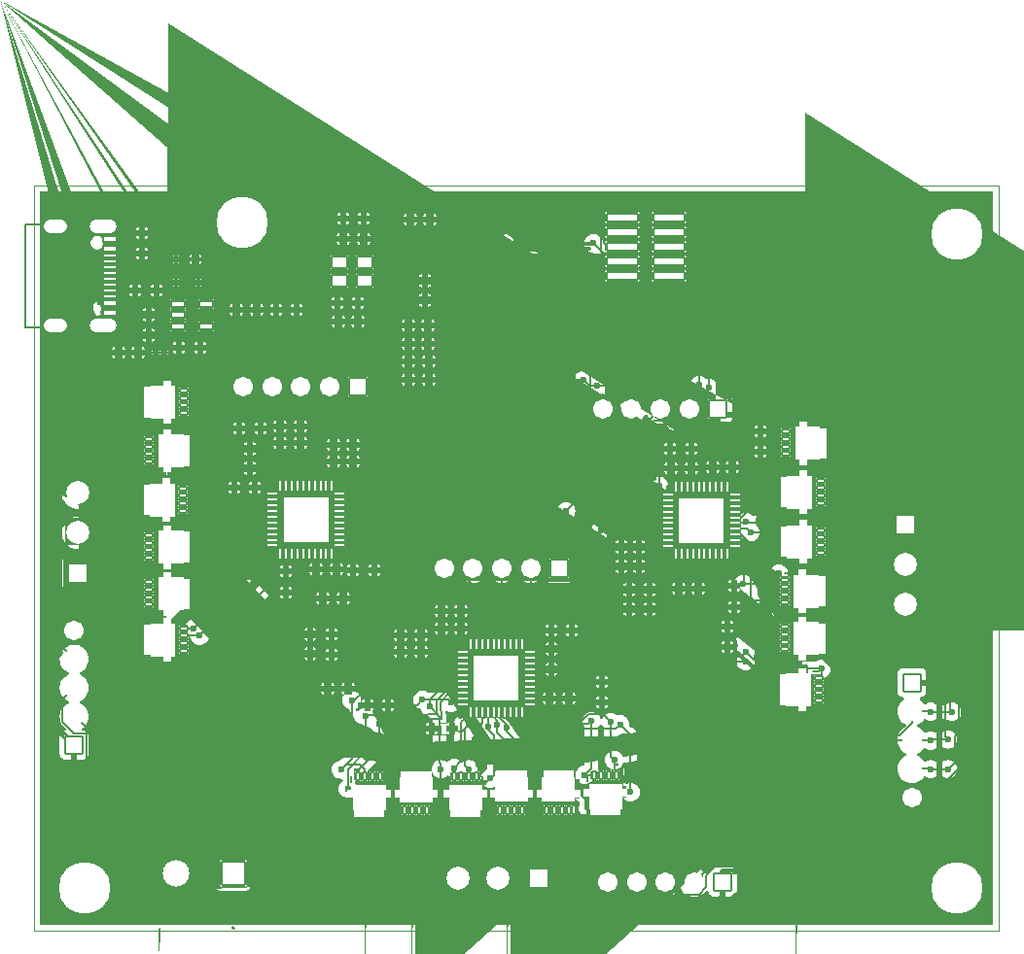
<source format=gts>
G04 #@! TF.GenerationSoftware,KiCad,Pcbnew,8.0.7*
G04 #@! TF.CreationDate,2025-01-28T18:16:05+02:00*
G04 #@! TF.ProjectId,Wheelbase,57686565-6c62-4617-9365-2e6b69636164,rev?*
G04 #@! TF.SameCoordinates,Original*
G04 #@! TF.FileFunction,Soldermask,Top*
G04 #@! TF.FilePolarity,Negative*
%FSLAX46Y46*%
G04 Gerber Fmt 4.6, Leading zero omitted, Abs format (unit mm)*
G04 Created by KiCad (PCBNEW 8.0.7) date 2025-01-28 18:16:05*
%MOMM*%
%LPD*%
G01*
G04 APERTURE LIST*
G04 Aperture macros list*
%AMRoundRect*
0 Rectangle with rounded corners*
0 $1 Rounding radius*
0 $2 $3 $4 $5 $6 $7 $8 $9 X,Y pos of 4 corners*
0 Add a 4 corners polygon primitive as box body*
4,1,4,$2,$3,$4,$5,$6,$7,$8,$9,$2,$3,0*
0 Add four circle primitives for the rounded corners*
1,1,$1+$1,$2,$3*
1,1,$1+$1,$4,$5*
1,1,$1+$1,$6,$7*
1,1,$1+$1,$8,$9*
0 Add four rect primitives between the rounded corners*
20,1,$1+$1,$2,$3,$4,$5,0*
20,1,$1+$1,$4,$5,$6,$7,0*
20,1,$1+$1,$6,$7,$8,$9,0*
20,1,$1+$1,$8,$9,$2,$3,0*%
%AMFreePoly0*
4,1,61,0.203536,1.753536,0.205000,1.750000,0.205000,1.305000,1.300000,1.305000,1.303536,1.303536,1.305000,1.300000,1.305000,1.190000,1.850000,1.190000,1.853536,1.188536,1.855000,1.185000,1.855000,0.765000,1.853536,0.761464,1.850000,0.760000,1.305000,0.760000,1.305000,0.540000,1.850000,0.540000,1.853536,0.538536,1.855000,0.535000,1.855000,0.115000,1.853536,0.111464,
1.850000,0.110000,1.305000,0.110000,1.305000,-0.110000,1.850000,-0.110000,1.853536,-0.111464,1.855000,-0.115000,1.855000,-0.535000,1.853536,-0.538536,1.850000,-0.540000,1.305000,-0.540000,1.305000,-0.760000,1.850000,-0.760000,1.853536,-0.761464,1.855000,-0.765000,1.855000,-1.185000,1.853536,-1.188536,1.850000,-1.190000,1.305000,-1.190000,1.305000,-1.300000,1.303536,-1.303536,
1.300000,-1.305000,0.205000,-1.305000,0.205000,-1.750000,0.203536,-1.753536,0.200000,-1.755000,-0.200000,-1.755000,-0.203536,-1.753536,-0.205000,-1.750000,-0.205000,-1.305000,-0.600000,-1.305000,-0.603536,-1.303536,-0.605000,-1.300000,-0.605000,1.300000,-0.603536,1.303536,-0.600000,1.305000,-0.205000,1.305000,-0.205000,1.750000,-0.203536,1.753536,-0.200000,1.755000,0.200000,1.755000,
0.203536,1.753536,0.203536,1.753536,$1*%
G04 Aperture macros list end*
%ADD10C,0.010000*%
%ADD11RoundRect,0.262500X-0.275000X-0.262500X0.275000X-0.262500X0.275000X0.262500X-0.275000X0.262500X0*%
%ADD12RoundRect,0.262500X-0.262500X0.275000X-0.262500X-0.275000X0.262500X-0.275000X0.262500X0.275000X0*%
%ADD13RoundRect,0.262500X0.312500X0.262500X-0.312500X0.262500X-0.312500X-0.262500X0.312500X-0.262500X0*%
%ADD14RoundRect,0.262500X-0.262500X0.312500X-0.262500X-0.312500X0.262500X-0.312500X0.262500X0.312500X0*%
%ADD15C,0.750000*%
%ADD16RoundRect,0.102000X-0.575000X0.300000X-0.575000X-0.300000X0.575000X-0.300000X0.575000X0.300000X0*%
%ADD17RoundRect,0.102000X-0.575000X0.150000X-0.575000X-0.150000X0.575000X-0.150000X0.575000X0.150000X0*%
%ADD18O,2.354000X1.254000*%
%ADD19O,2.054000X1.254000*%
%ADD20RoundRect,0.262500X0.325000X0.262500X-0.325000X0.262500X-0.325000X-0.262500X0.325000X-0.262500X0*%
%ADD21RoundRect,0.102000X0.350000X0.210000X-0.350000X0.210000X-0.350000X-0.210000X0.350000X-0.210000X0*%
%ADD22RoundRect,0.102000X-0.350000X-0.210000X0.350000X-0.210000X0.350000X0.210000X-0.350000X0.210000X0*%
%ADD23RoundRect,0.262500X0.262500X-0.325000X0.262500X0.325000X-0.262500X0.325000X-0.262500X-0.325000X0*%
%ADD24RoundRect,0.262500X0.262500X-0.275000X0.262500X0.275000X-0.262500X0.275000X-0.262500X-0.275000X0*%
%ADD25RoundRect,0.102000X-0.625000X-0.300000X0.625000X-0.300000X0.625000X0.300000X-0.625000X0.300000X0*%
%ADD26RoundRect,0.262500X-0.325000X-0.262500X0.325000X-0.262500X0.325000X0.262500X-0.325000X0.262500X0*%
%ADD27RoundRect,0.102000X0.700000X0.500000X-0.700000X0.500000X-0.700000X-0.500000X0.700000X-0.500000X0*%
%ADD28RoundRect,0.102000X-0.754000X0.754000X-0.754000X-0.754000X0.754000X-0.754000X0.754000X0.754000X0*%
%ADD29C,1.712000*%
%ADD30RoundRect,0.262500X0.275000X0.262500X-0.275000X0.262500X-0.275000X-0.262500X0.275000X-0.262500X0*%
%ADD31RoundRect,0.102000X-0.754000X-0.754000X0.754000X-0.754000X0.754000X0.754000X-0.754000X0.754000X0*%
%ADD32RoundRect,0.102000X0.754000X-0.754000X0.754000X0.754000X-0.754000X0.754000X-0.754000X-0.754000X0*%
%ADD33RoundRect,0.102000X1.050000X1.050000X-1.050000X1.050000X-1.050000X-1.050000X1.050000X-1.050000X0*%
%ADD34C,2.304000*%
%ADD35RoundRect,0.262500X-0.262500X0.325000X-0.262500X-0.325000X0.262500X-0.325000X0.262500X0.325000X0*%
%ADD36C,0.800000*%
%ADD37C,4.500000*%
%ADD38RoundRect,0.262500X-0.312500X-0.262500X0.312500X-0.262500X0.312500X0.262500X-0.312500X0.262500X0*%
%ADD39RoundRect,0.102000X-0.210000X0.350000X-0.210000X-0.350000X0.210000X-0.350000X0.210000X0.350000X0*%
%ADD40RoundRect,0.102000X0.210000X-0.350000X0.210000X0.350000X-0.210000X0.350000X-0.210000X-0.350000X0*%
%ADD41RoundRect,0.100000X-0.725000X-0.100000X0.725000X-0.100000X0.725000X0.100000X-0.725000X0.100000X0*%
%ADD42RoundRect,0.100000X-0.100000X-0.725000X0.100000X-0.725000X0.100000X0.725000X-0.100000X0.725000X0*%
%ADD43RoundRect,0.262500X0.262500X-0.312500X0.262500X0.312500X-0.262500X0.312500X-0.262500X-0.312500X0*%
%ADD44RoundRect,0.055500X0.166500X-0.476500X0.166500X0.476500X-0.166500X0.476500X-0.166500X-0.476500X0*%
%ADD45RoundRect,0.055500X0.476500X-0.166500X0.476500X0.166500X-0.476500X0.166500X-0.476500X-0.166500X0*%
%ADD46RoundRect,0.102000X2.075000X-2.075000X2.075000X2.075000X-2.075000X2.075000X-2.075000X-2.075000X0*%
%ADD47RoundRect,0.102000X0.900000X0.900000X-0.900000X0.900000X-0.900000X-0.900000X0.900000X-0.900000X0*%
%ADD48C,2.004000*%
%ADD49RoundRect,0.102000X0.900000X-0.900000X0.900000X0.900000X-0.900000X0.900000X-0.900000X-0.900000X0*%
%ADD50RoundRect,0.055500X-0.476500X-0.166500X0.476500X-0.166500X0.476500X0.166500X-0.476500X0.166500X0*%
%ADD51RoundRect,0.055500X-0.166500X-0.476500X0.166500X-0.476500X0.166500X0.476500X-0.166500X0.476500X0*%
%ADD52RoundRect,0.102000X-2.075000X-2.075000X2.075000X-2.075000X2.075000X2.075000X-2.075000X2.075000X0*%
%ADD53RoundRect,0.055500X-0.166500X0.476500X-0.166500X-0.476500X0.166500X-0.476500X0.166500X0.476500X0*%
%ADD54RoundRect,0.055500X-0.476500X0.166500X-0.476500X-0.166500X0.476500X-0.166500X0.476500X0.166500X0*%
%ADD55RoundRect,0.102000X-2.075000X2.075000X-2.075000X-2.075000X2.075000X-2.075000X2.075000X2.075000X0*%
%ADD56RoundRect,0.200000X-0.350000X0.200000X-0.350000X-0.200000X0.350000X-0.200000X0.350000X0.200000X0*%
%ADD57RoundRect,0.175000X-0.175000X0.225000X-0.175000X-0.225000X0.175000X-0.225000X0.175000X0.225000X0*%
%ADD58RoundRect,0.125000X0.242500X0.125000X-0.242500X0.125000X-0.242500X-0.125000X0.242500X-0.125000X0*%
%ADD59RoundRect,0.102000X-0.900000X0.900000X-0.900000X-0.900000X0.900000X-0.900000X0.900000X0.900000X0*%
%ADD60RoundRect,0.102000X1.395000X-0.370000X1.395000X0.370000X-1.395000X0.370000X-1.395000X-0.370000X0*%
G04 #@! TA.AperFunction,ComponentPad*
%ADD61O,2.150000X1.050000*%
G04 #@! TD*
G04 #@! TA.AperFunction,ComponentPad*
%ADD62O,1.850000X1.050000*%
G04 #@! TD*
G04 #@! TA.AperFunction,ComponentPad*
%ADD63R,1.508000X1.508000*%
G04 #@! TD*
G04 #@! TA.AperFunction,ComponentPad*
%ADD64C,1.508000*%
G04 #@! TD*
G04 #@! TA.AperFunction,ComponentPad*
%ADD65R,2.100000X2.100000*%
G04 #@! TD*
G04 #@! TA.AperFunction,ComponentPad*
%ADD66C,2.100000*%
G04 #@! TD*
G04 #@! TA.AperFunction,ComponentPad*
%ADD67C,0.700000*%
G04 #@! TD*
G04 #@! TA.AperFunction,ComponentPad*
%ADD68C,4.400000*%
G04 #@! TD*
G04 #@! TA.AperFunction,ComponentPad*
%ADD69R,1.800000X1.800000*%
G04 #@! TD*
G04 #@! TA.AperFunction,ComponentPad*
%ADD70C,1.800000*%
G04 #@! TD*
G04 #@! TA.AperFunction,ViaPad*
%ADD71C,0.600000*%
G04 #@! TD*
G04 #@! TA.AperFunction,Conductor*
%ADD72C,0.200000*%
G04 #@! TD*
G04 #@! TA.AperFunction,SMDPad,CuDef*
%ADD73RoundRect,0.237500X-0.250000X-0.237500X0.250000X-0.237500X0.250000X0.237500X-0.250000X0.237500X0*%
G04 #@! TD*
G04 #@! TA.AperFunction,SMDPad,CuDef*
%ADD74RoundRect,0.237500X-0.237500X0.250000X-0.237500X-0.250000X0.237500X-0.250000X0.237500X0.250000X0*%
G04 #@! TD*
G04 #@! TA.AperFunction,SMDPad,CuDef*
%ADD75RoundRect,0.237500X0.287500X0.237500X-0.287500X0.237500X-0.287500X-0.237500X0.287500X-0.237500X0*%
G04 #@! TD*
G04 #@! TA.AperFunction,SMDPad,CuDef*
%ADD76RoundRect,0.237500X-0.237500X0.287500X-0.237500X-0.287500X0.237500X-0.287500X0.237500X0.287500X0*%
G04 #@! TD*
G04 #@! TA.AperFunction,SMDPad,CuDef*
%ADD77R,1.150000X0.600000*%
G04 #@! TD*
G04 #@! TA.AperFunction,SMDPad,CuDef*
%ADD78R,1.150000X0.300000*%
G04 #@! TD*
G04 #@! TA.AperFunction,SMDPad,CuDef*
%ADD79RoundRect,0.237500X0.300000X0.237500X-0.300000X0.237500X-0.300000X-0.237500X0.300000X-0.237500X0*%
G04 #@! TD*
G04 #@! TA.AperFunction,SMDPad,CuDef*
%ADD80R,0.700000X0.420000*%
G04 #@! TD*
G04 #@! TA.AperFunction,SMDPad,CuDef*
%ADD81FreePoly0,180.000000*%
G04 #@! TD*
G04 #@! TA.AperFunction,SMDPad,CuDef*
%ADD82FreePoly0,0.000000*%
G04 #@! TD*
G04 #@! TA.AperFunction,SMDPad,CuDef*
%ADD83RoundRect,0.237500X0.237500X-0.300000X0.237500X0.300000X-0.237500X0.300000X-0.237500X-0.300000X0*%
G04 #@! TD*
G04 #@! TA.AperFunction,SMDPad,CuDef*
%ADD84RoundRect,0.237500X0.237500X-0.250000X0.237500X0.250000X-0.237500X0.250000X-0.237500X-0.250000X0*%
G04 #@! TD*
G04 #@! TA.AperFunction,SMDPad,CuDef*
%ADD85R,1.250000X0.600000*%
G04 #@! TD*
G04 #@! TA.AperFunction,SMDPad,CuDef*
%ADD86RoundRect,0.237500X-0.300000X-0.237500X0.300000X-0.237500X0.300000X0.237500X-0.300000X0.237500X0*%
G04 #@! TD*
G04 #@! TA.AperFunction,SMDPad,CuDef*
%ADD87R,1.400000X1.000000*%
G04 #@! TD*
G04 #@! TA.AperFunction,SMDPad,CuDef*
%ADD88RoundRect,0.237500X0.250000X0.237500X-0.250000X0.237500X-0.250000X-0.237500X0.250000X-0.237500X0*%
G04 #@! TD*
G04 #@! TA.AperFunction,SMDPad,CuDef*
%ADD89RoundRect,0.237500X-0.237500X0.300000X-0.237500X-0.300000X0.237500X-0.300000X0.237500X0.300000X0*%
G04 #@! TD*
G04 #@! TA.AperFunction,SMDPad,CuDef*
%ADD90RoundRect,0.237500X-0.287500X-0.237500X0.287500X-0.237500X0.287500X0.237500X-0.287500X0.237500X0*%
G04 #@! TD*
G04 #@! TA.AperFunction,SMDPad,CuDef*
%ADD91R,0.420000X0.700000*%
G04 #@! TD*
G04 #@! TA.AperFunction,SMDPad,CuDef*
%ADD92FreePoly0,270.000000*%
G04 #@! TD*
G04 #@! TA.AperFunction,SMDPad,CuDef*
%ADD93FreePoly0,90.000000*%
G04 #@! TD*
G04 #@! TA.AperFunction,SMDPad,CuDef*
%ADD94RoundRect,0.075000X-0.700000X-0.075000X0.700000X-0.075000X0.700000X0.075000X-0.700000X0.075000X0*%
G04 #@! TD*
G04 #@! TA.AperFunction,SMDPad,CuDef*
%ADD95RoundRect,0.075000X-0.075000X-0.700000X0.075000X-0.700000X0.075000X0.700000X-0.075000X0.700000X0*%
G04 #@! TD*
G04 #@! TA.AperFunction,SMDPad,CuDef*
%ADD96RoundRect,0.237500X0.237500X-0.287500X0.237500X0.287500X-0.237500X0.287500X-0.237500X-0.287500X0*%
G04 #@! TD*
G04 #@! TA.AperFunction,SMDPad,CuDef*
%ADD97RoundRect,0.030000X0.090000X-0.400000X0.090000X0.400000X-0.090000X0.400000X-0.090000X-0.400000X0*%
G04 #@! TD*
G04 #@! TA.AperFunction,SMDPad,CuDef*
%ADD98RoundRect,0.030000X0.400000X-0.090000X0.400000X0.090000X-0.400000X0.090000X-0.400000X-0.090000X0*%
G04 #@! TD*
G04 #@! TA.AperFunction,SMDPad,CuDef*
%ADD99R,4.150000X4.150000*%
G04 #@! TD*
G04 #@! TA.AperFunction,SMDPad,CuDef*
%ADD100RoundRect,0.030000X-0.400000X-0.090000X0.400000X-0.090000X0.400000X0.090000X-0.400000X0.090000X0*%
G04 #@! TD*
G04 #@! TA.AperFunction,SMDPad,CuDef*
%ADD101RoundRect,0.030000X-0.090000X-0.400000X0.090000X-0.400000X0.090000X0.400000X-0.090000X0.400000X0*%
G04 #@! TD*
G04 #@! TA.AperFunction,SMDPad,CuDef*
%ADD102RoundRect,0.030000X-0.090000X0.400000X-0.090000X-0.400000X0.090000X-0.400000X0.090000X0.400000X0*%
G04 #@! TD*
G04 #@! TA.AperFunction,SMDPad,CuDef*
%ADD103RoundRect,0.030000X-0.400000X0.090000X-0.400000X-0.090000X0.400000X-0.090000X0.400000X0.090000X0*%
G04 #@! TD*
G04 #@! TA.AperFunction,SMDPad,CuDef*
%ADD104RoundRect,0.175000X-0.325000X0.175000X-0.325000X-0.175000X0.325000X-0.175000X0.325000X0.175000X0*%
G04 #@! TD*
G04 #@! TA.AperFunction,SMDPad,CuDef*
%ADD105RoundRect,0.150000X-0.150000X0.200000X-0.150000X-0.200000X0.150000X-0.200000X0.150000X0.200000X0*%
G04 #@! TD*
G04 #@! TA.AperFunction,SMDPad,CuDef*
%ADD106RoundRect,0.100000X0.217500X0.100000X-0.217500X0.100000X-0.217500X-0.100000X0.217500X-0.100000X0*%
G04 #@! TD*
G04 #@! TA.AperFunction,SMDPad,CuDef*
%ADD107R,2.790000X0.740000*%
G04 #@! TD*
G04 #@! TA.AperFunction,Conductor*
%ADD108C,0.400000*%
G04 #@! TD*
G04 #@! TA.AperFunction,Conductor*
%ADD109C,0.500000*%
G04 #@! TD*
%ADD110RoundRect,0.237500X-0.250000X-0.237500X0.250000X-0.237500X0.250000X0.237500X-0.250000X0.237500X0*%
%ADD111RoundRect,0.237500X-0.237500X0.250000X-0.237500X-0.250000X0.237500X-0.250000X0.237500X0.250000X0*%
%ADD112RoundRect,0.237500X0.287500X0.237500X-0.287500X0.237500X-0.287500X-0.237500X0.287500X-0.237500X0*%
%ADD113RoundRect,0.237500X-0.237500X0.287500X-0.237500X-0.287500X0.237500X-0.287500X0.237500X0.287500X0*%
%ADD114R,1.150000X0.600000*%
%ADD115R,1.150000X0.300000*%
%ADD116RoundRect,0.237500X0.300000X0.237500X-0.300000X0.237500X-0.300000X-0.237500X0.300000X-0.237500X0*%
%ADD117R,0.700000X0.420000*%
%ADD118RoundRect,0.237500X0.237500X-0.300000X0.237500X0.300000X-0.237500X0.300000X-0.237500X-0.300000X0*%
%ADD119RoundRect,0.237500X0.237500X-0.250000X0.237500X0.250000X-0.237500X0.250000X-0.237500X-0.250000X0*%
%ADD120R,1.250000X0.600000*%
%ADD121RoundRect,0.237500X-0.300000X-0.237500X0.300000X-0.237500X0.300000X0.237500X-0.300000X0.237500X0*%
%ADD122R,1.400000X1.000000*%
%ADD123RoundRect,0.237500X0.250000X0.237500X-0.250000X0.237500X-0.250000X-0.237500X0.250000X-0.237500X0*%
%ADD124RoundRect,0.237500X-0.237500X0.300000X-0.237500X-0.300000X0.237500X-0.300000X0.237500X0.300000X0*%
%ADD125RoundRect,0.237500X-0.287500X-0.237500X0.287500X-0.237500X0.287500X0.237500X-0.287500X0.237500X0*%
%ADD126R,0.420000X0.700000*%
%ADD127RoundRect,0.075000X-0.700000X-0.075000X0.700000X-0.075000X0.700000X0.075000X-0.700000X0.075000X0*%
%ADD128RoundRect,0.075000X-0.075000X-0.700000X0.075000X-0.700000X0.075000X0.700000X-0.075000X0.700000X0*%
%ADD129RoundRect,0.237500X0.237500X-0.287500X0.237500X0.287500X-0.237500X0.287500X-0.237500X-0.287500X0*%
%ADD130RoundRect,0.030000X0.090000X-0.400000X0.090000X0.400000X-0.090000X0.400000X-0.090000X-0.400000X0*%
%ADD131RoundRect,0.030000X0.400000X-0.090000X0.400000X0.090000X-0.400000X0.090000X-0.400000X-0.090000X0*%
%ADD132RoundRect,0.030000X-0.400000X-0.090000X0.400000X-0.090000X0.400000X0.090000X-0.400000X0.090000X0*%
%ADD133RoundRect,0.030000X-0.090000X-0.400000X0.090000X-0.400000X0.090000X0.400000X-0.090000X0.400000X0*%
%ADD134RoundRect,0.030000X-0.090000X0.400000X-0.090000X-0.400000X0.090000X-0.400000X0.090000X0.400000X0*%
%ADD135RoundRect,0.030000X-0.400000X0.090000X-0.400000X-0.090000X0.400000X-0.090000X0.400000X0.090000X0*%
%ADD136RoundRect,0.175000X-0.325000X0.175000X-0.325000X-0.175000X0.325000X-0.175000X0.325000X0.175000X0*%
%ADD137RoundRect,0.150000X-0.150000X0.200000X-0.150000X-0.200000X0.150000X-0.200000X0.150000X0.200000X0*%
%ADD138RoundRect,0.090000X0.139000X0.090000X-0.139000X0.090000X-0.139000X-0.090000X0.139000X-0.090000X0*%
%ADD139R,2.790000X0.740000*%
%ADD140C,0.100000*%
%ADD141C,0.150000*%
%ADD142C,0.120000*%
%ADD143C,0.127000*%
%ADD144C,0.200000*%
G04 #@! TA.AperFunction,Profile*
%ADD145C,0.050000*%
G04 #@! TD*
G04 APERTURE END LIST*
D10*
X179910000Y-91080000D02*
X180310000Y-91080000D01*
X180310000Y-93880000D01*
X179910000Y-93880000D01*
X179910000Y-94330000D01*
X179310000Y-94330000D01*
X179310000Y-93880000D01*
X178210000Y-93880000D01*
X178210000Y-93765000D01*
X177660000Y-93765000D01*
X177660000Y-93145000D01*
X178210000Y-93145000D01*
X178210000Y-93115000D01*
X177660000Y-93115000D01*
X177660000Y-92495000D01*
X178210000Y-92495000D01*
X178210000Y-92465000D01*
X177660000Y-92465000D01*
X177660000Y-91845000D01*
X178210000Y-91845000D01*
X178210000Y-91815000D01*
X177660000Y-91815000D01*
X177660000Y-91195000D01*
X178210000Y-91195000D01*
X178210000Y-91080000D01*
X179310000Y-91080000D01*
X179310000Y-90630000D01*
X179910000Y-90630000D01*
X179910000Y-91080000D01*
G36*
X179910000Y-91080000D02*
G01*
X180310000Y-91080000D01*
X180310000Y-93880000D01*
X179910000Y-93880000D01*
X179910000Y-94330000D01*
X179310000Y-94330000D01*
X179310000Y-93880000D01*
X178210000Y-93880000D01*
X178210000Y-93765000D01*
X177660000Y-93765000D01*
X177660000Y-93145000D01*
X178210000Y-93145000D01*
X178210000Y-93115000D01*
X177660000Y-93115000D01*
X177660000Y-92495000D01*
X178210000Y-92495000D01*
X178210000Y-92465000D01*
X177660000Y-92465000D01*
X177660000Y-91845000D01*
X178210000Y-91845000D01*
X178210000Y-91815000D01*
X177660000Y-91815000D01*
X177660000Y-91195000D01*
X178210000Y-91195000D01*
X178210000Y-91080000D01*
X179310000Y-91080000D01*
X179310000Y-90630000D01*
X179910000Y-90630000D01*
X179910000Y-91080000D01*
G37*
X124475000Y-99925000D02*
X125575000Y-99925000D01*
X125575000Y-100040000D01*
X126125000Y-100040000D01*
X126125000Y-100660000D01*
X125575000Y-100660000D01*
X125575000Y-100690000D01*
X126125000Y-100690000D01*
X126125000Y-101310000D01*
X125575000Y-101310000D01*
X125575000Y-101340000D01*
X126125000Y-101340000D01*
X126125000Y-101960000D01*
X125575000Y-101960000D01*
X125575000Y-101990000D01*
X126125000Y-101990000D01*
X126125000Y-102610000D01*
X125575000Y-102610000D01*
X125575000Y-102725000D01*
X124475000Y-102725000D01*
X124475000Y-103175000D01*
X123875000Y-103175000D01*
X123875000Y-102725000D01*
X123475000Y-102725000D01*
X123475000Y-99925000D01*
X123875000Y-99925000D01*
X123875000Y-99475000D01*
X124475000Y-99475000D01*
X124475000Y-99925000D01*
G36*
X124475000Y-99925000D02*
G01*
X125575000Y-99925000D01*
X125575000Y-100040000D01*
X126125000Y-100040000D01*
X126125000Y-100660000D01*
X125575000Y-100660000D01*
X125575000Y-100690000D01*
X126125000Y-100690000D01*
X126125000Y-101310000D01*
X125575000Y-101310000D01*
X125575000Y-101340000D01*
X126125000Y-101340000D01*
X126125000Y-101960000D01*
X125575000Y-101960000D01*
X125575000Y-101990000D01*
X126125000Y-101990000D01*
X126125000Y-102610000D01*
X125575000Y-102610000D01*
X125575000Y-102725000D01*
X124475000Y-102725000D01*
X124475000Y-103175000D01*
X123875000Y-103175000D01*
X123875000Y-102725000D01*
X123475000Y-102725000D01*
X123475000Y-99925000D01*
X123875000Y-99925000D01*
X123875000Y-99475000D01*
X124475000Y-99475000D01*
X124475000Y-99925000D01*
G37*
X124437500Y-91750000D02*
X124837500Y-91750000D01*
X124837500Y-94550000D01*
X124437500Y-94550000D01*
X124437500Y-95000000D01*
X123837500Y-95000000D01*
X123837500Y-94550000D01*
X122737500Y-94550000D01*
X122737500Y-94435000D01*
X122187500Y-94435000D01*
X122187500Y-93815000D01*
X122737500Y-93815000D01*
X122737500Y-93785000D01*
X122187500Y-93785000D01*
X122187500Y-93165000D01*
X122737500Y-93165000D01*
X122737500Y-93135000D01*
X122187500Y-93135000D01*
X122187500Y-92515000D01*
X122737500Y-92515000D01*
X122737500Y-92485000D01*
X122187500Y-92485000D01*
X122187500Y-91865000D01*
X122737500Y-91865000D01*
X122737500Y-91750000D01*
X123837500Y-91750000D01*
X123837500Y-91300000D01*
X124437500Y-91300000D01*
X124437500Y-91750000D01*
G36*
X124437500Y-91750000D02*
G01*
X124837500Y-91750000D01*
X124837500Y-94550000D01*
X124437500Y-94550000D01*
X124437500Y-95000000D01*
X123837500Y-95000000D01*
X123837500Y-94550000D01*
X122737500Y-94550000D01*
X122737500Y-94435000D01*
X122187500Y-94435000D01*
X122187500Y-93815000D01*
X122737500Y-93815000D01*
X122737500Y-93785000D01*
X122187500Y-93785000D01*
X122187500Y-93165000D01*
X122737500Y-93165000D01*
X122737500Y-93135000D01*
X122187500Y-93135000D01*
X122187500Y-92515000D01*
X122737500Y-92515000D01*
X122737500Y-92485000D01*
X122187500Y-92485000D01*
X122187500Y-91865000D01*
X122737500Y-91865000D01*
X122737500Y-91750000D01*
X123837500Y-91750000D01*
X123837500Y-91300000D01*
X124437500Y-91300000D01*
X124437500Y-91750000D01*
G37*
X179910000Y-95380000D02*
X180310000Y-95380000D01*
X180310000Y-98180000D01*
X179910000Y-98180000D01*
X179910000Y-98630000D01*
X179310000Y-98630000D01*
X179310000Y-98180000D01*
X178210000Y-98180000D01*
X178210000Y-98065000D01*
X177660000Y-98065000D01*
X177660000Y-97445000D01*
X178210000Y-97445000D01*
X178210000Y-97415000D01*
X177660000Y-97415000D01*
X177660000Y-96795000D01*
X178210000Y-96795000D01*
X178210000Y-96765000D01*
X177660000Y-96765000D01*
X177660000Y-96145000D01*
X178210000Y-96145000D01*
X178210000Y-96115000D01*
X177660000Y-96115000D01*
X177660000Y-95495000D01*
X178210000Y-95495000D01*
X178210000Y-95380000D01*
X179310000Y-95380000D01*
X179310000Y-94930000D01*
X179910000Y-94930000D01*
X179910000Y-95380000D01*
G36*
X179910000Y-95380000D02*
G01*
X180310000Y-95380000D01*
X180310000Y-98180000D01*
X179910000Y-98180000D01*
X179910000Y-98630000D01*
X179310000Y-98630000D01*
X179310000Y-98180000D01*
X178210000Y-98180000D01*
X178210000Y-98065000D01*
X177660000Y-98065000D01*
X177660000Y-97445000D01*
X178210000Y-97445000D01*
X178210000Y-97415000D01*
X177660000Y-97415000D01*
X177660000Y-96795000D01*
X178210000Y-96795000D01*
X178210000Y-96765000D01*
X177660000Y-96765000D01*
X177660000Y-96145000D01*
X178210000Y-96145000D01*
X178210000Y-96115000D01*
X177660000Y-96115000D01*
X177660000Y-95495000D01*
X178210000Y-95495000D01*
X178210000Y-95380000D01*
X179310000Y-95380000D01*
X179310000Y-94930000D01*
X179910000Y-94930000D01*
X179910000Y-95380000D01*
G37*
X179810000Y-99705000D02*
X180910000Y-99705000D01*
X180910000Y-99820000D01*
X181460000Y-99820000D01*
X181460000Y-100440000D01*
X180910000Y-100440000D01*
X180910000Y-100470000D01*
X181460000Y-100470000D01*
X181460000Y-101090000D01*
X180910000Y-101090000D01*
X180910000Y-101120000D01*
X181460000Y-101120000D01*
X181460000Y-101740000D01*
X180910000Y-101740000D01*
X180910000Y-101770000D01*
X181460000Y-101770000D01*
X181460000Y-102390000D01*
X180910000Y-102390000D01*
X180910000Y-102505000D01*
X179810000Y-102505000D01*
X179810000Y-102955000D01*
X179210000Y-102955000D01*
X179210000Y-102505000D01*
X178810000Y-102505000D01*
X178810000Y-99705000D01*
X179210000Y-99705000D01*
X179210000Y-99255000D01*
X179810000Y-99255000D01*
X179810000Y-99705000D01*
G36*
X179810000Y-99705000D02*
G01*
X180910000Y-99705000D01*
X180910000Y-99820000D01*
X181460000Y-99820000D01*
X181460000Y-100440000D01*
X180910000Y-100440000D01*
X180910000Y-100470000D01*
X181460000Y-100470000D01*
X181460000Y-101090000D01*
X180910000Y-101090000D01*
X180910000Y-101120000D01*
X181460000Y-101120000D01*
X181460000Y-101740000D01*
X180910000Y-101740000D01*
X180910000Y-101770000D01*
X181460000Y-101770000D01*
X181460000Y-102390000D01*
X180910000Y-102390000D01*
X180910000Y-102505000D01*
X179810000Y-102505000D01*
X179810000Y-102955000D01*
X179210000Y-102955000D01*
X179210000Y-102505000D01*
X178810000Y-102505000D01*
X178810000Y-99705000D01*
X179210000Y-99705000D01*
X179210000Y-99255000D01*
X179810000Y-99255000D01*
X179810000Y-99705000D01*
G37*
X151575000Y-118450000D02*
X152025000Y-118450000D01*
X152025000Y-119050000D01*
X151575000Y-119050000D01*
X151575000Y-120150000D01*
X151460000Y-120150000D01*
X151460000Y-120700000D01*
X150840000Y-120700000D01*
X150840000Y-120150000D01*
X150810000Y-120150000D01*
X150810000Y-120700000D01*
X150190000Y-120700000D01*
X150190000Y-120150000D01*
X150160000Y-120150000D01*
X150160000Y-120700000D01*
X149540000Y-120700000D01*
X149540000Y-120150000D01*
X149510000Y-120150000D01*
X149510000Y-120700000D01*
X148890000Y-120700000D01*
X148890000Y-120150000D01*
X148775000Y-120150000D01*
X148775000Y-119050000D01*
X148325000Y-119050000D01*
X148325000Y-118450000D01*
X148775000Y-118450000D01*
X148775000Y-118050000D01*
X151575000Y-118050000D01*
X151575000Y-118450000D01*
G36*
X151575000Y-118450000D02*
G01*
X152025000Y-118450000D01*
X152025000Y-119050000D01*
X151575000Y-119050000D01*
X151575000Y-120150000D01*
X151460000Y-120150000D01*
X151460000Y-120700000D01*
X150840000Y-120700000D01*
X150840000Y-120150000D01*
X150810000Y-120150000D01*
X150810000Y-120700000D01*
X150190000Y-120700000D01*
X150190000Y-120150000D01*
X150160000Y-120150000D01*
X150160000Y-120700000D01*
X149540000Y-120700000D01*
X149540000Y-120150000D01*
X149510000Y-120150000D01*
X149510000Y-120700000D01*
X148890000Y-120700000D01*
X148890000Y-120150000D01*
X148775000Y-120150000D01*
X148775000Y-119050000D01*
X148325000Y-119050000D01*
X148325000Y-118450000D01*
X148775000Y-118450000D01*
X148775000Y-118050000D01*
X151575000Y-118050000D01*
X151575000Y-118450000D01*
G37*
X153510000Y-117312500D02*
X153540000Y-117312500D01*
X153540000Y-116762500D01*
X154160000Y-116762500D01*
X154160000Y-117312500D01*
X154190000Y-117312500D01*
X154190000Y-116762500D01*
X154810000Y-116762500D01*
X154810000Y-117312500D01*
X154840000Y-117312500D01*
X154840000Y-116762500D01*
X155460000Y-116762500D01*
X155460000Y-117312500D01*
X155575000Y-117312500D01*
X155575000Y-118412500D01*
X156025000Y-118412500D01*
X156025000Y-119012500D01*
X155575000Y-119012500D01*
X155575000Y-119412500D01*
X152775000Y-119412500D01*
X152775000Y-119012500D01*
X152325000Y-119012500D01*
X152325000Y-118412500D01*
X152775000Y-118412500D01*
X152775000Y-117312500D01*
X152890000Y-117312500D01*
X152890000Y-116762500D01*
X153510000Y-116762500D01*
X153510000Y-117312500D01*
G36*
X153510000Y-117312500D02*
G01*
X153540000Y-117312500D01*
X153540000Y-116762500D01*
X154160000Y-116762500D01*
X154160000Y-117312500D01*
X154190000Y-117312500D01*
X154190000Y-116762500D01*
X154810000Y-116762500D01*
X154810000Y-117312500D01*
X154840000Y-117312500D01*
X154840000Y-116762500D01*
X155460000Y-116762500D01*
X155460000Y-117312500D01*
X155575000Y-117312500D01*
X155575000Y-118412500D01*
X156025000Y-118412500D01*
X156025000Y-119012500D01*
X155575000Y-119012500D01*
X155575000Y-119412500D01*
X152775000Y-119412500D01*
X152775000Y-119012500D01*
X152325000Y-119012500D01*
X152325000Y-118412500D01*
X152775000Y-118412500D01*
X152775000Y-117312500D01*
X152890000Y-117312500D01*
X152890000Y-116762500D01*
X153510000Y-116762500D01*
X153510000Y-117312500D01*
G37*
X124475000Y-95850000D02*
X125575000Y-95850000D01*
X125575000Y-95965000D01*
X126125000Y-95965000D01*
X126125000Y-96585000D01*
X125575000Y-96585000D01*
X125575000Y-96615000D01*
X126125000Y-96615000D01*
X126125000Y-97235000D01*
X125575000Y-97235000D01*
X125575000Y-97265000D01*
X126125000Y-97265000D01*
X126125000Y-97885000D01*
X125575000Y-97885000D01*
X125575000Y-97915000D01*
X126125000Y-97915000D01*
X126125000Y-98535000D01*
X125575000Y-98535000D01*
X125575000Y-98650000D01*
X124475000Y-98650000D01*
X124475000Y-99100000D01*
X123875000Y-99100000D01*
X123875000Y-98650000D01*
X123475000Y-98650000D01*
X123475000Y-95850000D01*
X123875000Y-95850000D01*
X123875000Y-95400000D01*
X124475000Y-95400000D01*
X124475000Y-95850000D01*
G36*
X124475000Y-95850000D02*
G01*
X125575000Y-95850000D01*
X125575000Y-95965000D01*
X126125000Y-95965000D01*
X126125000Y-96585000D01*
X125575000Y-96585000D01*
X125575000Y-96615000D01*
X126125000Y-96615000D01*
X126125000Y-97235000D01*
X125575000Y-97235000D01*
X125575000Y-97265000D01*
X126125000Y-97265000D01*
X126125000Y-97885000D01*
X125575000Y-97885000D01*
X125575000Y-97915000D01*
X126125000Y-97915000D01*
X126125000Y-98535000D01*
X125575000Y-98535000D01*
X125575000Y-98650000D01*
X124475000Y-98650000D01*
X124475000Y-99100000D01*
X123875000Y-99100000D01*
X123875000Y-98650000D01*
X123475000Y-98650000D01*
X123475000Y-95850000D01*
X123875000Y-95850000D01*
X123875000Y-95400000D01*
X124475000Y-95400000D01*
X124475000Y-95850000D01*
G37*
X145210000Y-117350000D02*
X145240000Y-117350000D01*
X145240000Y-116800000D01*
X145860000Y-116800000D01*
X145860000Y-117350000D01*
X145890000Y-117350000D01*
X145890000Y-116800000D01*
X146510000Y-116800000D01*
X146510000Y-117350000D01*
X146540000Y-117350000D01*
X146540000Y-116800000D01*
X147160000Y-116800000D01*
X147160000Y-117350000D01*
X147275000Y-117350000D01*
X147275000Y-118450000D01*
X147725000Y-118450000D01*
X147725000Y-119050000D01*
X147275000Y-119050000D01*
X147275000Y-119450000D01*
X144475000Y-119450000D01*
X144475000Y-119050000D01*
X144025000Y-119050000D01*
X144025000Y-118450000D01*
X144475000Y-118450000D01*
X144475000Y-117350000D01*
X144590000Y-117350000D01*
X144590000Y-116800000D01*
X145210000Y-116800000D01*
X145210000Y-117350000D01*
G36*
X145210000Y-117350000D02*
G01*
X145240000Y-117350000D01*
X145240000Y-116800000D01*
X145860000Y-116800000D01*
X145860000Y-117350000D01*
X145890000Y-117350000D01*
X145890000Y-116800000D01*
X146510000Y-116800000D01*
X146510000Y-117350000D01*
X146540000Y-117350000D01*
X146540000Y-116800000D01*
X147160000Y-116800000D01*
X147160000Y-117350000D01*
X147275000Y-117350000D01*
X147275000Y-118450000D01*
X147725000Y-118450000D01*
X147725000Y-119050000D01*
X147275000Y-119050000D01*
X147275000Y-119450000D01*
X144475000Y-119450000D01*
X144475000Y-119050000D01*
X144025000Y-119050000D01*
X144025000Y-118450000D01*
X144475000Y-118450000D01*
X144475000Y-117350000D01*
X144590000Y-117350000D01*
X144590000Y-116800000D01*
X145210000Y-116800000D01*
X145210000Y-117350000D01*
G37*
X124475000Y-103950000D02*
X124875000Y-103950000D01*
X124875000Y-106750000D01*
X124475000Y-106750000D01*
X124475000Y-107200000D01*
X123875000Y-107200000D01*
X123875000Y-106750000D01*
X122775000Y-106750000D01*
X122775000Y-106635000D01*
X122225000Y-106635000D01*
X122225000Y-106015000D01*
X122775000Y-106015000D01*
X122775000Y-105985000D01*
X122225000Y-105985000D01*
X122225000Y-105365000D01*
X122775000Y-105365000D01*
X122775000Y-105335000D01*
X122225000Y-105335000D01*
X122225000Y-104715000D01*
X122775000Y-104715000D01*
X122775000Y-104685000D01*
X122225000Y-104685000D01*
X122225000Y-104065000D01*
X122775000Y-104065000D01*
X122775000Y-103950000D01*
X123875000Y-103950000D01*
X123875000Y-103500000D01*
X124475000Y-103500000D01*
X124475000Y-103950000D01*
G36*
X124475000Y-103950000D02*
G01*
X124875000Y-103950000D01*
X124875000Y-106750000D01*
X124475000Y-106750000D01*
X124475000Y-107200000D01*
X123875000Y-107200000D01*
X123875000Y-106750000D01*
X122775000Y-106750000D01*
X122775000Y-106635000D01*
X122225000Y-106635000D01*
X122225000Y-106015000D01*
X122775000Y-106015000D01*
X122775000Y-105985000D01*
X122225000Y-105985000D01*
X122225000Y-105365000D01*
X122775000Y-105365000D01*
X122775000Y-105335000D01*
X122225000Y-105335000D01*
X122225000Y-104715000D01*
X122775000Y-104715000D01*
X122775000Y-104685000D01*
X122225000Y-104685000D01*
X122225000Y-104065000D01*
X122775000Y-104065000D01*
X122775000Y-103950000D01*
X123875000Y-103950000D01*
X123875000Y-103500000D01*
X124475000Y-103500000D01*
X124475000Y-103950000D01*
G37*
X124475000Y-87450000D02*
X125575000Y-87450000D01*
X125575000Y-87565000D01*
X126125000Y-87565000D01*
X126125000Y-88185000D01*
X125575000Y-88185000D01*
X125575000Y-88215000D01*
X126125000Y-88215000D01*
X126125000Y-88835000D01*
X125575000Y-88835000D01*
X125575000Y-88865000D01*
X126125000Y-88865000D01*
X126125000Y-89485000D01*
X125575000Y-89485000D01*
X125575000Y-89515000D01*
X126125000Y-89515000D01*
X126125000Y-90135000D01*
X125575000Y-90135000D01*
X125575000Y-90250000D01*
X124475000Y-90250000D01*
X124475000Y-90700000D01*
X123875000Y-90700000D01*
X123875000Y-90250000D01*
X123475000Y-90250000D01*
X123475000Y-87450000D01*
X123875000Y-87450000D01*
X123875000Y-87000000D01*
X124475000Y-87000000D01*
X124475000Y-87450000D01*
G36*
X124475000Y-87450000D02*
G01*
X125575000Y-87450000D01*
X125575000Y-87565000D01*
X126125000Y-87565000D01*
X126125000Y-88185000D01*
X125575000Y-88185000D01*
X125575000Y-88215000D01*
X126125000Y-88215000D01*
X126125000Y-88835000D01*
X125575000Y-88835000D01*
X125575000Y-88865000D01*
X126125000Y-88865000D01*
X126125000Y-89485000D01*
X125575000Y-89485000D01*
X125575000Y-89515000D01*
X126125000Y-89515000D01*
X126125000Y-90135000D01*
X125575000Y-90135000D01*
X125575000Y-90250000D01*
X124475000Y-90250000D01*
X124475000Y-90700000D01*
X123875000Y-90700000D01*
X123875000Y-90250000D01*
X123475000Y-90250000D01*
X123475000Y-87450000D01*
X123875000Y-87450000D01*
X123875000Y-87000000D01*
X124475000Y-87000000D01*
X124475000Y-87450000D01*
G37*
X179810000Y-108280000D02*
X180210000Y-108280000D01*
X180210000Y-111080000D01*
X179810000Y-111080000D01*
X179810000Y-111530000D01*
X179210000Y-111530000D01*
X179210000Y-111080000D01*
X178110000Y-111080000D01*
X178110000Y-110965000D01*
X177560000Y-110965000D01*
X177560000Y-110345000D01*
X178110000Y-110345000D01*
X178110000Y-110315000D01*
X177560000Y-110315000D01*
X177560000Y-109695000D01*
X178110000Y-109695000D01*
X178110000Y-109665000D01*
X177560000Y-109665000D01*
X177560000Y-109045000D01*
X178110000Y-109045000D01*
X178110000Y-109015000D01*
X177560000Y-109015000D01*
X177560000Y-108395000D01*
X178110000Y-108395000D01*
X178110000Y-108280000D01*
X179210000Y-108280000D01*
X179210000Y-107830000D01*
X179810000Y-107830000D01*
X179810000Y-108280000D01*
G36*
X179810000Y-108280000D02*
G01*
X180210000Y-108280000D01*
X180210000Y-111080000D01*
X179810000Y-111080000D01*
X179810000Y-111530000D01*
X179210000Y-111530000D01*
X179210000Y-111080000D01*
X178110000Y-111080000D01*
X178110000Y-110965000D01*
X177560000Y-110965000D01*
X177560000Y-110345000D01*
X178110000Y-110345000D01*
X178110000Y-110315000D01*
X177560000Y-110315000D01*
X177560000Y-109695000D01*
X178110000Y-109695000D01*
X178110000Y-109665000D01*
X177560000Y-109665000D01*
X177560000Y-109045000D01*
X178110000Y-109045000D01*
X178110000Y-109015000D01*
X177560000Y-109015000D01*
X177560000Y-108395000D01*
X178110000Y-108395000D01*
X178110000Y-108280000D01*
X179210000Y-108280000D01*
X179210000Y-107830000D01*
X179810000Y-107830000D01*
X179810000Y-108280000D01*
G37*
X157610000Y-117312500D02*
X157640000Y-117312500D01*
X157640000Y-116762500D01*
X158260000Y-116762500D01*
X158260000Y-117312500D01*
X158290000Y-117312500D01*
X158290000Y-116762500D01*
X158910000Y-116762500D01*
X158910000Y-117312500D01*
X158940000Y-117312500D01*
X158940000Y-116762500D01*
X159560000Y-116762500D01*
X159560000Y-117312500D01*
X159675000Y-117312500D01*
X159675000Y-118412500D01*
X160125000Y-118412500D01*
X160125000Y-119012500D01*
X159675000Y-119012500D01*
X159675000Y-119412500D01*
X156875000Y-119412500D01*
X156875000Y-119012500D01*
X156425000Y-119012500D01*
X156425000Y-118412500D01*
X156875000Y-118412500D01*
X156875000Y-117312500D01*
X156990000Y-117312500D01*
X156990000Y-116762500D01*
X157610000Y-116762500D01*
X157610000Y-117312500D01*
G36*
X157610000Y-117312500D02*
G01*
X157640000Y-117312500D01*
X157640000Y-116762500D01*
X158260000Y-116762500D01*
X158260000Y-117312500D01*
X158290000Y-117312500D01*
X158290000Y-116762500D01*
X158910000Y-116762500D01*
X158910000Y-117312500D01*
X158940000Y-117312500D01*
X158940000Y-116762500D01*
X159560000Y-116762500D01*
X159560000Y-117312500D01*
X159675000Y-117312500D01*
X159675000Y-118412500D01*
X160125000Y-118412500D01*
X160125000Y-119012500D01*
X159675000Y-119012500D01*
X159675000Y-119412500D01*
X156875000Y-119412500D01*
X156875000Y-119012500D01*
X156425000Y-119012500D01*
X156425000Y-118412500D01*
X156875000Y-118412500D01*
X156875000Y-117312500D01*
X156990000Y-117312500D01*
X156990000Y-116762500D01*
X157610000Y-116762500D01*
X157610000Y-117312500D01*
G37*
X143200000Y-118450000D02*
X143650000Y-118450000D01*
X143650000Y-119050000D01*
X143200000Y-119050000D01*
X143200000Y-120150000D01*
X143085000Y-120150000D01*
X143085000Y-120700000D01*
X142465000Y-120700000D01*
X142465000Y-120150000D01*
X142435000Y-120150000D01*
X142435000Y-120700000D01*
X141815000Y-120700000D01*
X141815000Y-120150000D01*
X141785000Y-120150000D01*
X141785000Y-120700000D01*
X141165000Y-120700000D01*
X141165000Y-120150000D01*
X141135000Y-120150000D01*
X141135000Y-120700000D01*
X140515000Y-120700000D01*
X140515000Y-120150000D01*
X140400000Y-120150000D01*
X140400000Y-119050000D01*
X139950000Y-119050000D01*
X139950000Y-118450000D01*
X140400000Y-118450000D01*
X140400000Y-118050000D01*
X143200000Y-118050000D01*
X143200000Y-118450000D01*
G36*
X143200000Y-118450000D02*
G01*
X143650000Y-118450000D01*
X143650000Y-119050000D01*
X143200000Y-119050000D01*
X143200000Y-120150000D01*
X143085000Y-120150000D01*
X143085000Y-120700000D01*
X142465000Y-120700000D01*
X142465000Y-120150000D01*
X142435000Y-120150000D01*
X142435000Y-120700000D01*
X141815000Y-120700000D01*
X141815000Y-120150000D01*
X141785000Y-120150000D01*
X141785000Y-120700000D01*
X141165000Y-120700000D01*
X141165000Y-120150000D01*
X141135000Y-120150000D01*
X141135000Y-120700000D01*
X140515000Y-120700000D01*
X140515000Y-120150000D01*
X140400000Y-120150000D01*
X140400000Y-119050000D01*
X139950000Y-119050000D01*
X139950000Y-118450000D01*
X140400000Y-118450000D01*
X140400000Y-118050000D01*
X143200000Y-118050000D01*
X143200000Y-118450000D01*
G37*
X124475000Y-83225000D02*
X124875000Y-83225000D01*
X124875000Y-86025000D01*
X124475000Y-86025000D01*
X124475000Y-86475000D01*
X123875000Y-86475000D01*
X123875000Y-86025000D01*
X122775000Y-86025000D01*
X122775000Y-85910000D01*
X122225000Y-85910000D01*
X122225000Y-85290000D01*
X122775000Y-85290000D01*
X122775000Y-85260000D01*
X122225000Y-85260000D01*
X122225000Y-84640000D01*
X122775000Y-84640000D01*
X122775000Y-84610000D01*
X122225000Y-84610000D01*
X122225000Y-83990000D01*
X122775000Y-83990000D01*
X122775000Y-83960000D01*
X122225000Y-83960000D01*
X122225000Y-83340000D01*
X122775000Y-83340000D01*
X122775000Y-83225000D01*
X123875000Y-83225000D01*
X123875000Y-82775000D01*
X124475000Y-82775000D01*
X124475000Y-83225000D01*
G36*
X124475000Y-83225000D02*
G01*
X124875000Y-83225000D01*
X124875000Y-86025000D01*
X124475000Y-86025000D01*
X124475000Y-86475000D01*
X123875000Y-86475000D01*
X123875000Y-86025000D01*
X122775000Y-86025000D01*
X122775000Y-85910000D01*
X122225000Y-85910000D01*
X122225000Y-85290000D01*
X122775000Y-85290000D01*
X122775000Y-85260000D01*
X122225000Y-85260000D01*
X122225000Y-84640000D01*
X122775000Y-84640000D01*
X122775000Y-84610000D01*
X122225000Y-84610000D01*
X122225000Y-83990000D01*
X122775000Y-83990000D01*
X122775000Y-83960000D01*
X122225000Y-83960000D01*
X122225000Y-83340000D01*
X122775000Y-83340000D01*
X122775000Y-83225000D01*
X123875000Y-83225000D01*
X123875000Y-82775000D01*
X124475000Y-82775000D01*
X124475000Y-83225000D01*
G37*
X179910000Y-86805000D02*
X181010000Y-86805000D01*
X181010000Y-86920000D01*
X181560000Y-86920000D01*
X181560000Y-87540000D01*
X181010000Y-87540000D01*
X181010000Y-87570000D01*
X181560000Y-87570000D01*
X181560000Y-88190000D01*
X181010000Y-88190000D01*
X181010000Y-88220000D01*
X181560000Y-88220000D01*
X181560000Y-88840000D01*
X181010000Y-88840000D01*
X181010000Y-88870000D01*
X181560000Y-88870000D01*
X181560000Y-89490000D01*
X181010000Y-89490000D01*
X181010000Y-89605000D01*
X179910000Y-89605000D01*
X179910000Y-90055000D01*
X179310000Y-90055000D01*
X179310000Y-89605000D01*
X178910000Y-89605000D01*
X178910000Y-86805000D01*
X179310000Y-86805000D01*
X179310000Y-86355000D01*
X179910000Y-86355000D01*
X179910000Y-86805000D01*
G36*
X179910000Y-86805000D02*
G01*
X181010000Y-86805000D01*
X181010000Y-86920000D01*
X181560000Y-86920000D01*
X181560000Y-87540000D01*
X181010000Y-87540000D01*
X181010000Y-87570000D01*
X181560000Y-87570000D01*
X181560000Y-88190000D01*
X181010000Y-88190000D01*
X181010000Y-88220000D01*
X181560000Y-88220000D01*
X181560000Y-88840000D01*
X181010000Y-88840000D01*
X181010000Y-88870000D01*
X181560000Y-88870000D01*
X181560000Y-89490000D01*
X181010000Y-89490000D01*
X181010000Y-89605000D01*
X179910000Y-89605000D01*
X179910000Y-90055000D01*
X179310000Y-90055000D01*
X179310000Y-89605000D01*
X178910000Y-89605000D01*
X178910000Y-86805000D01*
X179310000Y-86805000D01*
X179310000Y-86355000D01*
X179910000Y-86355000D01*
X179910000Y-86805000D01*
G37*
X163775000Y-118350000D02*
X164225000Y-118350000D01*
X164225000Y-118950000D01*
X163775000Y-118950000D01*
X163775000Y-120050000D01*
X163660000Y-120050000D01*
X163660000Y-120600000D01*
X163040000Y-120600000D01*
X163040000Y-120050000D01*
X163010000Y-120050000D01*
X163010000Y-120600000D01*
X162390000Y-120600000D01*
X162390000Y-120050000D01*
X162360000Y-120050000D01*
X162360000Y-120600000D01*
X161740000Y-120600000D01*
X161740000Y-120050000D01*
X161710000Y-120050000D01*
X161710000Y-120600000D01*
X161090000Y-120600000D01*
X161090000Y-120050000D01*
X160975000Y-120050000D01*
X160975000Y-118950000D01*
X160525000Y-118950000D01*
X160525000Y-118350000D01*
X160975000Y-118350000D01*
X160975000Y-117950000D01*
X163775000Y-117950000D01*
X163775000Y-118350000D01*
G36*
X163775000Y-118350000D02*
G01*
X164225000Y-118350000D01*
X164225000Y-118950000D01*
X163775000Y-118950000D01*
X163775000Y-120050000D01*
X163660000Y-120050000D01*
X163660000Y-120600000D01*
X163040000Y-120600000D01*
X163040000Y-120050000D01*
X163010000Y-120050000D01*
X163010000Y-120600000D01*
X162390000Y-120600000D01*
X162390000Y-120050000D01*
X162360000Y-120050000D01*
X162360000Y-120600000D01*
X161740000Y-120600000D01*
X161740000Y-120050000D01*
X161710000Y-120050000D01*
X161710000Y-120600000D01*
X161090000Y-120600000D01*
X161090000Y-120050000D01*
X160975000Y-120050000D01*
X160975000Y-118950000D01*
X160525000Y-118950000D01*
X160525000Y-118350000D01*
X160975000Y-118350000D01*
X160975000Y-117950000D01*
X163775000Y-117950000D01*
X163775000Y-118350000D01*
G37*
X179810000Y-103830000D02*
X180910000Y-103830000D01*
X180910000Y-103945000D01*
X181460000Y-103945000D01*
X181460000Y-104565000D01*
X180910000Y-104565000D01*
X180910000Y-104595000D01*
X181460000Y-104595000D01*
X181460000Y-105215000D01*
X180910000Y-105215000D01*
X180910000Y-105245000D01*
X181460000Y-105245000D01*
X181460000Y-105865000D01*
X180910000Y-105865000D01*
X180910000Y-105895000D01*
X181460000Y-105895000D01*
X181460000Y-106515000D01*
X180910000Y-106515000D01*
X180910000Y-106630000D01*
X179810000Y-106630000D01*
X179810000Y-107080000D01*
X179210000Y-107080000D01*
X179210000Y-106630000D01*
X178810000Y-106630000D01*
X178810000Y-103830000D01*
X179210000Y-103830000D01*
X179210000Y-103380000D01*
X179810000Y-103380000D01*
X179810000Y-103830000D01*
G36*
X179810000Y-103830000D02*
G01*
X180910000Y-103830000D01*
X180910000Y-103945000D01*
X181460000Y-103945000D01*
X181460000Y-104565000D01*
X180910000Y-104565000D01*
X180910000Y-104595000D01*
X181460000Y-104595000D01*
X181460000Y-105215000D01*
X180910000Y-105215000D01*
X180910000Y-105245000D01*
X181460000Y-105245000D01*
X181460000Y-105865000D01*
X180910000Y-105865000D01*
X180910000Y-105895000D01*
X181460000Y-105895000D01*
X181460000Y-106515000D01*
X180910000Y-106515000D01*
X180910000Y-106630000D01*
X179810000Y-106630000D01*
X179810000Y-107080000D01*
X179210000Y-107080000D01*
X179210000Y-106630000D01*
X178810000Y-106630000D01*
X178810000Y-103830000D01*
X179210000Y-103830000D01*
X179210000Y-103380000D01*
X179810000Y-103380000D01*
X179810000Y-103830000D01*
G37*
D11*
X135537500Y-76600000D03*
X133712500Y-76600000D03*
D12*
X138550000Y-104887500D03*
X138550000Y-106712500D03*
D13*
X130275000Y-76625000D03*
X132025000Y-76625000D03*
D14*
X136725000Y-104875000D03*
X136725000Y-106625000D03*
D15*
X118155000Y-70760000D03*
X118155000Y-76540000D03*
D16*
X119220000Y-70450000D03*
X119220000Y-71250000D03*
D17*
X119220000Y-72400000D03*
X119220000Y-73400000D03*
X119220000Y-73900000D03*
X119220000Y-74900000D03*
D16*
X119220000Y-76850000D03*
X119220000Y-76050000D03*
D17*
X119220000Y-75400000D03*
X119220000Y-74400000D03*
X119220000Y-72900000D03*
X119220000Y-71900000D03*
D18*
X118655000Y-69330000D03*
X118655000Y-77970000D03*
D19*
X114475000Y-69330000D03*
X114475000Y-77970000D03*
D20*
X146937500Y-77950000D03*
X145212500Y-77950000D03*
D21*
X181110000Y-93455000D03*
X181110000Y-92805000D03*
X181110000Y-92155000D03*
X181110000Y-91505000D03*
D22*
X122675000Y-100350000D03*
X122675000Y-101000000D03*
X122675000Y-101650000D03*
X122675000Y-102300000D03*
D21*
X125637500Y-94125000D03*
X125637500Y-93475000D03*
X125637500Y-92825000D03*
X125637500Y-92175000D03*
D11*
X147262500Y-113100000D03*
X149087500Y-113100000D03*
X140462500Y-99350000D03*
X142287500Y-99350000D03*
D21*
X181110000Y-97755000D03*
X181110000Y-97105000D03*
X181110000Y-96455000D03*
X181110000Y-95805000D03*
D23*
X165310000Y-98967500D03*
X165310000Y-97242500D03*
D20*
X139975000Y-109650000D03*
X138250000Y-109650000D03*
D22*
X178010000Y-100130000D03*
X178010000Y-100780000D03*
X178010000Y-101430000D03*
X178010000Y-102080000D03*
D24*
X173610000Y-102517500D03*
X173610000Y-100692500D03*
D25*
X125175000Y-76130000D03*
X125175000Y-77080000D03*
X125175000Y-78030000D03*
X127675000Y-78030000D03*
X127675000Y-76130000D03*
D20*
X140837500Y-77650000D03*
X139112500Y-77650000D03*
D26*
X148112500Y-104350000D03*
X149837500Y-104350000D03*
D27*
X141475000Y-72450000D03*
X139275000Y-72450000D03*
X139275000Y-74050000D03*
X141475000Y-74050000D03*
D28*
X116150000Y-114550000D03*
D29*
X116150000Y-112050000D03*
X116150000Y-109550000D03*
X116150000Y-107050000D03*
X116150000Y-104550000D03*
D30*
X132337500Y-86925000D03*
X130512500Y-86925000D03*
D23*
X131475000Y-90437500D03*
X131475000Y-88712500D03*
D31*
X158375000Y-99150000D03*
D29*
X155875000Y-99150000D03*
X153375000Y-99150000D03*
X150875000Y-99150000D03*
X148375000Y-99150000D03*
D24*
X173010000Y-106017500D03*
X173010000Y-104192500D03*
D31*
X140875000Y-83325000D03*
D29*
X138375000Y-83325000D03*
X135875000Y-83325000D03*
X133375000Y-83325000D03*
X130875000Y-83325000D03*
D32*
X189075000Y-109100000D03*
D29*
X189075000Y-111600000D03*
X189075000Y-114100000D03*
X189075000Y-116600000D03*
X189075000Y-119100000D03*
D30*
X141387500Y-68650000D03*
X139562500Y-68650000D03*
D33*
X129975000Y-125687500D03*
D34*
X124975000Y-125687500D03*
D35*
X163810000Y-97242500D03*
X163810000Y-98967500D03*
D26*
X157512500Y-110450000D03*
X159237500Y-110450000D03*
D12*
X162075000Y-109037500D03*
X162075000Y-110862500D03*
D36*
X191350000Y-127000000D03*
X191833274Y-125833274D03*
X191833274Y-128166726D03*
X193000000Y-125350000D03*
D37*
X193000000Y-127000000D03*
D36*
X193000000Y-128650000D03*
X194166726Y-125833274D03*
X194166726Y-128166726D03*
X194650000Y-127000000D03*
D38*
X137200000Y-99250000D03*
X138950000Y-99250000D03*
D39*
X151150000Y-117250000D03*
X150500000Y-117250000D03*
X149850000Y-117250000D03*
X149200000Y-117250000D03*
D40*
X153200000Y-120212500D03*
X153850000Y-120212500D03*
X154500000Y-120212500D03*
X155150000Y-120212500D03*
D12*
X122075000Y-69917500D03*
X122075000Y-71742500D03*
D30*
X140887500Y-76050000D03*
X139062500Y-76050000D03*
D22*
X122675000Y-96275000D03*
X122675000Y-96925000D03*
X122675000Y-97575000D03*
X122675000Y-98225000D03*
D40*
X144900000Y-120250000D03*
X145550000Y-120250000D03*
X146200000Y-120250000D03*
X146850000Y-120250000D03*
D23*
X146675000Y-75812500D03*
X146675000Y-74087500D03*
D26*
X171712500Y-90350000D03*
X173437500Y-90350000D03*
D20*
X146937500Y-79550000D03*
X145212500Y-79550000D03*
D24*
X134575000Y-101262500D03*
X134575000Y-99437500D03*
D21*
X125675000Y-106325000D03*
X125675000Y-105675000D03*
X125675000Y-105025000D03*
X125675000Y-104375000D03*
D41*
X148950000Y-70825000D03*
X148950000Y-71325000D03*
X148950000Y-71825000D03*
X148950000Y-72325000D03*
X148950000Y-72825000D03*
X148950000Y-73325000D03*
X148950000Y-73825000D03*
X148950000Y-74325000D03*
X148950000Y-74825000D03*
X148950000Y-75325000D03*
X148950000Y-75825000D03*
X148950000Y-76325000D03*
X148950000Y-76825000D03*
X148950000Y-77325000D03*
X148950000Y-77825000D03*
X148950000Y-78325000D03*
D42*
X150875000Y-80250000D03*
X151375000Y-80250000D03*
X151875000Y-80250000D03*
X152375000Y-80250000D03*
X152875000Y-80250000D03*
X153375000Y-80250000D03*
X153875000Y-80250000D03*
X154375000Y-80250000D03*
X154875000Y-80250000D03*
X155375000Y-80250000D03*
X155875000Y-80250000D03*
X156375000Y-80250000D03*
X156875000Y-80250000D03*
X157375000Y-80250000D03*
X157875000Y-80250000D03*
X158375000Y-80250000D03*
D41*
X160300000Y-78325000D03*
X160300000Y-77825000D03*
X160300000Y-77325000D03*
X160300000Y-76825000D03*
X160300000Y-76325000D03*
X160300000Y-75825000D03*
X160300000Y-75325000D03*
X160300000Y-74825000D03*
X160300000Y-74325000D03*
X160300000Y-73825000D03*
X160300000Y-73325000D03*
X160300000Y-72825000D03*
X160300000Y-72325000D03*
X160300000Y-71825000D03*
X160300000Y-71325000D03*
X160300000Y-70825000D03*
D42*
X158375000Y-68900000D03*
X157875000Y-68900000D03*
X157375000Y-68900000D03*
X156875000Y-68900000D03*
X156375000Y-68900000D03*
X155875000Y-68900000D03*
X155375000Y-68900000D03*
X154875000Y-68900000D03*
X154375000Y-68900000D03*
X153875000Y-68900000D03*
X153375000Y-68900000D03*
X152875000Y-68900000D03*
X152375000Y-68900000D03*
X151875000Y-68900000D03*
X151375000Y-68900000D03*
X150875000Y-68900000D03*
D36*
X129150000Y-69000000D03*
X129633274Y-67833274D03*
X129633274Y-70166726D03*
X130800000Y-67350000D03*
D37*
X130800000Y-69000000D03*
D36*
X130800000Y-70650000D03*
X131966726Y-67833274D03*
X131966726Y-70166726D03*
X132450000Y-69000000D03*
D31*
X172175000Y-85250000D03*
D29*
X169675000Y-85250000D03*
X167175000Y-85250000D03*
X164675000Y-85250000D03*
X162175000Y-85250000D03*
D36*
X115383274Y-126983274D03*
X115866548Y-125816548D03*
X115866548Y-128150000D03*
X117033274Y-125333274D03*
D37*
X117033274Y-126983274D03*
D36*
X117033274Y-128633274D03*
X118200000Y-125816548D03*
X118200000Y-128150000D03*
X118683274Y-126983274D03*
D20*
X170472500Y-100905000D03*
X168747500Y-100905000D03*
D22*
X122675000Y-87875000D03*
X122675000Y-88525000D03*
X122675000Y-89175000D03*
X122675000Y-89825000D03*
D38*
X145400000Y-68750000D03*
X147150000Y-68750000D03*
D26*
X139612500Y-70450000D03*
X141337500Y-70450000D03*
D11*
X168062500Y-88750000D03*
X169887500Y-88750000D03*
D43*
X157675000Y-107925000D03*
X157675000Y-106175000D03*
D20*
X147000000Y-81150000D03*
X145275000Y-81150000D03*
D26*
X137812500Y-101750000D03*
X139537500Y-101750000D03*
D30*
X131887500Y-92150000D03*
X130062500Y-92150000D03*
D21*
X181010000Y-110655000D03*
X181010000Y-110005000D03*
X181010000Y-109355000D03*
X181010000Y-108705000D03*
D35*
X166275000Y-100987500D03*
X166275000Y-102712500D03*
D20*
X140437500Y-88350000D03*
X138712500Y-88350000D03*
D40*
X157300000Y-120212500D03*
X157950000Y-120212500D03*
X158600000Y-120212500D03*
X159250000Y-120212500D03*
D20*
X135837500Y-86750000D03*
X134112500Y-86750000D03*
X146337500Y-106450000D03*
X144612500Y-106450000D03*
D44*
X168525000Y-97890000D03*
X169025000Y-97890000D03*
X169525000Y-97890000D03*
X170025000Y-97890000D03*
X170525000Y-97890000D03*
X171025000Y-97890000D03*
X171525000Y-97890000D03*
X172025000Y-97890000D03*
X172525000Y-97890000D03*
X173025000Y-97890000D03*
D45*
X173710000Y-97205000D03*
X173710000Y-96705000D03*
X173710000Y-96205000D03*
X173710000Y-95705000D03*
X173710000Y-95205000D03*
X173710000Y-94705000D03*
X173710000Y-94205000D03*
X173710000Y-93705000D03*
X173710000Y-93205000D03*
X173710000Y-92705000D03*
D44*
X173025000Y-92020000D03*
X172525000Y-92020000D03*
X172025000Y-92020000D03*
X171525000Y-92020000D03*
X171025000Y-92020000D03*
X170525000Y-92020000D03*
X170025000Y-92020000D03*
X169525000Y-92020000D03*
X169025000Y-92020000D03*
X168525000Y-92020000D03*
D45*
X167840000Y-92705000D03*
X167840000Y-93205000D03*
X167840000Y-93705000D03*
X167840000Y-94205000D03*
X167840000Y-94705000D03*
X167840000Y-95205000D03*
X167840000Y-95705000D03*
X167840000Y-96205000D03*
X167840000Y-96705000D03*
X167840000Y-97205000D03*
D46*
X170775000Y-94955000D03*
D39*
X142775000Y-117250000D03*
X142125000Y-117250000D03*
X141475000Y-117250000D03*
X140825000Y-117250000D03*
D20*
X147000000Y-82750000D03*
X145275000Y-82750000D03*
D12*
X175910000Y-87192500D03*
X175910000Y-89017500D03*
D26*
X138712500Y-89850000D03*
X140437500Y-89850000D03*
D47*
X156575000Y-126150000D03*
D48*
X153075000Y-126150000D03*
X149575000Y-126150000D03*
D21*
X125675000Y-85600000D03*
X125675000Y-84950000D03*
X125675000Y-84300000D03*
X125675000Y-83650000D03*
D22*
X178110000Y-87230000D03*
X178110000Y-87880000D03*
X178110000Y-88530000D03*
X178110000Y-89180000D03*
D30*
X127112500Y-79925000D03*
X125287500Y-79925000D03*
D49*
X116475000Y-99550000D03*
D48*
X116475000Y-96050000D03*
X116475000Y-92550000D03*
D39*
X163350000Y-117150000D03*
X162700000Y-117150000D03*
X162050000Y-117150000D03*
X161400000Y-117150000D03*
D13*
X169850000Y-90450000D03*
X168100000Y-90450000D03*
D11*
X141662500Y-111050000D03*
X143487500Y-111050000D03*
D20*
X149837500Y-102850000D03*
X148112500Y-102850000D03*
X121737500Y-80330000D03*
X120012500Y-80330000D03*
D50*
X149975000Y-106455000D03*
X149975000Y-106955000D03*
X149975000Y-107455000D03*
X149975000Y-107955000D03*
X149975000Y-108455000D03*
X149975000Y-108955000D03*
X149975000Y-109455000D03*
X149975000Y-109955000D03*
X149975000Y-110455000D03*
X149975000Y-110955000D03*
D51*
X150660000Y-111640000D03*
X151160000Y-111640000D03*
X151660000Y-111640000D03*
X152160000Y-111640000D03*
X152660000Y-111640000D03*
X153160000Y-111640000D03*
X153660000Y-111640000D03*
X154160000Y-111640000D03*
X154660000Y-111640000D03*
X155160000Y-111640000D03*
D50*
X155845000Y-110955000D03*
X155845000Y-110455000D03*
X155845000Y-109955000D03*
X155845000Y-109455000D03*
X155845000Y-108955000D03*
X155845000Y-108455000D03*
X155845000Y-107955000D03*
X155845000Y-107455000D03*
X155845000Y-106955000D03*
X155845000Y-106455000D03*
D51*
X155160000Y-105770000D03*
X154660000Y-105770000D03*
X154160000Y-105770000D03*
X153660000Y-105770000D03*
X153160000Y-105770000D03*
X152660000Y-105770000D03*
X152160000Y-105770000D03*
X151660000Y-105770000D03*
X151160000Y-105770000D03*
X150660000Y-105770000D03*
D52*
X152910000Y-108705000D03*
D35*
X122675000Y-77067500D03*
X122675000Y-78792500D03*
D53*
X138590000Y-91965000D03*
X138090000Y-91965000D03*
X137590000Y-91965000D03*
X137090000Y-91965000D03*
X136590000Y-91965000D03*
X136090000Y-91965000D03*
X135590000Y-91965000D03*
X135090000Y-91965000D03*
X134590000Y-91965000D03*
X134090000Y-91965000D03*
D54*
X133405000Y-92650000D03*
X133405000Y-93150000D03*
X133405000Y-93650000D03*
X133405000Y-94150000D03*
X133405000Y-94650000D03*
X133405000Y-95150000D03*
X133405000Y-95650000D03*
X133405000Y-96150000D03*
X133405000Y-96650000D03*
X133405000Y-97150000D03*
D53*
X134090000Y-97835000D03*
X134590000Y-97835000D03*
X135090000Y-97835000D03*
X135590000Y-97835000D03*
X136090000Y-97835000D03*
X136590000Y-97835000D03*
X137090000Y-97835000D03*
X137590000Y-97835000D03*
X138090000Y-97835000D03*
X138590000Y-97835000D03*
D54*
X139275000Y-97150000D03*
X139275000Y-96650000D03*
X139275000Y-96150000D03*
X139275000Y-95650000D03*
X139275000Y-95150000D03*
X139275000Y-94650000D03*
X139275000Y-94150000D03*
X139275000Y-93650000D03*
X139275000Y-93150000D03*
X139275000Y-92650000D03*
D55*
X136340000Y-94900000D03*
D56*
X126725000Y-72250000D03*
D57*
X125025000Y-72250000D03*
X125025000Y-74250000D03*
X126925000Y-74250000D03*
D58*
X124020000Y-80330000D03*
X123205000Y-80330000D03*
D59*
X188510000Y-95305000D03*
D48*
X188510000Y-98805000D03*
X188510000Y-102305000D03*
D35*
X164475000Y-100987500D03*
X164475000Y-102712500D03*
D22*
X178010000Y-104255000D03*
X178010000Y-104905000D03*
X178010000Y-105555000D03*
X178010000Y-106205000D03*
D30*
X123287500Y-74930000D03*
X121462500Y-74930000D03*
D20*
X146337500Y-104950000D03*
X144612500Y-104950000D03*
D11*
X157662500Y-104550000D03*
X159487500Y-104550000D03*
D36*
X191350000Y-70000000D03*
X191833274Y-68833274D03*
X191833274Y-71166726D03*
X193000000Y-68350000D03*
D37*
X193000000Y-70000000D03*
D36*
X193000000Y-71650000D03*
X194166726Y-68833274D03*
X194166726Y-71166726D03*
X194650000Y-70000000D03*
D60*
X167975000Y-73650000D03*
X163905000Y-73650000D03*
X167975000Y-72380000D03*
X163905000Y-72380000D03*
X167975000Y-71110000D03*
X163905000Y-71110000D03*
X167975000Y-69840000D03*
X163905000Y-69840000D03*
X167975000Y-68570000D03*
X163905000Y-68570000D03*
D20*
X135837500Y-88250000D03*
X134112500Y-88250000D03*
D31*
X172625000Y-126500000D03*
D29*
X170125000Y-126500000D03*
X167625000Y-126500000D03*
X165125000Y-126500000D03*
X162625000Y-126500000D03*
D61*
X118655000Y-69330000D03*
X118655000Y-77970000D03*
D62*
X114475000Y-69330000D03*
X114475000Y-77970000D03*
D63*
X116150000Y-114550000D03*
D64*
X116150000Y-112050000D03*
X116150000Y-109550000D03*
X116150000Y-107050000D03*
X116150000Y-104550000D03*
D63*
X158375000Y-99150000D03*
D64*
X155875000Y-99150000D03*
X153375000Y-99150000D03*
X150875000Y-99150000D03*
X148375000Y-99150000D03*
D63*
X140875000Y-83325000D03*
D64*
X138375000Y-83325000D03*
X135875000Y-83325000D03*
X133375000Y-83325000D03*
X130875000Y-83325000D03*
D63*
X189075000Y-109100000D03*
D64*
X189075000Y-111600000D03*
X189075000Y-114100000D03*
X189075000Y-116600000D03*
X189075000Y-119100000D03*
D65*
X129975000Y-125687500D03*
D66*
X124975000Y-125687500D03*
D67*
X191350000Y-127000000D03*
X191833274Y-125833274D03*
X191833274Y-128166726D03*
X193000000Y-125350000D03*
D68*
X193000000Y-127000000D03*
D67*
X193000000Y-128650000D03*
X194166726Y-125833274D03*
X194166726Y-128166726D03*
X194650000Y-127000000D03*
X129150000Y-69000000D03*
X129633274Y-67833274D03*
X129633274Y-70166726D03*
X130800000Y-67350000D03*
D68*
X130800000Y-69000000D03*
D67*
X130800000Y-70650000D03*
X131966726Y-67833274D03*
X131966726Y-70166726D03*
X132450000Y-69000000D03*
D63*
X172175000Y-85250000D03*
D64*
X169675000Y-85250000D03*
X167175000Y-85250000D03*
X164675000Y-85250000D03*
X162175000Y-85250000D03*
D67*
X115383274Y-126983274D03*
X115866548Y-125816548D03*
X115866548Y-128150000D03*
X117033274Y-125333274D03*
D68*
X117033274Y-126983274D03*
D67*
X117033274Y-128633274D03*
X118200000Y-125816548D03*
X118200000Y-128150000D03*
X118683274Y-126983274D03*
D69*
X156575000Y-126150000D03*
D70*
X153075000Y-126150000D03*
X149575000Y-126150000D03*
D69*
X116475000Y-99550000D03*
D70*
X116475000Y-96050000D03*
X116475000Y-92550000D03*
D69*
X188510000Y-95305000D03*
D70*
X188510000Y-98805000D03*
X188510000Y-102305000D03*
D67*
X191350000Y-70000000D03*
X191833274Y-68833274D03*
X191833274Y-71166726D03*
X193000000Y-68350000D03*
D68*
X193000000Y-70000000D03*
D67*
X193000000Y-71650000D03*
X194166726Y-68833274D03*
X194166726Y-71166726D03*
X194650000Y-70000000D03*
D63*
X172625000Y-126500000D03*
D64*
X170125000Y-126500000D03*
X167625000Y-126500000D03*
X165125000Y-126500000D03*
X162625000Y-126500000D03*
D71*
X137825000Y-105950000D03*
X135725000Y-103875000D03*
X139150000Y-107975000D03*
X139950000Y-104875000D03*
X138250000Y-103600000D03*
X139100000Y-106725000D03*
X136175000Y-76550000D03*
X159125612Y-71425000D03*
X159275000Y-110950000D03*
X144599265Y-81025735D03*
X137175000Y-82350000D03*
X166975000Y-87350000D03*
X143975000Y-106450000D03*
X126475000Y-68050000D03*
X186275000Y-79250000D03*
X170743621Y-89792160D03*
X163975000Y-102750000D03*
X187675000Y-90250000D03*
X121375000Y-77050000D03*
X180875000Y-127950000D03*
X173375000Y-89650000D03*
X169675000Y-72450000D03*
X152675000Y-78950000D03*
X173375000Y-86875000D03*
X146975000Y-96250000D03*
X144675000Y-79550000D03*
X141475000Y-77650000D03*
X169475000Y-68550000D03*
X143275000Y-97850000D03*
X138575000Y-71550000D03*
X182409814Y-119484641D03*
X151060000Y-104850000D03*
X156475000Y-111850000D03*
X143075000Y-103150000D03*
X147975000Y-94250000D03*
X119975000Y-76850000D03*
X138975000Y-70550000D03*
X159175000Y-127350000D03*
X143875000Y-112950000D03*
X142775000Y-69950000D03*
X157775000Y-96750000D03*
X161675000Y-68550000D03*
X158175000Y-100850000D03*
X173840000Y-97550000D03*
X114975000Y-103050000D03*
X126675000Y-71650000D03*
X157975000Y-81424388D03*
X150411269Y-111566000D03*
X172350000Y-129700000D03*
X123970000Y-74750000D03*
X181800000Y-84150000D03*
X138175000Y-117750000D03*
X143075000Y-73950000D03*
X158650000Y-108104341D03*
X169000000Y-78700000D03*
X140475000Y-96550000D03*
X144615904Y-78090904D03*
X148541143Y-79298315D03*
X172875000Y-102550000D03*
X184054575Y-87062146D03*
X149875000Y-111250000D03*
X136375000Y-101750000D03*
X158875000Y-73450000D03*
X118249265Y-118375735D03*
X194075000Y-121450000D03*
X136736391Y-71781287D03*
X133275000Y-92250000D03*
X137575000Y-74450000D03*
X141075000Y-111050000D03*
X173675000Y-84450000D03*
X130375000Y-106750000D03*
X166175000Y-103450000D03*
X160775000Y-111050000D03*
X161575000Y-80650000D03*
X119575000Y-82050000D03*
X114775000Y-117950000D03*
X143875000Y-105150000D03*
X161875000Y-94150000D03*
X147375000Y-75650000D03*
X163833099Y-98280000D03*
X151363372Y-81351784D03*
X123175000Y-78850000D03*
X157575000Y-83350000D03*
X168975000Y-83250000D03*
X154550000Y-77300000D03*
X160775000Y-95750000D03*
X141375000Y-74850000D03*
X173475000Y-124650000D03*
X157775000Y-94050000D03*
X147975000Y-86850000D03*
X173375000Y-97950000D03*
X126425000Y-127250000D03*
X120000183Y-70494038D03*
X161907413Y-75403332D03*
X144475000Y-96050000D03*
X138775000Y-68850000D03*
X121475000Y-98750000D03*
X188950000Y-129050000D03*
X132575000Y-91950000D03*
X166575000Y-91250000D03*
X151375000Y-67750000D03*
X128075000Y-74050000D03*
X119975000Y-79750000D03*
X162675000Y-109050000D03*
X132325000Y-86375000D03*
X183875000Y-92350000D03*
X155775000Y-81750000D03*
X134975000Y-101250000D03*
X193275000Y-74250000D03*
X166975000Y-96805000D03*
X123515166Y-72039339D03*
X148175000Y-82050000D03*
X139575000Y-98050000D03*
X168075000Y-116050000D03*
X175375000Y-114550000D03*
X169575000Y-71150000D03*
X133675000Y-91806000D03*
X140146256Y-92316442D03*
X115275000Y-85350000D03*
X161575000Y-98750000D03*
X115275000Y-90250000D03*
X134675000Y-102750000D03*
X124475000Y-77150000D03*
X162975000Y-100850000D03*
X160275000Y-90750000D03*
X143275000Y-100250000D03*
X140275000Y-101750000D03*
X155575000Y-111650000D03*
X176375000Y-87150000D03*
X127950000Y-85475000D03*
X147275000Y-72050000D03*
X113675000Y-83350000D03*
X142775000Y-94350000D03*
X190375000Y-104100000D03*
X138975000Y-87650000D03*
X165775000Y-94850000D03*
X166750000Y-79800000D03*
X155981814Y-105544351D03*
X114275000Y-129250000D03*
X195175000Y-97450000D03*
X173775000Y-92450000D03*
X155975000Y-95950000D03*
X161875000Y-87350000D03*
X122875000Y-69850000D03*
X187375000Y-124250000D03*
X170675000Y-102350000D03*
X121575000Y-91150000D03*
X144275000Y-92050000D03*
X169675000Y-87150000D03*
X145875000Y-126650000D03*
X141675000Y-85350000D03*
X145775000Y-95450000D03*
X137175000Y-100250000D03*
X141775000Y-88150000D03*
X181375000Y-73050000D03*
X118175000Y-79350000D03*
X153975000Y-81750000D03*
X147575000Y-102650000D03*
X134800000Y-88249313D03*
X160075000Y-98650000D03*
X173575000Y-105950000D03*
X139675000Y-85450000D03*
X133975000Y-126550000D03*
X146675000Y-113150000D03*
X144575000Y-82750000D03*
X133375000Y-97450000D03*
X118675000Y-106950000D03*
X136075000Y-85650000D03*
X192875000Y-84150000D03*
X155675000Y-74050000D03*
X134075000Y-86150000D03*
X154075000Y-75150000D03*
X175175000Y-68250000D03*
X152875000Y-67810648D03*
X130075000Y-77650000D03*
X114050000Y-66975000D03*
X147815294Y-76278291D03*
X187275000Y-113063418D03*
X190725000Y-114150000D03*
X192225000Y-114050000D03*
X171405331Y-83419669D03*
X144300919Y-96775919D03*
X171033834Y-86320392D03*
X145461581Y-97736581D03*
X167075000Y-91950000D03*
X161625000Y-97200000D03*
X192225000Y-116650000D03*
X190725000Y-116650000D03*
X161682800Y-83250000D03*
X163143312Y-84018312D03*
X160482800Y-82750000D03*
X164075000Y-86650000D03*
X145025000Y-91400000D03*
X146135661Y-90389338D03*
X190725000Y-111650000D03*
X192575000Y-111650000D03*
X137975000Y-73250000D03*
X156100000Y-72325000D03*
X163502000Y-94674473D03*
X155075000Y-97750000D03*
X156775000Y-94166023D03*
X146211581Y-96986581D03*
X155075000Y-96550000D03*
X162002000Y-95850000D03*
X141794000Y-91673272D03*
X155075000Y-96550000D03*
X145200919Y-95875919D03*
X143428026Y-93803026D03*
X165125000Y-128802000D03*
X142425000Y-88800000D03*
X145875000Y-87250000D03*
X158975000Y-94166023D03*
X156475000Y-97850000D03*
X138075000Y-72450000D03*
X154475000Y-72450000D03*
X168457276Y-86306836D03*
X151475000Y-74450000D03*
X150275000Y-74350000D03*
X159344588Y-79438903D03*
X170575000Y-83150000D03*
X161817665Y-78984865D03*
X155775000Y-94166023D03*
X154208114Y-98212747D03*
X161375000Y-70812500D03*
X165975000Y-73650000D03*
X149775000Y-70250000D03*
X153628000Y-70803000D03*
X151375000Y-70750000D03*
X152675000Y-95450000D03*
X143675000Y-90150000D03*
X144885661Y-89139339D03*
X144325000Y-90700000D03*
X145675000Y-89650000D03*
X144169511Y-88355489D03*
X142994000Y-89450000D03*
X152160000Y-112965000D03*
X152360000Y-117450000D03*
X141564000Y-112025000D03*
X139975000Y-118350000D03*
X164575000Y-118650000D03*
X163675000Y-112750000D03*
X130575000Y-97450000D03*
X123675000Y-103650000D03*
X125775000Y-91150000D03*
X135575000Y-90950000D03*
X125075000Y-94950000D03*
X130475000Y-94750000D03*
X182910000Y-96105000D03*
X175010000Y-96005000D03*
X174610000Y-106405000D03*
X178510000Y-107105000D03*
X174610000Y-107254000D03*
X181210000Y-107905000D03*
X174410000Y-104305000D03*
X177510000Y-103605000D03*
X174610000Y-105305000D03*
X177364000Y-106168000D03*
X174616000Y-95105000D03*
X182110000Y-95505000D03*
X174410000Y-100505000D03*
X177510000Y-99605000D03*
X177610000Y-102605000D03*
X175010000Y-101905000D03*
X123060000Y-89886100D03*
X135690000Y-90077000D03*
X134250000Y-90279000D03*
X132900000Y-88350000D03*
X129975000Y-89750000D03*
X128875000Y-87300000D03*
X123175000Y-98950000D03*
X130575000Y-95650000D03*
X126375000Y-93050000D03*
X130675000Y-93150000D03*
X130475000Y-93950000D03*
X125252000Y-92116200D03*
X130575000Y-96450000D03*
X122975000Y-103150000D03*
X133075000Y-99250000D03*
X127075000Y-105025000D03*
X126575000Y-104350000D03*
X130975000Y-98150000D03*
X147075000Y-111200000D03*
X148075000Y-116650000D03*
X140309211Y-110624883D03*
X149002000Y-110853000D03*
X146475000Y-110609702D03*
X139375050Y-116678697D03*
X140763138Y-116841939D03*
X142675000Y-112650000D03*
X155775000Y-120650000D03*
X152951000Y-112774000D03*
X150491000Y-112766000D03*
X150475000Y-116650000D03*
X151366000Y-113064000D03*
X149200000Y-116550000D03*
X159975000Y-120550000D03*
X153769000Y-113056000D03*
X163175000Y-115850000D03*
X162875000Y-112550000D03*
X161175000Y-112450000D03*
X160575000Y-117150000D03*
D72*
X192225000Y-114050000D02*
X190825000Y-114050000D01*
X190825000Y-114050000D02*
X190725000Y-114150000D01*
X144500919Y-96775919D02*
X145461581Y-97736581D01*
X171033834Y-83791166D02*
X171033834Y-86320392D01*
X161625000Y-97200000D02*
X161825000Y-97200000D01*
X144300919Y-96775919D02*
X144500919Y-96775919D01*
X171405331Y-83419669D02*
X171033834Y-83791166D01*
X161825000Y-97200000D02*
X167075000Y-91950000D01*
X190725000Y-116650000D02*
X192225000Y-116650000D01*
X164075000Y-86650000D02*
X163621000Y-86196000D01*
X161682800Y-83250000D02*
X160982800Y-83250000D01*
X160982800Y-83250000D02*
X160482800Y-82750000D01*
X163621000Y-86196000D02*
X163621000Y-84496000D01*
X163621000Y-84496000D02*
X163143312Y-84018312D01*
X145025000Y-91400000D02*
X145124999Y-91400000D01*
X145124999Y-91400000D02*
X146135661Y-90389338D01*
X192575000Y-111650000D02*
X190725000Y-111650000D01*
X155175000Y-73250000D02*
X137975000Y-73250000D01*
X156100000Y-72325000D02*
X155175000Y-73250000D01*
X141794000Y-91673272D02*
X141794000Y-92169000D01*
X162326473Y-95850000D02*
X163502000Y-94674473D01*
X155075000Y-97750000D02*
X155075000Y-96550000D01*
X162002000Y-95850000D02*
X162326473Y-95850000D01*
X146211581Y-96886581D02*
X145200919Y-95875919D01*
X155075000Y-95866023D02*
X155075000Y-96550000D01*
X146211581Y-96986581D02*
X146211581Y-96886581D01*
X141794000Y-92169000D02*
X143428026Y-93803026D01*
X156775000Y-94166023D02*
X155075000Y-95866023D01*
X165125000Y-128802000D02*
X165125000Y-126500000D01*
X143875000Y-87350000D02*
X145775000Y-87350000D01*
X145775000Y-87350000D02*
X145875000Y-87250000D01*
X142425000Y-88800000D02*
X143875000Y-87350000D01*
X156475000Y-96666023D02*
X156475000Y-97850000D01*
X158975000Y-94166023D02*
X156475000Y-96666023D01*
X138075000Y-72450000D02*
X154475000Y-72450000D01*
X170284418Y-83150000D02*
X168457276Y-84977142D01*
X159463903Y-79438903D02*
X159344588Y-79438903D01*
X159802806Y-79100000D02*
X159463903Y-79438903D01*
X151475000Y-74450000D02*
X150375000Y-74450000D01*
X161702530Y-79100000D02*
X159802806Y-79100000D01*
X168457276Y-84977142D02*
X168457276Y-86306836D01*
X170575000Y-83150000D02*
X170284418Y-83150000D01*
X161817665Y-78984865D02*
X161702530Y-79100000D01*
X150375000Y-74450000D02*
X150275000Y-74350000D01*
X155775000Y-94650000D02*
X154475000Y-95950000D01*
X155775000Y-94166023D02*
X155775000Y-94650000D01*
X154475000Y-95950000D02*
X154208114Y-96216886D01*
X154208114Y-96216886D02*
X154208114Y-98212747D01*
X153575000Y-70750000D02*
X153628000Y-70803000D01*
X151375000Y-70750000D02*
X153575000Y-70750000D01*
X161375000Y-70812500D02*
X164212000Y-73650000D01*
X164212000Y-73650000D02*
X165975000Y-73650000D01*
X150275000Y-70750000D02*
X149775000Y-70250000D01*
X151375000Y-70750000D02*
X150275000Y-70750000D01*
X158775000Y-99150000D02*
X159025000Y-98900000D01*
X159025000Y-98900000D02*
X158975000Y-98950000D01*
X143875000Y-90150000D02*
X144885661Y-89139339D01*
X143675000Y-90150000D02*
X143875000Y-90150000D01*
X145375000Y-89650000D02*
X144325000Y-90700000D01*
X145675000Y-89650000D02*
X145375000Y-89650000D01*
X144088511Y-88355489D02*
X142994000Y-89450000D01*
X144169511Y-88355489D02*
X144088511Y-88355489D01*
X152160000Y-112965000D02*
X152160000Y-113160000D01*
X152675000Y-113675000D02*
X152675000Y-117135000D01*
X152160000Y-113160000D02*
X152675000Y-113675000D01*
X152675000Y-117135000D02*
X152360000Y-117450000D01*
X139975000Y-116686471D02*
X141564000Y-115097471D01*
X141564000Y-115097471D02*
X141564000Y-112025000D01*
X139975000Y-118350000D02*
X139975000Y-116686471D01*
X164575000Y-113650000D02*
X164575000Y-118650000D01*
X163675000Y-112750000D02*
X164575000Y-113650000D01*
X130575000Y-97450000D02*
X129875000Y-97450000D01*
X129875000Y-97450000D02*
X123675000Y-103650000D01*
X125831000Y-91206000D02*
X135319000Y-91206000D01*
X135319000Y-91206000D02*
X135575000Y-90950000D01*
X125775000Y-91150000D02*
X125831000Y-91206000D01*
X125275000Y-94750000D02*
X125075000Y-94950000D01*
X130475000Y-94750000D02*
X125275000Y-94750000D01*
X175010000Y-96005000D02*
X181761000Y-96005000D01*
X181761000Y-96005000D02*
X181861000Y-96105000D01*
X181861000Y-96105000D02*
X182910000Y-96105000D01*
X174610000Y-106405000D02*
X175310000Y-107105000D01*
X175310000Y-107105000D02*
X178510000Y-107105000D01*
X174610000Y-107254000D02*
X175261000Y-107905000D01*
X175261000Y-107905000D02*
X181210000Y-107905000D01*
X176810000Y-104305000D02*
X177510000Y-103605000D01*
X174410000Y-104305000D02*
X176810000Y-104305000D01*
X174610000Y-105305000D02*
X174710000Y-105405000D01*
X174710000Y-105405000D02*
X176601000Y-105405000D01*
X176601000Y-105405000D02*
X177364000Y-106168000D01*
X181810000Y-95205000D02*
X182110000Y-95505000D01*
X174616000Y-95105000D02*
X174716000Y-95205000D01*
X174716000Y-95205000D02*
X181810000Y-95205000D01*
X174410000Y-100505000D02*
X176610000Y-100505000D01*
X176610000Y-100505000D02*
X177510000Y-99605000D01*
X176910000Y-101905000D02*
X177610000Y-102605000D01*
X175010000Y-101905000D02*
X176910000Y-101905000D01*
X134850000Y-90350000D02*
X135417000Y-90350000D01*
X134850000Y-90527500D02*
X134850000Y-90350000D01*
X134499000Y-90879000D02*
X134850000Y-90527500D01*
X133650000Y-90450000D02*
X133650000Y-90527500D01*
X123060000Y-89886100D02*
X123624000Y-90450000D01*
X123624000Y-90450000D02*
X133650000Y-90450000D01*
X133650000Y-90527500D02*
X134001000Y-90879000D01*
X134001000Y-90879000D02*
X134499000Y-90879000D01*
X135417000Y-90350000D02*
X135690000Y-90077000D01*
X132900000Y-88350000D02*
X133075000Y-88525000D01*
X133075000Y-88525000D02*
X133075000Y-89104000D01*
X133075000Y-89104000D02*
X134250000Y-90279000D01*
X128875000Y-87300000D02*
X129975000Y-88400000D01*
X129975000Y-88400000D02*
X129975000Y-89750000D01*
X130575000Y-95650000D02*
X126475000Y-95650000D01*
X126475000Y-95650000D02*
X123175000Y-98950000D01*
X130675000Y-93150000D02*
X126475000Y-93150000D01*
X126475000Y-93150000D02*
X126375000Y-93050000D01*
X126426000Y-93950000D02*
X130475000Y-93950000D01*
X125252000Y-92116200D02*
X125252000Y-92776000D01*
X125252000Y-92776000D02*
X126426000Y-93950000D01*
X129675000Y-96450000D02*
X122975000Y-103150000D01*
X130575000Y-96450000D02*
X129675000Y-96450000D01*
X133075000Y-100650000D02*
X129375000Y-104350000D01*
X127750000Y-104350000D02*
X127075000Y-105025000D01*
X133075000Y-99250000D02*
X133075000Y-100650000D01*
X129375000Y-104350000D02*
X127750000Y-104350000D01*
X130975000Y-99950000D02*
X126575000Y-104350000D01*
X130975000Y-98150000D02*
X130975000Y-99950000D01*
X148075000Y-116150000D02*
X148075000Y-116650000D01*
X147975000Y-112100000D02*
X147975000Y-116050000D01*
X147975000Y-116050000D02*
X148075000Y-116150000D01*
X147075000Y-111200000D02*
X147975000Y-112100000D01*
X140309211Y-115744536D02*
X140309211Y-110624883D01*
X139375050Y-116678697D02*
X140309211Y-115744536D01*
X148749000Y-110600000D02*
X149002000Y-110853000D01*
X146484702Y-110600000D02*
X148749000Y-110600000D01*
X146475000Y-110609702D02*
X146484702Y-110600000D01*
X140763138Y-116841939D02*
X142675000Y-114930077D01*
X142675000Y-114930077D02*
X142675000Y-112650000D01*
X155775000Y-116312000D02*
X155775000Y-120650000D01*
X152951000Y-112774000D02*
X152951000Y-113488000D01*
X152951000Y-113488000D02*
X155775000Y-116312000D01*
X150175000Y-116350000D02*
X150475000Y-116650000D01*
X150175000Y-113083000D02*
X150175000Y-116350000D01*
X150491000Y-112766000D02*
X150175000Y-113083000D01*
X149848000Y-115902000D02*
X149848000Y-112561000D01*
X150740000Y-112166000D02*
X151366000Y-112793000D01*
X151366000Y-112793000D02*
X151366000Y-113064000D01*
X149848000Y-112561000D02*
X150243000Y-112166000D01*
X149200000Y-116550000D02*
X149848000Y-115902000D01*
X150243000Y-112166000D02*
X150740000Y-112166000D01*
X153769000Y-113344000D02*
X159975000Y-119550000D01*
X153769000Y-113056000D02*
X153769000Y-113344000D01*
X159975000Y-119550000D02*
X159975000Y-120550000D01*
X162875000Y-112550000D02*
X162875000Y-115550000D01*
X162875000Y-115550000D02*
X163175000Y-115850000D01*
X161175000Y-116550000D02*
X160575000Y-117150000D01*
X161175000Y-112450000D02*
X161175000Y-116550000D01*
G04 #@! TA.AperFunction,Conductor*
G36*
X157165853Y-94954147D02*
G01*
X157198081Y-95016141D01*
X157191676Y-95085716D01*
X157164083Y-95127703D01*
X156621042Y-95670745D01*
X156106286Y-96185501D01*
X156106284Y-96185503D01*
X156056419Y-96235368D01*
X156015639Y-96276148D01*
X155954315Y-96309632D01*
X155884624Y-96304648D01*
X155828690Y-96262776D01*
X155810916Y-96229420D01*
X155800788Y-96200475D01*
X155771976Y-96154622D01*
X155752975Y-96087385D01*
X155773342Y-96020550D01*
X155789283Y-96000973D01*
X156793535Y-94996721D01*
X156854856Y-94963238D01*
X156867311Y-94961186D01*
X156954255Y-94951391D01*
X157017505Y-94929259D01*
X157035447Y-94922981D01*
X157105226Y-94919419D01*
X157165853Y-94954147D01*
G37*
G04 #@! TD.AperFunction*
G04 #@! TA.AperFunction,Conductor*
G36*
X196117539Y-66270185D02*
G01*
X196163294Y-66322989D01*
X196174500Y-66374500D01*
X196174500Y-130125500D01*
X196154815Y-130192539D01*
X196102011Y-130238294D01*
X196050500Y-130249500D01*
X113299500Y-130249500D01*
X113232461Y-130229815D01*
X113186706Y-130177011D01*
X113175500Y-130125500D01*
X113175500Y-124589635D01*
X128424500Y-124589635D01*
X128424500Y-126785370D01*
X128424501Y-126785376D01*
X128430908Y-126844983D01*
X128481202Y-126979828D01*
X128481206Y-126979835D01*
X128567452Y-127095044D01*
X128567455Y-127095047D01*
X128682664Y-127181293D01*
X128682671Y-127181297D01*
X128817517Y-127231591D01*
X128817516Y-127231591D01*
X128824444Y-127232335D01*
X128877127Y-127238000D01*
X131072872Y-127237999D01*
X131132483Y-127231591D01*
X131267331Y-127181296D01*
X131382546Y-127095046D01*
X131468796Y-126979831D01*
X131519091Y-126844983D01*
X131525500Y-126785373D01*
X131525500Y-126149993D01*
X148169700Y-126149993D01*
X148169700Y-126150006D01*
X148188864Y-126381297D01*
X148188866Y-126381308D01*
X148245842Y-126606300D01*
X148339075Y-126818848D01*
X148466016Y-127013147D01*
X148466019Y-127013151D01*
X148466021Y-127013153D01*
X148623216Y-127183913D01*
X148623219Y-127183915D01*
X148623222Y-127183918D01*
X148806365Y-127326464D01*
X148806371Y-127326468D01*
X148806374Y-127326470D01*
X149010497Y-127436936D01*
X149091295Y-127464674D01*
X149230015Y-127512297D01*
X149230017Y-127512297D01*
X149230019Y-127512298D01*
X149458951Y-127550500D01*
X149458952Y-127550500D01*
X149691048Y-127550500D01*
X149691049Y-127550500D01*
X149919981Y-127512298D01*
X150139503Y-127436936D01*
X150343626Y-127326470D01*
X150365485Y-127309457D01*
X150414276Y-127271481D01*
X150526784Y-127183913D01*
X150683979Y-127013153D01*
X150810924Y-126818849D01*
X150904157Y-126606300D01*
X150961134Y-126381305D01*
X150961135Y-126381297D01*
X150980300Y-126150006D01*
X150980300Y-126149993D01*
X151669700Y-126149993D01*
X151669700Y-126150006D01*
X151688864Y-126381297D01*
X151688866Y-126381308D01*
X151745842Y-126606300D01*
X151839075Y-126818848D01*
X151966016Y-127013147D01*
X151966019Y-127013151D01*
X151966021Y-127013153D01*
X152123216Y-127183913D01*
X152123219Y-127183915D01*
X152123222Y-127183918D01*
X152306365Y-127326464D01*
X152306371Y-127326468D01*
X152306374Y-127326470D01*
X152510497Y-127436936D01*
X152591295Y-127464674D01*
X152730015Y-127512297D01*
X152730017Y-127512297D01*
X152730019Y-127512298D01*
X152958951Y-127550500D01*
X152958952Y-127550500D01*
X153191048Y-127550500D01*
X153191049Y-127550500D01*
X153419981Y-127512298D01*
X153639503Y-127436936D01*
X153843626Y-127326470D01*
X153865485Y-127309457D01*
X153914276Y-127271481D01*
X154026784Y-127183913D01*
X154183979Y-127013153D01*
X154310924Y-126818849D01*
X154404157Y-126606300D01*
X154461134Y-126381305D01*
X154461135Y-126381297D01*
X154480300Y-126150006D01*
X154480300Y-126149993D01*
X154461135Y-125918702D01*
X154461133Y-125918691D01*
X154404157Y-125693699D01*
X154310924Y-125481151D01*
X154183983Y-125286852D01*
X154183980Y-125286849D01*
X154183979Y-125286847D01*
X154105996Y-125202135D01*
X155174500Y-125202135D01*
X155174500Y-127097870D01*
X155174501Y-127097876D01*
X155180908Y-127157483D01*
X155231202Y-127292328D01*
X155231206Y-127292335D01*
X155317452Y-127407544D01*
X155317455Y-127407547D01*
X155432664Y-127493793D01*
X155432671Y-127493797D01*
X155567517Y-127544091D01*
X155567516Y-127544091D01*
X155574444Y-127544835D01*
X155627127Y-127550500D01*
X157522872Y-127550499D01*
X157582483Y-127544091D01*
X157717331Y-127493796D01*
X157832546Y-127407546D01*
X157918796Y-127292331D01*
X157969091Y-127157483D01*
X157975500Y-127097873D01*
X157975500Y-126499997D01*
X163865708Y-126499997D01*
X163865708Y-126500002D01*
X163875007Y-126606300D01*
X163884839Y-126718674D01*
X163941653Y-126930703D01*
X163941654Y-126930706D01*
X163941655Y-126930708D01*
X164034419Y-127129642D01*
X164034423Y-127129650D01*
X164160322Y-127309452D01*
X164160327Y-127309458D01*
X164315541Y-127464672D01*
X164315547Y-127464677D01*
X164357135Y-127493797D01*
X164471623Y-127573962D01*
X164515248Y-127628539D01*
X164524500Y-127675537D01*
X164524500Y-128219587D01*
X164504815Y-128286626D01*
X164497450Y-128296896D01*
X164495186Y-128299734D01*
X164399211Y-128452476D01*
X164339631Y-128622745D01*
X164339630Y-128622750D01*
X164319435Y-128801996D01*
X164319435Y-128802003D01*
X164339630Y-128981249D01*
X164339631Y-128981254D01*
X164399211Y-129151523D01*
X164495184Y-129304262D01*
X164622738Y-129431816D01*
X164775478Y-129527789D01*
X164945745Y-129587368D01*
X164945750Y-129587369D01*
X165124996Y-129607565D01*
X165125000Y-129607565D01*
X165125004Y-129607565D01*
X165304249Y-129587369D01*
X165304252Y-129587368D01*
X165304255Y-129587368D01*
X165474522Y-129527789D01*
X165627262Y-129431816D01*
X165754816Y-129304262D01*
X165850789Y-129151522D01*
X165910368Y-128981255D01*
X165930565Y-128802000D01*
X165910368Y-128622745D01*
X165850789Y-128452478D01*
X165754816Y-128299738D01*
X165754814Y-128299736D01*
X165754813Y-128299734D01*
X165752550Y-128296896D01*
X165751659Y-128294715D01*
X165751111Y-128293842D01*
X165751264Y-128293745D01*
X165726144Y-128232209D01*
X165725500Y-128219587D01*
X165725500Y-127675537D01*
X165745185Y-127608498D01*
X165778375Y-127573963D01*
X165934457Y-127464674D01*
X166089674Y-127309457D01*
X166215579Y-127129646D01*
X166262618Y-127028770D01*
X166308790Y-126976330D01*
X166375983Y-126957178D01*
X166442865Y-126977393D01*
X166487382Y-127028770D01*
X166534419Y-127129642D01*
X166534423Y-127129650D01*
X166660322Y-127309452D01*
X166660327Y-127309458D01*
X166815541Y-127464672D01*
X166815547Y-127464677D01*
X166995349Y-127590576D01*
X166995351Y-127590577D01*
X166995354Y-127590579D01*
X167194297Y-127683347D01*
X167406326Y-127740161D01*
X167562521Y-127753826D01*
X167624998Y-127759292D01*
X167625000Y-127759292D01*
X167625002Y-127759292D01*
X167679797Y-127754498D01*
X167843674Y-127740161D01*
X168055703Y-127683347D01*
X168254646Y-127590579D01*
X168434457Y-127464674D01*
X168589674Y-127309457D01*
X168715579Y-127129646D01*
X168762618Y-127028770D01*
X168808790Y-126976330D01*
X168875983Y-126957178D01*
X168942865Y-126977393D01*
X168987382Y-127028770D01*
X169034419Y-127129642D01*
X169034423Y-127129650D01*
X169160322Y-127309452D01*
X169160327Y-127309458D01*
X169315541Y-127464672D01*
X169315547Y-127464677D01*
X169495349Y-127590576D01*
X169495351Y-127590577D01*
X169495354Y-127590579D01*
X169694297Y-127683347D01*
X169906326Y-127740161D01*
X170062521Y-127753826D01*
X170124998Y-127759292D01*
X170125000Y-127759292D01*
X170125002Y-127759292D01*
X170179797Y-127754498D01*
X170343674Y-127740161D01*
X170555703Y-127683347D01*
X170754646Y-127590579D01*
X170934457Y-127464674D01*
X171089674Y-127309457D01*
X171144926Y-127230547D01*
X171199501Y-127186924D01*
X171268999Y-127179730D01*
X171331354Y-127211252D01*
X171366769Y-127271481D01*
X171370120Y-127298573D01*
X171370146Y-127298571D01*
X171370146Y-127298573D01*
X171370324Y-127298564D01*
X171370479Y-127301473D01*
X171370500Y-127301637D01*
X171370500Y-127301852D01*
X171370501Y-127301876D01*
X171376908Y-127361483D01*
X171427202Y-127496328D01*
X171427206Y-127496335D01*
X171513452Y-127611544D01*
X171513455Y-127611547D01*
X171628664Y-127697793D01*
X171628671Y-127697797D01*
X171763517Y-127748091D01*
X171763516Y-127748091D01*
X171770444Y-127748835D01*
X171823127Y-127754500D01*
X173426872Y-127754499D01*
X173486483Y-127748091D01*
X173621331Y-127697796D01*
X173736546Y-127611546D01*
X173822796Y-127496331D01*
X173873091Y-127361483D01*
X173879500Y-127301873D01*
X173879499Y-125698128D01*
X173873091Y-125638517D01*
X173834603Y-125535326D01*
X173822797Y-125503671D01*
X173822793Y-125503664D01*
X173736547Y-125388455D01*
X173736544Y-125388452D01*
X173621335Y-125302206D01*
X173621328Y-125302202D01*
X173486482Y-125251908D01*
X173486483Y-125251908D01*
X173426883Y-125245501D01*
X173426881Y-125245500D01*
X173426873Y-125245500D01*
X173426864Y-125245500D01*
X171823129Y-125245500D01*
X171823123Y-125245501D01*
X171763516Y-125251908D01*
X171628671Y-125302202D01*
X171628664Y-125302206D01*
X171513455Y-125388452D01*
X171513452Y-125388455D01*
X171427206Y-125503664D01*
X171427202Y-125503671D01*
X171376908Y-125638517D01*
X171371315Y-125690543D01*
X171370501Y-125698123D01*
X171370500Y-125698135D01*
X171370500Y-125698326D01*
X171370487Y-125698368D01*
X171370322Y-125701452D01*
X171369593Y-125701412D01*
X171350815Y-125765365D01*
X171298011Y-125811120D01*
X171228853Y-125821064D01*
X171165297Y-125792039D01*
X171144925Y-125769449D01*
X171119353Y-125732929D01*
X171089674Y-125690543D01*
X170934457Y-125535326D01*
X170934455Y-125535325D01*
X170934452Y-125535322D01*
X170754650Y-125409423D01*
X170754642Y-125409419D01*
X170555708Y-125316655D01*
X170555706Y-125316654D01*
X170555703Y-125316653D01*
X170404885Y-125276240D01*
X170343675Y-125259839D01*
X170343668Y-125259838D01*
X170125002Y-125240708D01*
X170124998Y-125240708D01*
X169906331Y-125259838D01*
X169906324Y-125259839D01*
X169805514Y-125286852D01*
X169694297Y-125316653D01*
X169694295Y-125316653D01*
X169694291Y-125316655D01*
X169495357Y-125409419D01*
X169495349Y-125409423D01*
X169315547Y-125535322D01*
X169315541Y-125535327D01*
X169160327Y-125690541D01*
X169160322Y-125690547D01*
X169034423Y-125870349D01*
X169034421Y-125870353D01*
X168987382Y-125971230D01*
X168941210Y-126023669D01*
X168874016Y-126042821D01*
X168807135Y-126022605D01*
X168762618Y-125971230D01*
X168738124Y-125918702D01*
X168715579Y-125870354D01*
X168715577Y-125870351D01*
X168715576Y-125870349D01*
X168589677Y-125690547D01*
X168589672Y-125690541D01*
X168434458Y-125535327D01*
X168434452Y-125535322D01*
X168254650Y-125409423D01*
X168254642Y-125409419D01*
X168055708Y-125316655D01*
X168055706Y-125316654D01*
X168055703Y-125316653D01*
X167904885Y-125276240D01*
X167843675Y-125259839D01*
X167843668Y-125259838D01*
X167625002Y-125240708D01*
X167624998Y-125240708D01*
X167406331Y-125259838D01*
X167406324Y-125259839D01*
X167305514Y-125286852D01*
X167194297Y-125316653D01*
X167194295Y-125316653D01*
X167194291Y-125316655D01*
X166995357Y-125409419D01*
X166995349Y-125409423D01*
X166815547Y-125535322D01*
X166815541Y-125535327D01*
X166660327Y-125690541D01*
X166660322Y-125690547D01*
X166534423Y-125870349D01*
X166534421Y-125870353D01*
X166487382Y-125971230D01*
X166441210Y-126023669D01*
X166374016Y-126042821D01*
X166307135Y-126022605D01*
X166262618Y-125971230D01*
X166238124Y-125918702D01*
X166215579Y-125870354D01*
X166215577Y-125870351D01*
X166215576Y-125870349D01*
X166089677Y-125690547D01*
X166089672Y-125690541D01*
X165934458Y-125535327D01*
X165934452Y-125535322D01*
X165754650Y-125409423D01*
X165754642Y-125409419D01*
X165555708Y-125316655D01*
X165555706Y-125316654D01*
X165555703Y-125316653D01*
X165404885Y-125276240D01*
X165343675Y-125259839D01*
X165343668Y-125259838D01*
X165125002Y-125240708D01*
X165124998Y-125240708D01*
X164906331Y-125259838D01*
X164906324Y-125259839D01*
X164805514Y-125286852D01*
X164694297Y-125316653D01*
X164694295Y-125316653D01*
X164694291Y-125316655D01*
X164495357Y-125409419D01*
X164495349Y-125409423D01*
X164315547Y-125535322D01*
X164315541Y-125535327D01*
X164160327Y-125690541D01*
X164160322Y-125690547D01*
X164034423Y-125870349D01*
X164034419Y-125870357D01*
X163941655Y-126069291D01*
X163884839Y-126281324D01*
X163884838Y-126281331D01*
X163865708Y-126499997D01*
X157975500Y-126499997D01*
X157975499Y-125202128D01*
X157969091Y-125142517D01*
X157959233Y-125116087D01*
X157918797Y-125007671D01*
X157918793Y-125007664D01*
X157832547Y-124892455D01*
X157832544Y-124892452D01*
X157717335Y-124806206D01*
X157717328Y-124806202D01*
X157582482Y-124755908D01*
X157582483Y-124755908D01*
X157522883Y-124749501D01*
X157522881Y-124749500D01*
X157522873Y-124749500D01*
X157522864Y-124749500D01*
X155627129Y-124749500D01*
X155627123Y-124749501D01*
X155567516Y-124755908D01*
X155432671Y-124806202D01*
X155432664Y-124806206D01*
X155317455Y-124892452D01*
X155317452Y-124892455D01*
X155231206Y-125007664D01*
X155231202Y-125007671D01*
X155180908Y-125142517D01*
X155174501Y-125202116D01*
X155174501Y-125202123D01*
X155174500Y-125202135D01*
X154105996Y-125202135D01*
X154026784Y-125116087D01*
X154026779Y-125116083D01*
X154026777Y-125116081D01*
X153843634Y-124973535D01*
X153843628Y-124973531D01*
X153639504Y-124863064D01*
X153639495Y-124863061D01*
X153419984Y-124787702D01*
X153229450Y-124755908D01*
X153191049Y-124749500D01*
X152958951Y-124749500D01*
X152920550Y-124755908D01*
X152730015Y-124787702D01*
X152510504Y-124863061D01*
X152510495Y-124863064D01*
X152306371Y-124973531D01*
X152306365Y-124973535D01*
X152123222Y-125116081D01*
X152123219Y-125116084D01*
X152123216Y-125116086D01*
X152123216Y-125116087D01*
X152098886Y-125142517D01*
X151966016Y-125286852D01*
X151839075Y-125481151D01*
X151745842Y-125693699D01*
X151688866Y-125918691D01*
X151688864Y-125918702D01*
X151669700Y-126149993D01*
X150980300Y-126149993D01*
X150961135Y-125918702D01*
X150961133Y-125918691D01*
X150904157Y-125693699D01*
X150810924Y-125481151D01*
X150683983Y-125286852D01*
X150683980Y-125286849D01*
X150683979Y-125286847D01*
X150526784Y-125116087D01*
X150526779Y-125116083D01*
X150526777Y-125116081D01*
X150343634Y-124973535D01*
X150343628Y-124973531D01*
X150139504Y-124863064D01*
X150139495Y-124863061D01*
X149919984Y-124787702D01*
X149729450Y-124755908D01*
X149691049Y-124749500D01*
X149458951Y-124749500D01*
X149420550Y-124755908D01*
X149230015Y-124787702D01*
X149010504Y-124863061D01*
X149010495Y-124863064D01*
X148806371Y-124973531D01*
X148806365Y-124973535D01*
X148623222Y-125116081D01*
X148623219Y-125116084D01*
X148623216Y-125116086D01*
X148623216Y-125116087D01*
X148598886Y-125142517D01*
X148466016Y-125286852D01*
X148339075Y-125481151D01*
X148245842Y-125693699D01*
X148188866Y-125918691D01*
X148188864Y-125918702D01*
X148169700Y-126149993D01*
X131525500Y-126149993D01*
X131525499Y-124589628D01*
X131519091Y-124530017D01*
X131468796Y-124395169D01*
X131468795Y-124395168D01*
X131468793Y-124395164D01*
X131382547Y-124279955D01*
X131382544Y-124279952D01*
X131267335Y-124193706D01*
X131267328Y-124193702D01*
X131132482Y-124143408D01*
X131132483Y-124143408D01*
X131072883Y-124137001D01*
X131072881Y-124137000D01*
X131072873Y-124137000D01*
X131072864Y-124137000D01*
X128877129Y-124137000D01*
X128877123Y-124137001D01*
X128817516Y-124143408D01*
X128682671Y-124193702D01*
X128682664Y-124193706D01*
X128567455Y-124279952D01*
X128567452Y-124279955D01*
X128481206Y-124395164D01*
X128481202Y-124395171D01*
X128430908Y-124530017D01*
X128424501Y-124589616D01*
X128424501Y-124589623D01*
X128424500Y-124589635D01*
X113175500Y-124589635D01*
X113175500Y-116678693D01*
X138569485Y-116678693D01*
X138569485Y-116678700D01*
X138589680Y-116857946D01*
X138589681Y-116857951D01*
X138649261Y-117028220D01*
X138694663Y-117100476D01*
X138745234Y-117180959D01*
X138872788Y-117308513D01*
X138915529Y-117335369D01*
X139020799Y-117401515D01*
X139025528Y-117404486D01*
X139195795Y-117464065D01*
X139195800Y-117464066D01*
X139264382Y-117471793D01*
X139328797Y-117498859D01*
X139368352Y-117556453D01*
X139374500Y-117595013D01*
X139374500Y-117767587D01*
X139354815Y-117834626D01*
X139347450Y-117844896D01*
X139345186Y-117847734D01*
X139249211Y-118000476D01*
X139189631Y-118170745D01*
X139189630Y-118170750D01*
X139169435Y-118349996D01*
X139169435Y-118350003D01*
X139189630Y-118529249D01*
X139189631Y-118529254D01*
X139249211Y-118699523D01*
X139330724Y-118829249D01*
X139345184Y-118852262D01*
X139472738Y-118979816D01*
X139563080Y-119036582D01*
X139608544Y-119065149D01*
X139625478Y-119075789D01*
X139795745Y-119135368D01*
X139795750Y-119135369D01*
X139974996Y-119155565D01*
X139975000Y-119155565D01*
X139975004Y-119155565D01*
X140154249Y-119135369D01*
X140154252Y-119135368D01*
X140154255Y-119135368D01*
X140324522Y-119075789D01*
X140477262Y-118979816D01*
X140604816Y-118852262D01*
X140700789Y-118699522D01*
X140760368Y-118529255D01*
X140766960Y-118470750D01*
X140780565Y-118350003D01*
X140780565Y-118349996D01*
X140760369Y-118170750D01*
X140760368Y-118170745D01*
X140700789Y-118000478D01*
X140604816Y-117847738D01*
X140604814Y-117847736D01*
X140604813Y-117847734D01*
X140602550Y-117844896D01*
X140601659Y-117842715D01*
X140601111Y-117841842D01*
X140601264Y-117841745D01*
X140576144Y-117780209D01*
X140575500Y-117767587D01*
X140575500Y-117765118D01*
X140595185Y-117698079D01*
X140647989Y-117652324D01*
X140713383Y-117641898D01*
X140730922Y-117643874D01*
X140763136Y-117647504D01*
X140763138Y-117647504D01*
X140763142Y-117647504D01*
X140942387Y-117627308D01*
X140942390Y-117627307D01*
X140942393Y-117627307D01*
X141112660Y-117567728D01*
X141265400Y-117471755D01*
X141392954Y-117344201D01*
X141488927Y-117191461D01*
X141548506Y-117021194D01*
X141558299Y-116934268D01*
X141585364Y-116869857D01*
X141593828Y-116860482D01*
X143033506Y-115420805D01*
X143033511Y-115420801D01*
X143043714Y-115410597D01*
X143043716Y-115410597D01*
X143155520Y-115298793D01*
X143219612Y-115187782D01*
X143234577Y-115161862D01*
X143275500Y-115009134D01*
X143275500Y-114851020D01*
X143275500Y-113232412D01*
X143295185Y-113165373D01*
X143302555Y-113155097D01*
X143304810Y-113152267D01*
X143304816Y-113152262D01*
X143400789Y-112999522D01*
X143460368Y-112829255D01*
X143460369Y-112829249D01*
X143480565Y-112650003D01*
X143480565Y-112649996D01*
X143460369Y-112470750D01*
X143460368Y-112470745D01*
X143438921Y-112409452D01*
X143400789Y-112300478D01*
X143398399Y-112296675D01*
X143322330Y-112175611D01*
X143304816Y-112147738D01*
X143177262Y-112020184D01*
X143137437Y-111995160D01*
X143024523Y-111924211D01*
X142854254Y-111864631D01*
X142854249Y-111864630D01*
X142675004Y-111844435D01*
X142674996Y-111844435D01*
X142495746Y-111864631D01*
X142495740Y-111864632D01*
X142488259Y-111867250D01*
X142418480Y-111870809D01*
X142357855Y-111836077D01*
X142330268Y-111791161D01*
X142320984Y-111764630D01*
X142289789Y-111675478D01*
X142193816Y-111522738D01*
X142066262Y-111395184D01*
X142002727Y-111355262D01*
X141913523Y-111299211D01*
X141743254Y-111239631D01*
X141743249Y-111239630D01*
X141564004Y-111219435D01*
X141563996Y-111219435D01*
X141384750Y-111239630D01*
X141384745Y-111239631D01*
X141214476Y-111299211D01*
X141099683Y-111371341D01*
X141032446Y-111390341D01*
X140965611Y-111369973D01*
X140920397Y-111316705D01*
X140909711Y-111266347D01*
X140909711Y-111207295D01*
X140929396Y-111140256D01*
X140936766Y-111129980D01*
X140939021Y-111127150D01*
X140939027Y-111127145D01*
X141035000Y-110974405D01*
X141094579Y-110804138D01*
X141094580Y-110804132D01*
X141114776Y-110624886D01*
X141114776Y-110624879D01*
X141113066Y-110609698D01*
X145669435Y-110609698D01*
X145669435Y-110609705D01*
X145689630Y-110788951D01*
X145689631Y-110788956D01*
X145749211Y-110959225D01*
X145795099Y-111032254D01*
X145845184Y-111111964D01*
X145972738Y-111239518D01*
X146125478Y-111335491D01*
X146224022Y-111369973D01*
X146238720Y-111375116D01*
X146295496Y-111415838D01*
X146314806Y-111451203D01*
X146349209Y-111549519D01*
X146393050Y-111619291D01*
X146445184Y-111702262D01*
X146572738Y-111829816D01*
X146725478Y-111925789D01*
X146895745Y-111985368D01*
X146982669Y-111995161D01*
X147047080Y-112022226D01*
X147056465Y-112030700D01*
X147338181Y-112312416D01*
X147371666Y-112373739D01*
X147374500Y-112400097D01*
X147374500Y-115963330D01*
X147374499Y-115963348D01*
X147374499Y-116129058D01*
X147385137Y-116168760D01*
X147383474Y-116238610D01*
X147370358Y-116266821D01*
X147349209Y-116300481D01*
X147289633Y-116470737D01*
X147289630Y-116470750D01*
X147269435Y-116649996D01*
X147269435Y-116650003D01*
X147289630Y-116829249D01*
X147289631Y-116829254D01*
X147349211Y-116999523D01*
X147412646Y-117100478D01*
X147445184Y-117152262D01*
X147572738Y-117279816D01*
X147725478Y-117375789D01*
X147895745Y-117435368D01*
X147895750Y-117435369D01*
X148074996Y-117455565D01*
X148075000Y-117455565D01*
X148075004Y-117455565D01*
X148254249Y-117435369D01*
X148254252Y-117435368D01*
X148254255Y-117435368D01*
X148424522Y-117375789D01*
X148577262Y-117279816D01*
X148615240Y-117241837D01*
X148676560Y-117208353D01*
X148746252Y-117213337D01*
X148768891Y-117224524D01*
X148850478Y-117275789D01*
X149003258Y-117329249D01*
X149020745Y-117335368D01*
X149020750Y-117335369D01*
X149199996Y-117355565D01*
X149200000Y-117355565D01*
X149200004Y-117355565D01*
X149379249Y-117335369D01*
X149379252Y-117335368D01*
X149379255Y-117335368D01*
X149549522Y-117275789D01*
X149702262Y-117179816D01*
X149702265Y-117179813D01*
X149707710Y-117175472D01*
X149709089Y-117177201D01*
X149761117Y-117148779D01*
X149830810Y-117153750D01*
X149875181Y-117182259D01*
X149972738Y-117279816D01*
X150125478Y-117375789D01*
X150295745Y-117435368D01*
X150295750Y-117435369D01*
X150474996Y-117455565D01*
X150475000Y-117455565D01*
X150475004Y-117455565D01*
X150654249Y-117435369D01*
X150654252Y-117435368D01*
X150654255Y-117435368D01*
X150824522Y-117375789D01*
X150977262Y-117279816D01*
X151104816Y-117152262D01*
X151200789Y-116999522D01*
X151260368Y-116829255D01*
X151261560Y-116818675D01*
X151280565Y-116650003D01*
X151280565Y-116649996D01*
X151260369Y-116470750D01*
X151260368Y-116470745D01*
X151218110Y-116349980D01*
X151200789Y-116300478D01*
X151104816Y-116147738D01*
X150977262Y-116020184D01*
X150977260Y-116020182D01*
X150833527Y-115929868D01*
X150787237Y-115877534D01*
X150775500Y-115824875D01*
X150775500Y-113862733D01*
X150795185Y-113795694D01*
X150847989Y-113749939D01*
X150917147Y-113739995D01*
X150965471Y-113757739D01*
X150981402Y-113767749D01*
X151016475Y-113789788D01*
X151186745Y-113849368D01*
X151186750Y-113849369D01*
X151365996Y-113869565D01*
X151366000Y-113869565D01*
X151366004Y-113869565D01*
X151545249Y-113849369D01*
X151545252Y-113849368D01*
X151545255Y-113849368D01*
X151715522Y-113789789D01*
X151766527Y-113757740D01*
X151769989Y-113755565D01*
X151837225Y-113736564D01*
X151904060Y-113756931D01*
X151923642Y-113772877D01*
X152038181Y-113887416D01*
X152071666Y-113948739D01*
X152074500Y-113975097D01*
X152074500Y-116615464D01*
X152054815Y-116682503D01*
X152014854Y-116718087D01*
X152016374Y-116720506D01*
X151857737Y-116820184D01*
X151730184Y-116947737D01*
X151634211Y-117100476D01*
X151574631Y-117270745D01*
X151574630Y-117270750D01*
X151554435Y-117449996D01*
X151554435Y-117450003D01*
X151574630Y-117629249D01*
X151574631Y-117629254D01*
X151634211Y-117799523D01*
X151719569Y-117935368D01*
X151730184Y-117952262D01*
X151857738Y-118079816D01*
X151919179Y-118118422D01*
X152002450Y-118170745D01*
X152010478Y-118175789D01*
X152180745Y-118235368D01*
X152180750Y-118235369D01*
X152359996Y-118255565D01*
X152360000Y-118255565D01*
X152360004Y-118255565D01*
X152539249Y-118235369D01*
X152539252Y-118235368D01*
X152539255Y-118235368D01*
X152709522Y-118175789D01*
X152862262Y-118079816D01*
X152989816Y-117952262D01*
X153085789Y-117799522D01*
X153145368Y-117629255D01*
X153157583Y-117520829D01*
X153173417Y-117472716D01*
X153214526Y-117401515D01*
X153234574Y-117366790D01*
X153234573Y-117366790D01*
X153234577Y-117366785D01*
X153275500Y-117214058D01*
X153275500Y-117055943D01*
X153275500Y-114961097D01*
X153295185Y-114894058D01*
X153347989Y-114848303D01*
X153417147Y-114838359D01*
X153480703Y-114867384D01*
X153487181Y-114873416D01*
X155138181Y-116524416D01*
X155171666Y-116585739D01*
X155174500Y-116612097D01*
X155174500Y-120067587D01*
X155154815Y-120134626D01*
X155147450Y-120144896D01*
X155145186Y-120147734D01*
X155049211Y-120300476D01*
X154989631Y-120470745D01*
X154989630Y-120470750D01*
X154969435Y-120649996D01*
X154969435Y-120650003D01*
X154989630Y-120829249D01*
X154989631Y-120829254D01*
X155049211Y-120999523D01*
X155145184Y-121152262D01*
X155272738Y-121279816D01*
X155425478Y-121375789D01*
X155595745Y-121435368D01*
X155595750Y-121435369D01*
X155774996Y-121455565D01*
X155775000Y-121455565D01*
X155775004Y-121455565D01*
X155954249Y-121435369D01*
X155954252Y-121435368D01*
X155954255Y-121435368D01*
X156124522Y-121375789D01*
X156277262Y-121279816D01*
X156404816Y-121152262D01*
X156500789Y-120999522D01*
X156560368Y-120829255D01*
X156560369Y-120829249D01*
X156580565Y-120650003D01*
X156580565Y-120649996D01*
X156560369Y-120470750D01*
X156560368Y-120470745D01*
X156500788Y-120300476D01*
X156437955Y-120200478D01*
X156404816Y-120147738D01*
X156404814Y-120147736D01*
X156404813Y-120147734D01*
X156402550Y-120144896D01*
X156401659Y-120142715D01*
X156401111Y-120141842D01*
X156401264Y-120141745D01*
X156376144Y-120080209D01*
X156375500Y-120067587D01*
X156375500Y-117099097D01*
X156395185Y-117032058D01*
X156447989Y-116986303D01*
X156517147Y-116976359D01*
X156580703Y-117005384D01*
X156587181Y-117011416D01*
X159338181Y-119762416D01*
X159371666Y-119823739D01*
X159374500Y-119850097D01*
X159374500Y-119967587D01*
X159354815Y-120034626D01*
X159347450Y-120044896D01*
X159345186Y-120047734D01*
X159249211Y-120200476D01*
X159189631Y-120370745D01*
X159189630Y-120370750D01*
X159169435Y-120549996D01*
X159169435Y-120550003D01*
X159189630Y-120729249D01*
X159189631Y-120729254D01*
X159249211Y-120899523D01*
X159312045Y-120999522D01*
X159345184Y-121052262D01*
X159472738Y-121179816D01*
X159625478Y-121275789D01*
X159636984Y-121279815D01*
X159795745Y-121335368D01*
X159795750Y-121335369D01*
X159974996Y-121355565D01*
X159975000Y-121355565D01*
X159975004Y-121355565D01*
X160154249Y-121335369D01*
X160154252Y-121335368D01*
X160154255Y-121335368D01*
X160324522Y-121275789D01*
X160477262Y-121179816D01*
X160604816Y-121052262D01*
X160700789Y-120899522D01*
X160760368Y-120729255D01*
X160760369Y-120729249D01*
X160780565Y-120550003D01*
X160780565Y-120549996D01*
X160760369Y-120370750D01*
X160760368Y-120370745D01*
X160700789Y-120200478D01*
X160604816Y-120047738D01*
X160604814Y-120047736D01*
X160604813Y-120047734D01*
X160602550Y-120044896D01*
X160601659Y-120042715D01*
X160601111Y-120041842D01*
X160601264Y-120041745D01*
X160576144Y-119980209D01*
X160575500Y-119967587D01*
X160575500Y-119470942D01*
X160571379Y-119455565D01*
X160571378Y-119455562D01*
X160564534Y-119430019D01*
X160534577Y-119318216D01*
X160512407Y-119279816D01*
X160455524Y-119181290D01*
X160455521Y-119181286D01*
X160455520Y-119181284D01*
X160343716Y-119069480D01*
X160343715Y-119069479D01*
X160339385Y-119065149D01*
X160339374Y-119065139D01*
X158424231Y-117149996D01*
X159769435Y-117149996D01*
X159769435Y-117150003D01*
X159789630Y-117329249D01*
X159789631Y-117329254D01*
X159849211Y-117499523D01*
X159909212Y-117595013D01*
X159945184Y-117652262D01*
X160072738Y-117779816D01*
X160225478Y-117875789D01*
X160395745Y-117935368D01*
X160395750Y-117935369D01*
X160574996Y-117955565D01*
X160575000Y-117955565D01*
X160575004Y-117955565D01*
X160754249Y-117935369D01*
X160754252Y-117935368D01*
X160754255Y-117935368D01*
X160924522Y-117875789D01*
X161077262Y-117779816D01*
X161204816Y-117652262D01*
X161300789Y-117499522D01*
X161360368Y-117329255D01*
X161370161Y-117242329D01*
X161397226Y-117177918D01*
X161405690Y-117168543D01*
X161533506Y-117040728D01*
X161533511Y-117040724D01*
X161543714Y-117030520D01*
X161543716Y-117030520D01*
X161655520Y-116918716D01*
X161724349Y-116799500D01*
X161734577Y-116781785D01*
X161775500Y-116629057D01*
X161775500Y-116470943D01*
X161775500Y-113032412D01*
X161795185Y-112965373D01*
X161802555Y-112955097D01*
X161804810Y-112952267D01*
X161804816Y-112952262D01*
X161900789Y-112799522D01*
X161900789Y-112799520D01*
X161900884Y-112799370D01*
X161953219Y-112753079D01*
X162022272Y-112742431D01*
X162086121Y-112770806D01*
X162122919Y-112824387D01*
X162149209Y-112899519D01*
X162149211Y-112899522D01*
X162232711Y-113032412D01*
X162245185Y-113052263D01*
X162247445Y-113055097D01*
X162248334Y-113057275D01*
X162248889Y-113058158D01*
X162248734Y-113058255D01*
X162273855Y-113119783D01*
X162274500Y-113132412D01*
X162274500Y-115463330D01*
X162274499Y-115463348D01*
X162274499Y-115629054D01*
X162274498Y-115629054D01*
X162312969Y-115772629D01*
X162315423Y-115781785D01*
X162339186Y-115822943D01*
X162348361Y-115838836D01*
X162360046Y-115859075D01*
X162375877Y-115907189D01*
X162389630Y-116029249D01*
X162449210Y-116199521D01*
X162491498Y-116266821D01*
X162545184Y-116352262D01*
X162672738Y-116479816D01*
X162763080Y-116536582D01*
X162801519Y-116560735D01*
X162825478Y-116575789D01*
X162977706Y-116629056D01*
X162995745Y-116635368D01*
X162995750Y-116635369D01*
X163174996Y-116655565D01*
X163175000Y-116655565D01*
X163175004Y-116655565D01*
X163354249Y-116635369D01*
X163354252Y-116635368D01*
X163354255Y-116635368D01*
X163524522Y-116575789D01*
X163677262Y-116479816D01*
X163762819Y-116394259D01*
X163824142Y-116360774D01*
X163893834Y-116365758D01*
X163949767Y-116407630D01*
X163974184Y-116473094D01*
X163974500Y-116481940D01*
X163974500Y-118067587D01*
X163954815Y-118134626D01*
X163947450Y-118144896D01*
X163945186Y-118147734D01*
X163849211Y-118300476D01*
X163789631Y-118470745D01*
X163789630Y-118470750D01*
X163769435Y-118649996D01*
X163769435Y-118650003D01*
X163789630Y-118829249D01*
X163789631Y-118829254D01*
X163849211Y-118999523D01*
X163934569Y-119135368D01*
X163945184Y-119152262D01*
X164072738Y-119279816D01*
X164225478Y-119375789D01*
X164380461Y-119430020D01*
X164395745Y-119435368D01*
X164395750Y-119435369D01*
X164574996Y-119455565D01*
X164575000Y-119455565D01*
X164575004Y-119455565D01*
X164754249Y-119435369D01*
X164754252Y-119435368D01*
X164754255Y-119435368D01*
X164924522Y-119375789D01*
X165077262Y-119279816D01*
X165204816Y-119152262D01*
X165300789Y-118999522D01*
X165360368Y-118829255D01*
X165374985Y-118699523D01*
X165380565Y-118650003D01*
X165380565Y-118649996D01*
X165360369Y-118470750D01*
X165360368Y-118470745D01*
X165300789Y-118300478D01*
X165204816Y-118147738D01*
X165204814Y-118147736D01*
X165204813Y-118147734D01*
X165202550Y-118144896D01*
X165201659Y-118142715D01*
X165201111Y-118141842D01*
X165201264Y-118141745D01*
X165176144Y-118080209D01*
X165175500Y-118067587D01*
X165175500Y-113570944D01*
X165175500Y-113570943D01*
X165175109Y-113569481D01*
X165134577Y-113418215D01*
X165086745Y-113335368D01*
X165063720Y-113295487D01*
X165055521Y-113281285D01*
X164939385Y-113165149D01*
X164939374Y-113165139D01*
X164505700Y-112731465D01*
X164472215Y-112670142D01*
X164470163Y-112657686D01*
X164460368Y-112570745D01*
X164400789Y-112400478D01*
X164304816Y-112247738D01*
X164177262Y-112120184D01*
X164114074Y-112080480D01*
X164024523Y-112024211D01*
X163854254Y-111964631D01*
X163854249Y-111964630D01*
X163675004Y-111944435D01*
X163674996Y-111944435D01*
X163488825Y-111965411D01*
X163488482Y-111962371D01*
X163432117Y-111958711D01*
X163387007Y-111929929D01*
X163377262Y-111920184D01*
X163224523Y-111824211D01*
X163054254Y-111764631D01*
X163054249Y-111764630D01*
X162875004Y-111744435D01*
X162874996Y-111744435D01*
X162695750Y-111764630D01*
X162695745Y-111764631D01*
X162525476Y-111824211D01*
X162372737Y-111920184D01*
X162245182Y-112047739D01*
X162149114Y-112200630D01*
X162096779Y-112246920D01*
X162027726Y-112257568D01*
X161963878Y-112229193D01*
X161927079Y-112175611D01*
X161917351Y-112147811D01*
X161900789Y-112100478D01*
X161804816Y-111947738D01*
X161677262Y-111820184D01*
X161640820Y-111797286D01*
X161524523Y-111724211D01*
X161354254Y-111664631D01*
X161354249Y-111664630D01*
X161175004Y-111644435D01*
X161174996Y-111644435D01*
X160995750Y-111664630D01*
X160995745Y-111664631D01*
X160825476Y-111724211D01*
X160672737Y-111820184D01*
X160545184Y-111947737D01*
X160449211Y-112100476D01*
X160389631Y-112270745D01*
X160389630Y-112270750D01*
X160369435Y-112449996D01*
X160369435Y-112450003D01*
X160389630Y-112629249D01*
X160389631Y-112629254D01*
X160449211Y-112799523D01*
X160545185Y-112952263D01*
X160547445Y-112955097D01*
X160548334Y-112957275D01*
X160548889Y-112958158D01*
X160548734Y-112958255D01*
X160573855Y-113019783D01*
X160574500Y-113032412D01*
X160574500Y-116233677D01*
X160554815Y-116300716D01*
X160502011Y-116346471D01*
X160464384Y-116356897D01*
X160395750Y-116364630D01*
X160225478Y-116424210D01*
X160072737Y-116520184D01*
X159945184Y-116647737D01*
X159849211Y-116800476D01*
X159789631Y-116970745D01*
X159789630Y-116970750D01*
X159769435Y-117149996D01*
X158424231Y-117149996D01*
X154592048Y-113317813D01*
X154558563Y-113256490D01*
X154556509Y-113216251D01*
X154574322Y-113058158D01*
X154574565Y-113056002D01*
X154574565Y-113055996D01*
X154554369Y-112876750D01*
X154554368Y-112876745D01*
X154545354Y-112850984D01*
X154494789Y-112706478D01*
X154484798Y-112690578D01*
X154453054Y-112640057D01*
X154398816Y-112553738D01*
X154271262Y-112426184D01*
X154191059Y-112375789D01*
X154118523Y-112330211D01*
X153948254Y-112270631D01*
X153948249Y-112270630D01*
X153769004Y-112250435D01*
X153768996Y-112250435D01*
X153640065Y-112264961D01*
X153571243Y-112252906D01*
X153538501Y-112229423D01*
X153501360Y-112192282D01*
X153453262Y-112144184D01*
X153408961Y-112116348D01*
X153300523Y-112048211D01*
X153130254Y-111988631D01*
X153130249Y-111988630D01*
X152951004Y-111968435D01*
X152950996Y-111968435D01*
X152771750Y-111988630D01*
X152771745Y-111988631D01*
X152601476Y-112048211D01*
X152448734Y-112144186D01*
X152447984Y-112144937D01*
X152447379Y-112145267D01*
X152443290Y-112148528D01*
X152442718Y-112147811D01*
X152386657Y-112178417D01*
X152346418Y-112178249D01*
X152346175Y-112180411D01*
X152160004Y-112159435D01*
X152159996Y-112159435D01*
X151980750Y-112179630D01*
X151980737Y-112179633D01*
X151810479Y-112239209D01*
X151802817Y-112244024D01*
X151735579Y-112263020D01*
X151668745Y-112242650D01*
X151649099Y-112226638D01*
X151226523Y-111803386D01*
X151225818Y-111802582D01*
X151164161Y-111740925D01*
X151109099Y-111685775D01*
X151109098Y-111685774D01*
X151109090Y-111685766D01*
X151108720Y-111685482D01*
X151040290Y-111645975D01*
X151040303Y-111645951D01*
X151040202Y-111645924D01*
X150994481Y-111619478D01*
X150972232Y-111606608D01*
X150972120Y-111606562D01*
X150971793Y-111606426D01*
X150971785Y-111606424D01*
X150971784Y-111606423D01*
X150947802Y-111599997D01*
X187815708Y-111599997D01*
X187815708Y-111600002D01*
X187834838Y-111818668D01*
X187834839Y-111818675D01*
X187838229Y-111831326D01*
X187891653Y-112030703D01*
X187891654Y-112030706D01*
X187891655Y-112030708D01*
X187984419Y-112229642D01*
X187984423Y-112229650D01*
X188110322Y-112409452D01*
X188110327Y-112409458D01*
X188265541Y-112564672D01*
X188265547Y-112564677D01*
X188445349Y-112690576D01*
X188445351Y-112690577D01*
X188445354Y-112690579D01*
X188479450Y-112706478D01*
X188546230Y-112737618D01*
X188598669Y-112783790D01*
X188617821Y-112850984D01*
X188597605Y-112917865D01*
X188546230Y-112962382D01*
X188445353Y-113009421D01*
X188445349Y-113009423D01*
X188265547Y-113135322D01*
X188265541Y-113135327D01*
X188110327Y-113290541D01*
X188110322Y-113290547D01*
X187984423Y-113470349D01*
X187984419Y-113470357D01*
X187891655Y-113669291D01*
X187891653Y-113669295D01*
X187891653Y-113669297D01*
X187873629Y-113736564D01*
X187834839Y-113881324D01*
X187834838Y-113881331D01*
X187815708Y-114099997D01*
X187815708Y-114100002D01*
X187827015Y-114229249D01*
X187834839Y-114318674D01*
X187891653Y-114530703D01*
X187891654Y-114530706D01*
X187891655Y-114530708D01*
X187984419Y-114729642D01*
X187984423Y-114729650D01*
X188110322Y-114909452D01*
X188110327Y-114909458D01*
X188265541Y-115064672D01*
X188265547Y-115064677D01*
X188445349Y-115190576D01*
X188445351Y-115190577D01*
X188445354Y-115190579D01*
X188508843Y-115220184D01*
X188546230Y-115237618D01*
X188598669Y-115283790D01*
X188617821Y-115350984D01*
X188597605Y-115417865D01*
X188546230Y-115462382D01*
X188445353Y-115509421D01*
X188445349Y-115509423D01*
X188265547Y-115635322D01*
X188265541Y-115635327D01*
X188110327Y-115790541D01*
X188110322Y-115790547D01*
X187984423Y-115970349D01*
X187984419Y-115970357D01*
X187891655Y-116169291D01*
X187891653Y-116169295D01*
X187891653Y-116169297D01*
X187883554Y-116199522D01*
X187834839Y-116381324D01*
X187834838Y-116381331D01*
X187815708Y-116599997D01*
X187815708Y-116600002D01*
X187834838Y-116818668D01*
X187834839Y-116818675D01*
X187837674Y-116829254D01*
X187891653Y-117030703D01*
X187891654Y-117030706D01*
X187891655Y-117030708D01*
X187984419Y-117229642D01*
X187984423Y-117229650D01*
X188110322Y-117409452D01*
X188110327Y-117409458D01*
X188265541Y-117564672D01*
X188265547Y-117564677D01*
X188445349Y-117690576D01*
X188445351Y-117690577D01*
X188445354Y-117690579D01*
X188644297Y-117783347D01*
X188856326Y-117840161D01*
X189012521Y-117853826D01*
X189074998Y-117859292D01*
X189075000Y-117859292D01*
X189075002Y-117859292D01*
X189129668Y-117854509D01*
X189293674Y-117840161D01*
X189505703Y-117783347D01*
X189704646Y-117690579D01*
X189884457Y-117564674D01*
X190039674Y-117409457D01*
X190090985Y-117336176D01*
X190145561Y-117292552D01*
X190215060Y-117285358D01*
X190258530Y-117302306D01*
X190301388Y-117329235D01*
X190375475Y-117375788D01*
X190545745Y-117435368D01*
X190545750Y-117435369D01*
X190724996Y-117455565D01*
X190725000Y-117455565D01*
X190725004Y-117455565D01*
X190904249Y-117435369D01*
X190904252Y-117435368D01*
X190904255Y-117435368D01*
X191074522Y-117375789D01*
X191227262Y-117279816D01*
X191227267Y-117279810D01*
X191230097Y-117277555D01*
X191232275Y-117276665D01*
X191233158Y-117276111D01*
X191233255Y-117276265D01*
X191294783Y-117251145D01*
X191307412Y-117250500D01*
X191642588Y-117250500D01*
X191709627Y-117270185D01*
X191719903Y-117277555D01*
X191722736Y-117279814D01*
X191722738Y-117279816D01*
X191875478Y-117375789D01*
X192045745Y-117435368D01*
X192045750Y-117435369D01*
X192224996Y-117455565D01*
X192225000Y-117455565D01*
X192225004Y-117455565D01*
X192404249Y-117435369D01*
X192404252Y-117435368D01*
X192404255Y-117435368D01*
X192574522Y-117375789D01*
X192727262Y-117279816D01*
X192854816Y-117152262D01*
X192950789Y-116999522D01*
X193010368Y-116829255D01*
X193011560Y-116818675D01*
X193030565Y-116650003D01*
X193030565Y-116649996D01*
X193010369Y-116470750D01*
X193010368Y-116470745D01*
X192968110Y-116349980D01*
X192950789Y-116300478D01*
X192854816Y-116147738D01*
X192727262Y-116020184D01*
X192673080Y-115986139D01*
X192574523Y-115924211D01*
X192404254Y-115864631D01*
X192404249Y-115864630D01*
X192225004Y-115844435D01*
X192224996Y-115844435D01*
X192045750Y-115864630D01*
X192045745Y-115864631D01*
X191875476Y-115924211D01*
X191722736Y-116020185D01*
X191719903Y-116022445D01*
X191717724Y-116023334D01*
X191716842Y-116023889D01*
X191716744Y-116023734D01*
X191655217Y-116048855D01*
X191642588Y-116049500D01*
X191307412Y-116049500D01*
X191240373Y-116029815D01*
X191230097Y-116022445D01*
X191227263Y-116020185D01*
X191227262Y-116020184D01*
X191170496Y-115984515D01*
X191074523Y-115924211D01*
X190904254Y-115864631D01*
X190904249Y-115864630D01*
X190725004Y-115844435D01*
X190724996Y-115844435D01*
X190545750Y-115864630D01*
X190545745Y-115864631D01*
X190375476Y-115924211D01*
X190307158Y-115967139D01*
X190239921Y-115986139D01*
X190173086Y-115965771D01*
X190139611Y-115933268D01*
X190039677Y-115790547D01*
X190039672Y-115790541D01*
X189884458Y-115635327D01*
X189884452Y-115635322D01*
X189704650Y-115509423D01*
X189704642Y-115509419D01*
X189603770Y-115462382D01*
X189551330Y-115416210D01*
X189532178Y-115349017D01*
X189552393Y-115282135D01*
X189603770Y-115237618D01*
X189641157Y-115220184D01*
X189704646Y-115190579D01*
X189884457Y-115064674D01*
X190039674Y-114909457D01*
X190090985Y-114836176D01*
X190145561Y-114792552D01*
X190215060Y-114785358D01*
X190258530Y-114802306D01*
X190301388Y-114829235D01*
X190375475Y-114875788D01*
X190545745Y-114935368D01*
X190545750Y-114935369D01*
X190724996Y-114955565D01*
X190725000Y-114955565D01*
X190725004Y-114955565D01*
X190904249Y-114935369D01*
X190904252Y-114935368D01*
X190904255Y-114935368D01*
X191074522Y-114875789D01*
X191227262Y-114779816D01*
X191320260Y-114686818D01*
X191381584Y-114653334D01*
X191407941Y-114650500D01*
X191642588Y-114650500D01*
X191709627Y-114670185D01*
X191719903Y-114677555D01*
X191722736Y-114679814D01*
X191722738Y-114679816D01*
X191875478Y-114775789D01*
X192045745Y-114835368D01*
X192045750Y-114835369D01*
X192224996Y-114855565D01*
X192225000Y-114855565D01*
X192225004Y-114855565D01*
X192404249Y-114835369D01*
X192404252Y-114835368D01*
X192404255Y-114835368D01*
X192574522Y-114775789D01*
X192727262Y-114679816D01*
X192854816Y-114552262D01*
X192950789Y-114399522D01*
X193010368Y-114229255D01*
X193010369Y-114229249D01*
X193030565Y-114050003D01*
X193030565Y-114049996D01*
X193010369Y-113870750D01*
X193010368Y-113870745D01*
X193002888Y-113849368D01*
X192950789Y-113700478D01*
X192949921Y-113699097D01*
X192907798Y-113632058D01*
X192854816Y-113547738D01*
X192727262Y-113420184D01*
X192638852Y-113364632D01*
X192574523Y-113324211D01*
X192404254Y-113264631D01*
X192404249Y-113264630D01*
X192225004Y-113244435D01*
X192224996Y-113244435D01*
X192045750Y-113264630D01*
X192045745Y-113264631D01*
X191875476Y-113324211D01*
X191722736Y-113420185D01*
X191719903Y-113422445D01*
X191717724Y-113423334D01*
X191716842Y-113423889D01*
X191716744Y-113423734D01*
X191655217Y-113448855D01*
X191642588Y-113449500D01*
X191150494Y-113449500D01*
X191084523Y-113430494D01*
X191074525Y-113424212D01*
X190904254Y-113364631D01*
X190904249Y-113364630D01*
X190725004Y-113344435D01*
X190724996Y-113344435D01*
X190545750Y-113364630D01*
X190545745Y-113364631D01*
X190375476Y-113424211D01*
X190307158Y-113467139D01*
X190239921Y-113486139D01*
X190173086Y-113465771D01*
X190139611Y-113433268D01*
X190039677Y-113290547D01*
X190039672Y-113290541D01*
X189884458Y-113135327D01*
X189884452Y-113135322D01*
X189704650Y-113009423D01*
X189704642Y-113009419D01*
X189603770Y-112962382D01*
X189551330Y-112916210D01*
X189532178Y-112849017D01*
X189552393Y-112782135D01*
X189603770Y-112737618D01*
X189621704Y-112729255D01*
X189704646Y-112690579D01*
X189884457Y-112564674D01*
X190039674Y-112409457D01*
X190090985Y-112336176D01*
X190145561Y-112292552D01*
X190215060Y-112285358D01*
X190258530Y-112302306D01*
X190274621Y-112312416D01*
X190375475Y-112375788D01*
X190545745Y-112435368D01*
X190545750Y-112435369D01*
X190724996Y-112455565D01*
X190725000Y-112455565D01*
X190725004Y-112455565D01*
X190904249Y-112435369D01*
X190904252Y-112435368D01*
X190904255Y-112435368D01*
X191074522Y-112375789D01*
X191227262Y-112279816D01*
X191227267Y-112279810D01*
X191230097Y-112277555D01*
X191232275Y-112276665D01*
X191233158Y-112276111D01*
X191233255Y-112276265D01*
X191294783Y-112251145D01*
X191307412Y-112250500D01*
X191992588Y-112250500D01*
X192059627Y-112270185D01*
X192069903Y-112277555D01*
X192072736Y-112279814D01*
X192072738Y-112279816D01*
X192151356Y-112329215D01*
X192217450Y-112370745D01*
X192225478Y-112375789D01*
X192369499Y-112426184D01*
X192395745Y-112435368D01*
X192395750Y-112435369D01*
X192574996Y-112455565D01*
X192575000Y-112455565D01*
X192575004Y-112455565D01*
X192754249Y-112435369D01*
X192754252Y-112435368D01*
X192754255Y-112435368D01*
X192924522Y-112375789D01*
X193077262Y-112279816D01*
X193204816Y-112152262D01*
X193300789Y-111999522D01*
X193360368Y-111829255D01*
X193360369Y-111829249D01*
X193380565Y-111650003D01*
X193380565Y-111649996D01*
X193360369Y-111470750D01*
X193360368Y-111470745D01*
X193319959Y-111355262D01*
X193300789Y-111300478D01*
X193204816Y-111147738D01*
X193077262Y-111020184D01*
X193004407Y-110974406D01*
X192924523Y-110924211D01*
X192754254Y-110864631D01*
X192754249Y-110864630D01*
X192575004Y-110844435D01*
X192574996Y-110844435D01*
X192395750Y-110864630D01*
X192395745Y-110864631D01*
X192225476Y-110924211D01*
X192072736Y-111020185D01*
X192069903Y-111022445D01*
X192067724Y-111023334D01*
X192066842Y-111023889D01*
X192066744Y-111023734D01*
X192005217Y-111048855D01*
X191992588Y-111049500D01*
X191307412Y-111049500D01*
X191240373Y-111029815D01*
X191230097Y-111022445D01*
X191227263Y-111020185D01*
X191227262Y-111020184D01*
X191147950Y-110970349D01*
X191074523Y-110924211D01*
X190904254Y-110864631D01*
X190904249Y-110864630D01*
X190725004Y-110844435D01*
X190724996Y-110844435D01*
X190545750Y-110864630D01*
X190545745Y-110864631D01*
X190375476Y-110924211D01*
X190307158Y-110967139D01*
X190239921Y-110986139D01*
X190173086Y-110965771D01*
X190139611Y-110933268D01*
X190039677Y-110790547D01*
X190039672Y-110790541D01*
X189884458Y-110635327D01*
X189884452Y-110635322D01*
X189805549Y-110580074D01*
X189761924Y-110525497D01*
X189754730Y-110455999D01*
X189786253Y-110393644D01*
X189846482Y-110358230D01*
X189873573Y-110354881D01*
X189873571Y-110354854D01*
X189873573Y-110354853D01*
X189873564Y-110354676D01*
X189876520Y-110354517D01*
X189876672Y-110354499D01*
X189876871Y-110354499D01*
X189876872Y-110354499D01*
X189936483Y-110348091D01*
X190071331Y-110297796D01*
X190186546Y-110211546D01*
X190272796Y-110096331D01*
X190323091Y-109961483D01*
X190329500Y-109901873D01*
X190329499Y-108298128D01*
X190323091Y-108238517D01*
X190286561Y-108140576D01*
X190272797Y-108103671D01*
X190272793Y-108103664D01*
X190186547Y-107988455D01*
X190186544Y-107988452D01*
X190071335Y-107902206D01*
X190071328Y-107902202D01*
X189936482Y-107851908D01*
X189936483Y-107851908D01*
X189876883Y-107845501D01*
X189876881Y-107845500D01*
X189876873Y-107845500D01*
X189876864Y-107845500D01*
X188273129Y-107845500D01*
X188273123Y-107845501D01*
X188213516Y-107851908D01*
X188078671Y-107902202D01*
X188078664Y-107902206D01*
X187963455Y-107988452D01*
X187963452Y-107988455D01*
X187877206Y-108103664D01*
X187877202Y-108103671D01*
X187826908Y-108238517D01*
X187821356Y-108290161D01*
X187820501Y-108298123D01*
X187820500Y-108298135D01*
X187820500Y-109901870D01*
X187820501Y-109901876D01*
X187826908Y-109961483D01*
X187877202Y-110096328D01*
X187877206Y-110096335D01*
X187963452Y-110211544D01*
X187963455Y-110211547D01*
X188078664Y-110297793D01*
X188078671Y-110297797D01*
X188123618Y-110314561D01*
X188213517Y-110348091D01*
X188273127Y-110354500D01*
X188273294Y-110354499D01*
X188273329Y-110354510D01*
X188276453Y-110354678D01*
X188276413Y-110355414D01*
X188340336Y-110374165D01*
X188386106Y-110426955D01*
X188396069Y-110496111D01*
X188367062Y-110559675D01*
X188344450Y-110580073D01*
X188265550Y-110635319D01*
X188265541Y-110635327D01*
X188110327Y-110790541D01*
X188110322Y-110790547D01*
X187984423Y-110970349D01*
X187984419Y-110970357D01*
X187891655Y-111169291D01*
X187891653Y-111169295D01*
X187891653Y-111169297D01*
X187872563Y-111240541D01*
X187834839Y-111381324D01*
X187834838Y-111381331D01*
X187815708Y-111599997D01*
X150947802Y-111599997D01*
X150896110Y-111586146D01*
X150896109Y-111586145D01*
X150896112Y-111586133D01*
X150896014Y-111586120D01*
X150819535Y-111565562D01*
X150819234Y-111565522D01*
X150819070Y-111565500D01*
X150819057Y-111565500D01*
X150740480Y-111565500D01*
X150653923Y-111565431D01*
X150652870Y-111565500D01*
X150163941Y-111565500D01*
X150143628Y-111570942D01*
X150143629Y-111570943D01*
X150011214Y-111606423D01*
X150011209Y-111606426D01*
X149874290Y-111685475D01*
X149874282Y-111685481D01*
X149367481Y-112192282D01*
X149367475Y-112192290D01*
X149323377Y-112268672D01*
X149323377Y-112268673D01*
X149288423Y-112329214D01*
X149288423Y-112329215D01*
X149247499Y-112481943D01*
X149247499Y-112481945D01*
X149247499Y-112650047D01*
X149247500Y-112650058D01*
X149247500Y-115601901D01*
X149227815Y-115668940D01*
X149211180Y-115689584D01*
X149181463Y-115719300D01*
X149120139Y-115752784D01*
X149107667Y-115754837D01*
X149020750Y-115764630D01*
X148850477Y-115824210D01*
X148765472Y-115877623D01*
X148698235Y-115896623D01*
X148631400Y-115876255D01*
X148586186Y-115822987D01*
X148575500Y-115772629D01*
X148575500Y-112020941D01*
X148574909Y-112018734D01*
X148559806Y-111962371D01*
X148534577Y-111868215D01*
X148493625Y-111797284D01*
X148455520Y-111731284D01*
X148455221Y-111730766D01*
X148438749Y-111662866D01*
X148461602Y-111596839D01*
X148516524Y-111553649D01*
X148586077Y-111547008D01*
X148628579Y-111563772D01*
X148652476Y-111578788D01*
X148652478Y-111578789D01*
X148822745Y-111638368D01*
X148822750Y-111638369D01*
X149001996Y-111658565D01*
X149002000Y-111658565D01*
X149002004Y-111658565D01*
X149181249Y-111638369D01*
X149181252Y-111638368D01*
X149181255Y-111638368D01*
X149351522Y-111578789D01*
X149504262Y-111482816D01*
X149631816Y-111355262D01*
X149727789Y-111202522D01*
X149787368Y-111032255D01*
X149788373Y-111023334D01*
X149807565Y-110853003D01*
X149807565Y-110852996D01*
X149787369Y-110673750D01*
X149787368Y-110673745D01*
X149735494Y-110525497D01*
X149727789Y-110503478D01*
X149631816Y-110350738D01*
X149504262Y-110223184D01*
X149485737Y-110211544D01*
X149351523Y-110127211D01*
X149181254Y-110067631D01*
X149181249Y-110067630D01*
X149013507Y-110048731D01*
X148988687Y-110042329D01*
X148988635Y-110042527D01*
X148980786Y-110040424D01*
X148980785Y-110040423D01*
X148828057Y-109999499D01*
X148669943Y-109999499D01*
X148662347Y-109999499D01*
X148662331Y-109999500D01*
X147044201Y-109999500D01*
X146978229Y-109980494D01*
X146977263Y-109979887D01*
X146977262Y-109979886D01*
X146824522Y-109883913D01*
X146654254Y-109824333D01*
X146654249Y-109824332D01*
X146475004Y-109804137D01*
X146474996Y-109804137D01*
X146295750Y-109824332D01*
X146295745Y-109824333D01*
X146125476Y-109883913D01*
X145972737Y-109979886D01*
X145845184Y-110107439D01*
X145749211Y-110260178D01*
X145689631Y-110430447D01*
X145689630Y-110430452D01*
X145669435Y-110609698D01*
X141113066Y-110609698D01*
X141094580Y-110445633D01*
X141094579Y-110445628D01*
X141062754Y-110354678D01*
X141035000Y-110275361D01*
X140939027Y-110122621D01*
X140811473Y-109995067D01*
X140787313Y-109979886D01*
X140658734Y-109899094D01*
X140488465Y-109839514D01*
X140488460Y-109839513D01*
X140309215Y-109819318D01*
X140309207Y-109819318D01*
X140129961Y-109839513D01*
X140129956Y-109839514D01*
X139959687Y-109899094D01*
X139806948Y-109995067D01*
X139679395Y-110122620D01*
X139583422Y-110275359D01*
X139523842Y-110445628D01*
X139523841Y-110445633D01*
X139503646Y-110624879D01*
X139503646Y-110624886D01*
X139523841Y-110804132D01*
X139523842Y-110804137D01*
X139583422Y-110974406D01*
X139679396Y-111127146D01*
X139681656Y-111129980D01*
X139682545Y-111132158D01*
X139683100Y-111133041D01*
X139682945Y-111133138D01*
X139708066Y-111194666D01*
X139708711Y-111207295D01*
X139708711Y-115444438D01*
X139689026Y-115511477D01*
X139672392Y-115532119D01*
X139356515Y-115847995D01*
X139295192Y-115881480D01*
X139282718Y-115883534D01*
X139195800Y-115893327D01*
X139025528Y-115952907D01*
X138872787Y-116048881D01*
X138745234Y-116176434D01*
X138649261Y-116329173D01*
X138589681Y-116499442D01*
X138589680Y-116499447D01*
X138569485Y-116678693D01*
X113175500Y-116678693D01*
X113175500Y-107049997D01*
X114890708Y-107049997D01*
X114890708Y-107050002D01*
X114909838Y-107268668D01*
X114909839Y-107268675D01*
X114912576Y-107278889D01*
X114966653Y-107480703D01*
X114966654Y-107480706D01*
X114966655Y-107480708D01*
X115059419Y-107679642D01*
X115059423Y-107679650D01*
X115185322Y-107859452D01*
X115185327Y-107859458D01*
X115340541Y-108014672D01*
X115340547Y-108014677D01*
X115520349Y-108140576D01*
X115520351Y-108140577D01*
X115520354Y-108140579D01*
X115608736Y-108181791D01*
X115621230Y-108187618D01*
X115673669Y-108233790D01*
X115692821Y-108300984D01*
X115672605Y-108367865D01*
X115621230Y-108412382D01*
X115520353Y-108459421D01*
X115520349Y-108459423D01*
X115340547Y-108585322D01*
X115340541Y-108585327D01*
X115185327Y-108740541D01*
X115185322Y-108740547D01*
X115059423Y-108920349D01*
X115059419Y-108920357D01*
X114966655Y-109119291D01*
X114909839Y-109331324D01*
X114909838Y-109331331D01*
X114890708Y-109549997D01*
X114890708Y-109550000D01*
X114909839Y-109768674D01*
X114966653Y-109980703D01*
X114966654Y-109980706D01*
X114966655Y-109980708D01*
X115059419Y-110179642D01*
X115059423Y-110179650D01*
X115185322Y-110359452D01*
X115185327Y-110359458D01*
X115340541Y-110514672D01*
X115340547Y-110514677D01*
X115520349Y-110640576D01*
X115520351Y-110640577D01*
X115520354Y-110640579D01*
X115591479Y-110673745D01*
X115621230Y-110687618D01*
X115673669Y-110733790D01*
X115692821Y-110800984D01*
X115672605Y-110867865D01*
X115621230Y-110912382D01*
X115520353Y-110959421D01*
X115520349Y-110959423D01*
X115340547Y-111085322D01*
X115340541Y-111085327D01*
X115185327Y-111240541D01*
X115185322Y-111240547D01*
X115059423Y-111420349D01*
X115059419Y-111420357D01*
X114966655Y-111619291D01*
X114966653Y-111619295D01*
X114966653Y-111619297D01*
X114948872Y-111685654D01*
X114909839Y-111831324D01*
X114909838Y-111831331D01*
X114890708Y-112049997D01*
X114890708Y-112050002D01*
X114908459Y-112252906D01*
X114909839Y-112268674D01*
X114966653Y-112480703D01*
X114966654Y-112480706D01*
X114966655Y-112480708D01*
X115059419Y-112679642D01*
X115059423Y-112679650D01*
X115185322Y-112859452D01*
X115185327Y-112859458D01*
X115340541Y-113014672D01*
X115340547Y-113014677D01*
X115419450Y-113069925D01*
X115463075Y-113124501D01*
X115470269Y-113194000D01*
X115438747Y-113256355D01*
X115378517Y-113291769D01*
X115351426Y-113295120D01*
X115351429Y-113295146D01*
X115351426Y-113295146D01*
X115351436Y-113295324D01*
X115348524Y-113295479D01*
X115348362Y-113295500D01*
X115348147Y-113295500D01*
X115348123Y-113295501D01*
X115288516Y-113301908D01*
X115153671Y-113352202D01*
X115153664Y-113352206D01*
X115038455Y-113438452D01*
X115038452Y-113438455D01*
X114952206Y-113553664D01*
X114952202Y-113553671D01*
X114901908Y-113688517D01*
X114899866Y-113707515D01*
X114895501Y-113748123D01*
X114895500Y-113748135D01*
X114895500Y-115351870D01*
X114895501Y-115351876D01*
X114901908Y-115411483D01*
X114952202Y-115546328D01*
X114952206Y-115546335D01*
X115038452Y-115661544D01*
X115038455Y-115661547D01*
X115153664Y-115747793D01*
X115153671Y-115747797D01*
X115288517Y-115798091D01*
X115288516Y-115798091D01*
X115295444Y-115798835D01*
X115348127Y-115804500D01*
X116951872Y-115804499D01*
X117011483Y-115798091D01*
X117146331Y-115747796D01*
X117261546Y-115661546D01*
X117347796Y-115546331D01*
X117398091Y-115411483D01*
X117404500Y-115351873D01*
X117404499Y-113748128D01*
X117398091Y-113688517D01*
X117390922Y-113669297D01*
X117347797Y-113553671D01*
X117347793Y-113553664D01*
X117261547Y-113438455D01*
X117261544Y-113438452D01*
X117146335Y-113352206D01*
X117146328Y-113352202D01*
X117011482Y-113301908D01*
X117011483Y-113301908D01*
X116951883Y-113295501D01*
X116951881Y-113295500D01*
X116951873Y-113295500D01*
X116951865Y-113295500D01*
X116951674Y-113295500D01*
X116951631Y-113295487D01*
X116948548Y-113295322D01*
X116948587Y-113294593D01*
X116884635Y-113275815D01*
X116838880Y-113223011D01*
X116828936Y-113153853D01*
X116857961Y-113090297D01*
X116880551Y-113069925D01*
X116905776Y-113052262D01*
X116959457Y-113014674D01*
X117114674Y-112859457D01*
X117240579Y-112679646D01*
X117333347Y-112480703D01*
X117390161Y-112268674D01*
X117409292Y-112050000D01*
X117409135Y-112048211D01*
X117393304Y-111867250D01*
X117390161Y-111831326D01*
X117333347Y-111619297D01*
X117240579Y-111420354D01*
X117240577Y-111420351D01*
X117240576Y-111420349D01*
X117114677Y-111240547D01*
X117114672Y-111240541D01*
X116959458Y-111085327D01*
X116959452Y-111085322D01*
X116779650Y-110959423D01*
X116779642Y-110959419D01*
X116678770Y-110912382D01*
X116626330Y-110866210D01*
X116607178Y-110799017D01*
X116627393Y-110732135D01*
X116678770Y-110687618D01*
X116708510Y-110673750D01*
X116779646Y-110640579D01*
X116959457Y-110514674D01*
X117114674Y-110359457D01*
X117240579Y-110179646D01*
X117333347Y-109980703D01*
X117390161Y-109768674D01*
X117409292Y-109550000D01*
X117390161Y-109331326D01*
X117333347Y-109119297D01*
X117240579Y-108920354D01*
X117240577Y-108920351D01*
X117240576Y-108920349D01*
X117114677Y-108740547D01*
X117114672Y-108740541D01*
X116959458Y-108585327D01*
X116959452Y-108585322D01*
X116779650Y-108459423D01*
X116779642Y-108459419D01*
X116678770Y-108412382D01*
X116626330Y-108366210D01*
X116607178Y-108299017D01*
X116627393Y-108232135D01*
X116678770Y-108187618D01*
X116686860Y-108183845D01*
X116779646Y-108140579D01*
X116959457Y-108014674D01*
X117114674Y-107859457D01*
X117240579Y-107679646D01*
X117333347Y-107480703D01*
X117390161Y-107268674D01*
X117409292Y-107050000D01*
X117390161Y-106831326D01*
X117333347Y-106619297D01*
X117240579Y-106420354D01*
X117240577Y-106420351D01*
X117240576Y-106420349D01*
X117114677Y-106240547D01*
X117114672Y-106240541D01*
X116959458Y-106085327D01*
X116959452Y-106085322D01*
X116779650Y-105959423D01*
X116779642Y-105959419D01*
X116580708Y-105866655D01*
X116580706Y-105866654D01*
X116580703Y-105866653D01*
X116400915Y-105818478D01*
X116368675Y-105809839D01*
X116368668Y-105809838D01*
X116150002Y-105790708D01*
X116149998Y-105790708D01*
X115931331Y-105809838D01*
X115931324Y-105809839D01*
X115808902Y-105842642D01*
X115719297Y-105866653D01*
X115719295Y-105866653D01*
X115719291Y-105866655D01*
X115520357Y-105959419D01*
X115520349Y-105959423D01*
X115340547Y-106085322D01*
X115340541Y-106085327D01*
X115185327Y-106240541D01*
X115185322Y-106240547D01*
X115059423Y-106420349D01*
X115059419Y-106420357D01*
X114966655Y-106619291D01*
X114909839Y-106831324D01*
X114909838Y-106831331D01*
X114890708Y-107049997D01*
X113175500Y-107049997D01*
X113175500Y-103149996D01*
X122169435Y-103149996D01*
X122169435Y-103150003D01*
X122189630Y-103329249D01*
X122189631Y-103329254D01*
X122249211Y-103499523D01*
X122307280Y-103591938D01*
X122345184Y-103652262D01*
X122472738Y-103779816D01*
X122625478Y-103875789D01*
X122795745Y-103935368D01*
X122858182Y-103942402D01*
X122922593Y-103969467D01*
X122949290Y-103999647D01*
X123045184Y-104152262D01*
X123172738Y-104279816D01*
X123325478Y-104375789D01*
X123409013Y-104405019D01*
X123495745Y-104435368D01*
X123495750Y-104435369D01*
X123674996Y-104455565D01*
X123675000Y-104455565D01*
X123675004Y-104455565D01*
X123854249Y-104435369D01*
X123854252Y-104435368D01*
X123854255Y-104435368D01*
X124024522Y-104375789D01*
X124177262Y-104279816D01*
X124304816Y-104152262D01*
X124400789Y-103999522D01*
X124460368Y-103829255D01*
X124470161Y-103742329D01*
X124497226Y-103677918D01*
X124505690Y-103668543D01*
X129972661Y-98201572D01*
X130033982Y-98168089D01*
X130103674Y-98173073D01*
X130159607Y-98214945D01*
X130183560Y-98275371D01*
X130189630Y-98329250D01*
X130189631Y-98329254D01*
X130249211Y-98499523D01*
X130345185Y-98652263D01*
X130347445Y-98655097D01*
X130348334Y-98657275D01*
X130348889Y-98658158D01*
X130348734Y-98658255D01*
X130373855Y-98719783D01*
X130374500Y-98732412D01*
X130374500Y-99649902D01*
X130354815Y-99716941D01*
X130338181Y-99737583D01*
X126556465Y-103519298D01*
X126495142Y-103552783D01*
X126482668Y-103554837D01*
X126395750Y-103564630D01*
X126225478Y-103624210D01*
X126072737Y-103720184D01*
X125945184Y-103847737D01*
X125849211Y-104000476D01*
X125789631Y-104170745D01*
X125789630Y-104170750D01*
X125769435Y-104349996D01*
X125769435Y-104350003D01*
X125789630Y-104529249D01*
X125789631Y-104529254D01*
X125849211Y-104699523D01*
X125932503Y-104832080D01*
X125945184Y-104852262D01*
X126072738Y-104979816D01*
X126148070Y-105027150D01*
X126228379Y-105077612D01*
X126274670Y-105129947D01*
X126285627Y-105168720D01*
X126289630Y-105204249D01*
X126349210Y-105374521D01*
X126354307Y-105382632D01*
X126445184Y-105527262D01*
X126572738Y-105654816D01*
X126725478Y-105750789D01*
X126834759Y-105789028D01*
X126895745Y-105810368D01*
X126895750Y-105810369D01*
X127074996Y-105830565D01*
X127075000Y-105830565D01*
X127075004Y-105830565D01*
X127254249Y-105810369D01*
X127254252Y-105810368D01*
X127254255Y-105810368D01*
X127424522Y-105750789D01*
X127577262Y-105654816D01*
X127704816Y-105527262D01*
X127800789Y-105374522D01*
X127860368Y-105204255D01*
X127870161Y-105117329D01*
X127897226Y-105052919D01*
X127905689Y-105043544D01*
X127962418Y-104986817D01*
X128023742Y-104953333D01*
X128050098Y-104950500D01*
X129288331Y-104950500D01*
X129288347Y-104950501D01*
X129295943Y-104950501D01*
X129454054Y-104950501D01*
X129454057Y-104950501D01*
X129606785Y-104909577D01*
X129674520Y-104870470D01*
X129743716Y-104830520D01*
X129855520Y-104718716D01*
X129855520Y-104718714D01*
X129865724Y-104708511D01*
X129865728Y-104708506D01*
X133433506Y-101140728D01*
X133433511Y-101140724D01*
X133443714Y-101130520D01*
X133443716Y-101130520D01*
X133555520Y-101018716D01*
X133627642Y-100893796D01*
X133634577Y-100881785D01*
X133675500Y-100729057D01*
X133675500Y-100570943D01*
X133675500Y-100504996D01*
X173604435Y-100504996D01*
X173604435Y-100505003D01*
X173624630Y-100684249D01*
X173624631Y-100684254D01*
X173684211Y-100854523D01*
X173766525Y-100985524D01*
X173780184Y-101007262D01*
X173907738Y-101134816D01*
X174060478Y-101230789D01*
X174230745Y-101290368D01*
X174240132Y-101291425D01*
X174304546Y-101318488D01*
X174344104Y-101376081D01*
X174346246Y-101445918D01*
X174331248Y-101480618D01*
X174284211Y-101555476D01*
X174224631Y-101725745D01*
X174224630Y-101725750D01*
X174204435Y-101904996D01*
X174204435Y-101905003D01*
X174224630Y-102084249D01*
X174224631Y-102084254D01*
X174284211Y-102254523D01*
X174353398Y-102364632D01*
X174380184Y-102407262D01*
X174507738Y-102534816D01*
X174660478Y-102630789D01*
X174727426Y-102654215D01*
X174830745Y-102690368D01*
X174830750Y-102690369D01*
X175009996Y-102710565D01*
X175010000Y-102710565D01*
X175010004Y-102710565D01*
X175189249Y-102690369D01*
X175189252Y-102690368D01*
X175189255Y-102690368D01*
X175359522Y-102630789D01*
X175512262Y-102534816D01*
X175512267Y-102534810D01*
X175515097Y-102532555D01*
X175517275Y-102531665D01*
X175518158Y-102531111D01*
X175518255Y-102531265D01*
X175579783Y-102506145D01*
X175592412Y-102505500D01*
X176609903Y-102505500D01*
X176676942Y-102525185D01*
X176697584Y-102541819D01*
X176779298Y-102623533D01*
X176812783Y-102684856D01*
X176814837Y-102697330D01*
X176824630Y-102784249D01*
X176884210Y-102954521D01*
X176887715Y-102960099D01*
X176906715Y-103027335D01*
X176886347Y-103094171D01*
X176880491Y-103102249D01*
X176784210Y-103255478D01*
X176724630Y-103425750D01*
X176714837Y-103512667D01*
X176687770Y-103577081D01*
X176679299Y-103586463D01*
X176597584Y-103668180D01*
X176536262Y-103701666D01*
X176509902Y-103704500D01*
X174992412Y-103704500D01*
X174925373Y-103684815D01*
X174915097Y-103677445D01*
X174912263Y-103675185D01*
X174912262Y-103675184D01*
X174831139Y-103624211D01*
X174759523Y-103579211D01*
X174589254Y-103519631D01*
X174589249Y-103519630D01*
X174410004Y-103499435D01*
X174409996Y-103499435D01*
X174230750Y-103519630D01*
X174230745Y-103519631D01*
X174060476Y-103579211D01*
X173907737Y-103675184D01*
X173780184Y-103802737D01*
X173684211Y-103955476D01*
X173624631Y-104125745D01*
X173624630Y-104125750D01*
X173604435Y-104304996D01*
X173604435Y-104305003D01*
X173624630Y-104484249D01*
X173624631Y-104484254D01*
X173684211Y-104654523D01*
X173780184Y-104807262D01*
X173840571Y-104867649D01*
X173874056Y-104928972D01*
X173869932Y-104996285D01*
X173824631Y-105125745D01*
X173824630Y-105125750D01*
X173804435Y-105304996D01*
X173804435Y-105305003D01*
X173824630Y-105484249D01*
X173824631Y-105484254D01*
X173884211Y-105654523D01*
X173968727Y-105789028D01*
X173987727Y-105856264D01*
X173968727Y-105920972D01*
X173884211Y-106055476D01*
X173824631Y-106225745D01*
X173824630Y-106225750D01*
X173804435Y-106404996D01*
X173804435Y-106405003D01*
X173824630Y-106584249D01*
X173824633Y-106584262D01*
X173884209Y-106754520D01*
X173889870Y-106763529D01*
X173908870Y-106830766D01*
X173889870Y-106895471D01*
X173884209Y-106904479D01*
X173824633Y-107074737D01*
X173824630Y-107074750D01*
X173804435Y-107253996D01*
X173804435Y-107254003D01*
X173824630Y-107433249D01*
X173824631Y-107433254D01*
X173884211Y-107603523D01*
X173932040Y-107679642D01*
X173980184Y-107756262D01*
X174107738Y-107883816D01*
X174260478Y-107979789D01*
X174430745Y-108039368D01*
X174517669Y-108049161D01*
X174582080Y-108076226D01*
X174591465Y-108084700D01*
X174776139Y-108269374D01*
X174776149Y-108269385D01*
X174780479Y-108273715D01*
X174780480Y-108273716D01*
X174892284Y-108385520D01*
X174938812Y-108412382D01*
X174979095Y-108435639D01*
X174979097Y-108435641D01*
X175017151Y-108457611D01*
X175029215Y-108464577D01*
X175181943Y-108505501D01*
X175181946Y-108505501D01*
X175347653Y-108505501D01*
X175347669Y-108505500D01*
X180627588Y-108505500D01*
X180694627Y-108525185D01*
X180704903Y-108532555D01*
X180707736Y-108534814D01*
X180707738Y-108534816D01*
X180860478Y-108630789D01*
X181030745Y-108690368D01*
X181030750Y-108690369D01*
X181209996Y-108710565D01*
X181210000Y-108710565D01*
X181210004Y-108710565D01*
X181389249Y-108690369D01*
X181389252Y-108690368D01*
X181389255Y-108690368D01*
X181559522Y-108630789D01*
X181712262Y-108534816D01*
X181839816Y-108407262D01*
X181935789Y-108254522D01*
X181995368Y-108084255D01*
X181998775Y-108054019D01*
X182015565Y-107905003D01*
X182015565Y-107904996D01*
X181995369Y-107725750D01*
X181995368Y-107725745D01*
X181979236Y-107679642D01*
X181935789Y-107555478D01*
X181839816Y-107402738D01*
X181712262Y-107275184D01*
X181643553Y-107232011D01*
X181559523Y-107179211D01*
X181389254Y-107119631D01*
X181389249Y-107119630D01*
X181210004Y-107099435D01*
X181209996Y-107099435D01*
X181030750Y-107119630D01*
X181030745Y-107119631D01*
X180860476Y-107179211D01*
X180707736Y-107275185D01*
X180704903Y-107277445D01*
X180702724Y-107278334D01*
X180701842Y-107278889D01*
X180701744Y-107278734D01*
X180640217Y-107303855D01*
X180627588Y-107304500D01*
X179431843Y-107304500D01*
X179364804Y-107284815D01*
X179319049Y-107232011D01*
X179308623Y-107166617D01*
X179315565Y-107105003D01*
X179315565Y-107104996D01*
X179295369Y-106925750D01*
X179295368Y-106925745D01*
X179262329Y-106831326D01*
X179235789Y-106755478D01*
X179235188Y-106754522D01*
X179196582Y-106693080D01*
X179139816Y-106602738D01*
X179012262Y-106475184D01*
X178928647Y-106422645D01*
X178859523Y-106379211D01*
X178689254Y-106319631D01*
X178689249Y-106319630D01*
X178510004Y-106299435D01*
X178509996Y-106299435D01*
X178330750Y-106319630D01*
X178323953Y-106321182D01*
X178323635Y-106319791D01*
X178261638Y-106322947D01*
X178201016Y-106288210D01*
X178168797Y-106226212D01*
X178167259Y-106188465D01*
X178169565Y-106168000D01*
X178161979Y-106100676D01*
X178149369Y-105988750D01*
X178149368Y-105988745D01*
X178103011Y-105856264D01*
X178089789Y-105818478D01*
X177993816Y-105665738D01*
X177866262Y-105538184D01*
X177780425Y-105484249D01*
X177713521Y-105442210D01*
X177543249Y-105382630D01*
X177456330Y-105372837D01*
X177391916Y-105345770D01*
X177382533Y-105337298D01*
X177088590Y-105043355D01*
X177088588Y-105043352D01*
X177072386Y-105027150D01*
X177038901Y-104965827D01*
X177043885Y-104896135D01*
X177085757Y-104840202D01*
X177098053Y-104832090D01*
X177111233Y-104824481D01*
X177178716Y-104785520D01*
X177290520Y-104673716D01*
X177290520Y-104673714D01*
X177300724Y-104663511D01*
X177300728Y-104663506D01*
X177528535Y-104435698D01*
X177589856Y-104402215D01*
X177602311Y-104400163D01*
X177689255Y-104390368D01*
X177859522Y-104330789D01*
X178012262Y-104234816D01*
X178139816Y-104107262D01*
X178235789Y-103954522D01*
X178295368Y-103784255D01*
X178295868Y-103779816D01*
X178315565Y-103605003D01*
X178315565Y-103604996D01*
X178295369Y-103425750D01*
X178295368Y-103425745D01*
X178264984Y-103338913D01*
X178235789Y-103255478D01*
X178232286Y-103249903D01*
X178213284Y-103182666D01*
X178233650Y-103115831D01*
X178239512Y-103107745D01*
X178239814Y-103107263D01*
X178239816Y-103107262D01*
X178335789Y-102954522D01*
X178395368Y-102784255D01*
X178395369Y-102784249D01*
X178415565Y-102605003D01*
X178415565Y-102604996D01*
X178395369Y-102425750D01*
X178395368Y-102425745D01*
X178394831Y-102424210D01*
X178353115Y-102304993D01*
X187104700Y-102304993D01*
X187104700Y-102305006D01*
X187123864Y-102536297D01*
X187123866Y-102536308D01*
X187180842Y-102761300D01*
X187274075Y-102973848D01*
X187401016Y-103168147D01*
X187401019Y-103168151D01*
X187401021Y-103168153D01*
X187558216Y-103338913D01*
X187558219Y-103338915D01*
X187558222Y-103338918D01*
X187741365Y-103481464D01*
X187741371Y-103481468D01*
X187741374Y-103481470D01*
X187945497Y-103591936D01*
X187991862Y-103607853D01*
X188165015Y-103667297D01*
X188165017Y-103667297D01*
X188165019Y-103667298D01*
X188393951Y-103705500D01*
X188393952Y-103705500D01*
X188626048Y-103705500D01*
X188626049Y-103705500D01*
X188854981Y-103667298D01*
X189074503Y-103591936D01*
X189278626Y-103481470D01*
X189461784Y-103338913D01*
X189618979Y-103168153D01*
X189745924Y-102973849D01*
X189839157Y-102761300D01*
X189896134Y-102536305D01*
X189896135Y-102536297D01*
X189915300Y-102305006D01*
X189915300Y-102304993D01*
X189896135Y-102073702D01*
X189896133Y-102073691D01*
X189839157Y-101848699D01*
X189745924Y-101636151D01*
X189618983Y-101441852D01*
X189618980Y-101441849D01*
X189618979Y-101441847D01*
X189461784Y-101271087D01*
X189461779Y-101271083D01*
X189461777Y-101271081D01*
X189278634Y-101128535D01*
X189278628Y-101128531D01*
X189074504Y-101018064D01*
X189074495Y-101018061D01*
X188854984Y-100942702D01*
X188683282Y-100914050D01*
X188626049Y-100904500D01*
X188393951Y-100904500D01*
X188348164Y-100912140D01*
X188165015Y-100942702D01*
X187945504Y-101018061D01*
X187945495Y-101018064D01*
X187741371Y-101128531D01*
X187741365Y-101128535D01*
X187558222Y-101271081D01*
X187558219Y-101271084D01*
X187558216Y-101271086D01*
X187558216Y-101271087D01*
X187499267Y-101335122D01*
X187401016Y-101441852D01*
X187274075Y-101636151D01*
X187180842Y-101848699D01*
X187123866Y-102073691D01*
X187123864Y-102073702D01*
X187104700Y-102304993D01*
X178353115Y-102304993D01*
X178335789Y-102255478D01*
X178335188Y-102254522D01*
X178239815Y-102102737D01*
X178112262Y-101975184D01*
X177959521Y-101879210D01*
X177789249Y-101819630D01*
X177702330Y-101809837D01*
X177637916Y-101782770D01*
X177628533Y-101774298D01*
X177397590Y-101543355D01*
X177397588Y-101543352D01*
X177278717Y-101424481D01*
X177278709Y-101424475D01*
X177173560Y-101363768D01*
X177173559Y-101363767D01*
X177173559Y-101363768D01*
X177141785Y-101345423D01*
X176989057Y-101304499D01*
X176885952Y-101304499D01*
X176818913Y-101284814D01*
X176773158Y-101232010D01*
X176763214Y-101162852D01*
X176792239Y-101099296D01*
X176834746Y-101068644D01*
X176834745Y-101068642D01*
X176834771Y-101068626D01*
X176838503Y-101065936D01*
X176841779Y-101064578D01*
X176841785Y-101064577D01*
X176921218Y-101018716D01*
X176922348Y-101018064D01*
X176978709Y-100985524D01*
X176978708Y-100985524D01*
X176978716Y-100985520D01*
X177090520Y-100873716D01*
X177090520Y-100873714D01*
X177100724Y-100863511D01*
X177100728Y-100863506D01*
X177528535Y-100435698D01*
X177589856Y-100402215D01*
X177602311Y-100400163D01*
X177689255Y-100390368D01*
X177859522Y-100330789D01*
X178012262Y-100234816D01*
X178139816Y-100107262D01*
X178235789Y-99954522D01*
X178295368Y-99784255D01*
X178295887Y-99779650D01*
X178315565Y-99605003D01*
X178315565Y-99604996D01*
X178295369Y-99425750D01*
X178295368Y-99425745D01*
X178251201Y-99299523D01*
X178235789Y-99255478D01*
X178232344Y-99249996D01*
X178169511Y-99149997D01*
X178139816Y-99102738D01*
X178012262Y-98975184D01*
X177972176Y-98949996D01*
X177859523Y-98879211D01*
X177689254Y-98819631D01*
X177689249Y-98819630D01*
X177559335Y-98804993D01*
X187104700Y-98804993D01*
X187104700Y-98805006D01*
X187123864Y-99036297D01*
X187123866Y-99036308D01*
X187180842Y-99261300D01*
X187274075Y-99473848D01*
X187401016Y-99668147D01*
X187401019Y-99668151D01*
X187401021Y-99668153D01*
X187558216Y-99838913D01*
X187558219Y-99838915D01*
X187558222Y-99838918D01*
X187741365Y-99981464D01*
X187741371Y-99981468D01*
X187741374Y-99981470D01*
X187945497Y-100091936D01*
X188059487Y-100131068D01*
X188165015Y-100167297D01*
X188165017Y-100167297D01*
X188165019Y-100167298D01*
X188393951Y-100205500D01*
X188393952Y-100205500D01*
X188626048Y-100205500D01*
X188626049Y-100205500D01*
X188854981Y-100167298D01*
X189074503Y-100091936D01*
X189278626Y-99981470D01*
X189306909Y-99959457D01*
X189377517Y-99904500D01*
X189461784Y-99838913D01*
X189618979Y-99668153D01*
X189745924Y-99473849D01*
X189839157Y-99261300D01*
X189896134Y-99036305D01*
X189896135Y-99036297D01*
X189915300Y-98805006D01*
X189915300Y-98804993D01*
X189896135Y-98573702D01*
X189896133Y-98573691D01*
X189839157Y-98348699D01*
X189745924Y-98136151D01*
X189618983Y-97941852D01*
X189618980Y-97941849D01*
X189618979Y-97941847D01*
X189461784Y-97771087D01*
X189461779Y-97771083D01*
X189461777Y-97771081D01*
X189278634Y-97628535D01*
X189278628Y-97628531D01*
X189074504Y-97518064D01*
X189074495Y-97518061D01*
X188854984Y-97442702D01*
X188670898Y-97411984D01*
X188626049Y-97404500D01*
X188393951Y-97404500D01*
X188349102Y-97411984D01*
X188165015Y-97442702D01*
X187945504Y-97518061D01*
X187945495Y-97518064D01*
X187741371Y-97628531D01*
X187741365Y-97628535D01*
X187558222Y-97771081D01*
X187558219Y-97771084D01*
X187558216Y-97771086D01*
X187558216Y-97771087D01*
X187504153Y-97829815D01*
X187401016Y-97941852D01*
X187274075Y-98136151D01*
X187180842Y-98348699D01*
X187123866Y-98573691D01*
X187123864Y-98573702D01*
X187104700Y-98804993D01*
X177559335Y-98804993D01*
X177510004Y-98799435D01*
X177509996Y-98799435D01*
X177330750Y-98819630D01*
X177330745Y-98819631D01*
X177160476Y-98879211D01*
X177007737Y-98975184D01*
X176880184Y-99102737D01*
X176784210Y-99255478D01*
X176724630Y-99425750D01*
X176714837Y-99512668D01*
X176687770Y-99577082D01*
X176679298Y-99586465D01*
X176397582Y-99868182D01*
X176336262Y-99901666D01*
X176309903Y-99904500D01*
X174992412Y-99904500D01*
X174925373Y-99884815D01*
X174915097Y-99877445D01*
X174912263Y-99875185D01*
X174912262Y-99875184D01*
X174844191Y-99832412D01*
X174759523Y-99779211D01*
X174589254Y-99719631D01*
X174589249Y-99719630D01*
X174410004Y-99699435D01*
X174409996Y-99699435D01*
X174230750Y-99719630D01*
X174230745Y-99719631D01*
X174060476Y-99779211D01*
X173907737Y-99875184D01*
X173780184Y-100002737D01*
X173684211Y-100155476D01*
X173624631Y-100325745D01*
X173624630Y-100325750D01*
X173604435Y-100504996D01*
X133675500Y-100504996D01*
X133675500Y-99832412D01*
X133695185Y-99765373D01*
X133702555Y-99755097D01*
X133704810Y-99752267D01*
X133704816Y-99752262D01*
X133800789Y-99599522D01*
X133860368Y-99429255D01*
X133860763Y-99425750D01*
X133880565Y-99250003D01*
X133880565Y-99249996D01*
X133869298Y-99149997D01*
X149615708Y-99149997D01*
X149615708Y-99150002D01*
X149624935Y-99255476D01*
X149634839Y-99368674D01*
X149691653Y-99580703D01*
X149691654Y-99580706D01*
X149691655Y-99580708D01*
X149784419Y-99779642D01*
X149784423Y-99779650D01*
X149910322Y-99959452D01*
X149910327Y-99959458D01*
X150065541Y-100114672D01*
X150065547Y-100114677D01*
X150245349Y-100240576D01*
X150245351Y-100240577D01*
X150245354Y-100240579D01*
X150444297Y-100333347D01*
X150656326Y-100390161D01*
X150812521Y-100403826D01*
X150874998Y-100409292D01*
X150875000Y-100409292D01*
X150875002Y-100409292D01*
X150929797Y-100404498D01*
X151093674Y-100390161D01*
X151305703Y-100333347D01*
X151504646Y-100240579D01*
X151684457Y-100114674D01*
X151839674Y-99959457D01*
X151965579Y-99779646D01*
X152012618Y-99678770D01*
X152058790Y-99626330D01*
X152125983Y-99607178D01*
X152192865Y-99627393D01*
X152237382Y-99678770D01*
X152284419Y-99779642D01*
X152284423Y-99779650D01*
X152410322Y-99959452D01*
X152410327Y-99959458D01*
X152565541Y-100114672D01*
X152565547Y-100114677D01*
X152745349Y-100240576D01*
X152745351Y-100240577D01*
X152745354Y-100240579D01*
X152944297Y-100333347D01*
X153156326Y-100390161D01*
X153312521Y-100403826D01*
X153374998Y-100409292D01*
X153375000Y-100409292D01*
X153375002Y-100409292D01*
X153429797Y-100404498D01*
X153593674Y-100390161D01*
X153805703Y-100333347D01*
X154004646Y-100240579D01*
X154184457Y-100114674D01*
X154339674Y-99959457D01*
X154465579Y-99779646D01*
X154512618Y-99678770D01*
X154558790Y-99626330D01*
X154625983Y-99607178D01*
X154692865Y-99627393D01*
X154737382Y-99678770D01*
X154784419Y-99779642D01*
X154784423Y-99779650D01*
X154910322Y-99959452D01*
X154910327Y-99959458D01*
X155065541Y-100114672D01*
X155065547Y-100114677D01*
X155245349Y-100240576D01*
X155245351Y-100240577D01*
X155245354Y-100240579D01*
X155444297Y-100333347D01*
X155656326Y-100390161D01*
X155812521Y-100403826D01*
X155874998Y-100409292D01*
X155875000Y-100409292D01*
X155875002Y-100409292D01*
X155929797Y-100404498D01*
X156093674Y-100390161D01*
X156305703Y-100333347D01*
X156504646Y-100240579D01*
X156684457Y-100114674D01*
X156839674Y-99959457D01*
X156894926Y-99880547D01*
X156949501Y-99836924D01*
X157018999Y-99829730D01*
X157081354Y-99861252D01*
X157116769Y-99921481D01*
X157120120Y-99948573D01*
X157120146Y-99948571D01*
X157120146Y-99948573D01*
X157120324Y-99948564D01*
X157120479Y-99951473D01*
X157120500Y-99951637D01*
X157120500Y-99951852D01*
X157120501Y-99951876D01*
X157126908Y-100011483D01*
X157177202Y-100146328D01*
X157177206Y-100146335D01*
X157263452Y-100261544D01*
X157263455Y-100261547D01*
X157378664Y-100347793D01*
X157378671Y-100347797D01*
X157513517Y-100398091D01*
X157513516Y-100398091D01*
X157520444Y-100398835D01*
X157573127Y-100404500D01*
X159176872Y-100404499D01*
X159236483Y-100398091D01*
X159371331Y-100347796D01*
X159486546Y-100261546D01*
X159572796Y-100146331D01*
X159623091Y-100011483D01*
X159629500Y-99951873D01*
X159629499Y-98348128D01*
X159623091Y-98288517D01*
X159599106Y-98224211D01*
X159572797Y-98153671D01*
X159572793Y-98153664D01*
X159486547Y-98038455D01*
X159486544Y-98038452D01*
X159371335Y-97952206D01*
X159371328Y-97952202D01*
X159236482Y-97901908D01*
X159236483Y-97901908D01*
X159176883Y-97895501D01*
X159176881Y-97895500D01*
X159176873Y-97895500D01*
X159176864Y-97895500D01*
X157573129Y-97895500D01*
X157573123Y-97895501D01*
X157513515Y-97901909D01*
X157444346Y-97927707D01*
X157374655Y-97932691D01*
X157313332Y-97899205D01*
X157279848Y-97837882D01*
X157277794Y-97825408D01*
X157260369Y-97670750D01*
X157260368Y-97670745D01*
X157200789Y-97500478D01*
X157104816Y-97347738D01*
X157104814Y-97347736D01*
X157104813Y-97347734D01*
X157102550Y-97344896D01*
X157101659Y-97342715D01*
X157101111Y-97341842D01*
X157101264Y-97341745D01*
X157076144Y-97280209D01*
X157075500Y-97267587D01*
X157075500Y-97199996D01*
X160819435Y-97199996D01*
X160819435Y-97200003D01*
X160839630Y-97379249D01*
X160839631Y-97379254D01*
X160899211Y-97549523D01*
X160975384Y-97670750D01*
X160995184Y-97702262D01*
X161122738Y-97829816D01*
X161135575Y-97837882D01*
X161237471Y-97901908D01*
X161275478Y-97925789D01*
X161403955Y-97970745D01*
X161445745Y-97985368D01*
X161445750Y-97985369D01*
X161624996Y-98005565D01*
X161625000Y-98005565D01*
X161625004Y-98005565D01*
X161804249Y-97985369D01*
X161804252Y-97985368D01*
X161804255Y-97985368D01*
X161974522Y-97925789D01*
X162127262Y-97829816D01*
X162254816Y-97702262D01*
X162350789Y-97549522D01*
X162355477Y-97536122D01*
X162384835Y-97489398D01*
X164769237Y-95104996D01*
X173810435Y-95104996D01*
X173810435Y-95105003D01*
X173830630Y-95284249D01*
X173830631Y-95284254D01*
X173890211Y-95454523D01*
X173986184Y-95607262D01*
X174113739Y-95734817D01*
X174160896Y-95764448D01*
X174207187Y-95816783D01*
X174218143Y-95883323D01*
X174204435Y-96004994D01*
X174204435Y-96005003D01*
X174224630Y-96184249D01*
X174224631Y-96184254D01*
X174284211Y-96354523D01*
X174329372Y-96426395D01*
X174380184Y-96507262D01*
X174507738Y-96634816D01*
X174598080Y-96691582D01*
X174658036Y-96729255D01*
X174660478Y-96730789D01*
X174789441Y-96775915D01*
X174830745Y-96790368D01*
X174830750Y-96790369D01*
X175009996Y-96810565D01*
X175010000Y-96810565D01*
X175010004Y-96810565D01*
X175189249Y-96790369D01*
X175189252Y-96790368D01*
X175189255Y-96790368D01*
X175359522Y-96730789D01*
X175512262Y-96634816D01*
X175512267Y-96634810D01*
X175515097Y-96632555D01*
X175517275Y-96631665D01*
X175518158Y-96631111D01*
X175518255Y-96631265D01*
X175579783Y-96606145D01*
X175592412Y-96605500D01*
X181493666Y-96605500D01*
X181555665Y-96622112D01*
X181629216Y-96664577D01*
X181741019Y-96694534D01*
X181781942Y-96705500D01*
X181781943Y-96705500D01*
X182327588Y-96705500D01*
X182394627Y-96725185D01*
X182404903Y-96732555D01*
X182407736Y-96734814D01*
X182407738Y-96734816D01*
X182560478Y-96830789D01*
X182730745Y-96890368D01*
X182730750Y-96890369D01*
X182909996Y-96910565D01*
X182910000Y-96910565D01*
X182910004Y-96910565D01*
X183089249Y-96890369D01*
X183089252Y-96890368D01*
X183089255Y-96890368D01*
X183259522Y-96830789D01*
X183412262Y-96734816D01*
X183539816Y-96607262D01*
X183635789Y-96454522D01*
X183695368Y-96284255D01*
X183695700Y-96281308D01*
X183715565Y-96105003D01*
X183715565Y-96104996D01*
X183695369Y-95925750D01*
X183695368Y-95925745D01*
X183668223Y-95848170D01*
X183635789Y-95755478D01*
X183623779Y-95736365D01*
X183582548Y-95670745D01*
X183539816Y-95602738D01*
X183412262Y-95475184D01*
X183372176Y-95449996D01*
X183259523Y-95379211D01*
X183089254Y-95319631D01*
X183089250Y-95319630D01*
X182962607Y-95305361D01*
X182898193Y-95278294D01*
X182859449Y-95223095D01*
X182835788Y-95155476D01*
X182757756Y-95031289D01*
X182739816Y-95002738D01*
X182612262Y-94875184D01*
X182524730Y-94820184D01*
X182459521Y-94779210D01*
X182289249Y-94719630D01*
X182167187Y-94705877D01*
X182119073Y-94690045D01*
X182114762Y-94687556D01*
X182081383Y-94668285D01*
X182081382Y-94668284D01*
X182041790Y-94645425D01*
X182041789Y-94645424D01*
X182029263Y-94642067D01*
X181889057Y-94604499D01*
X181730943Y-94604499D01*
X181723347Y-94604499D01*
X181723331Y-94604500D01*
X175298941Y-94604500D01*
X175231902Y-94584815D01*
X175211260Y-94568182D01*
X175165383Y-94522305D01*
X175118262Y-94475184D01*
X175040734Y-94426470D01*
X174965523Y-94379211D01*
X174902434Y-94357135D01*
X187109500Y-94357135D01*
X187109500Y-96252870D01*
X187109501Y-96252876D01*
X187115908Y-96312483D01*
X187166202Y-96447328D01*
X187166206Y-96447335D01*
X187252452Y-96562544D01*
X187252455Y-96562547D01*
X187367664Y-96648793D01*
X187367671Y-96648797D01*
X187502517Y-96699091D01*
X187502516Y-96699091D01*
X187509444Y-96699835D01*
X187562127Y-96705500D01*
X189457872Y-96705499D01*
X189517483Y-96699091D01*
X189652331Y-96648796D01*
X189767546Y-96562546D01*
X189853796Y-96447331D01*
X189904091Y-96312483D01*
X189910500Y-96252873D01*
X189910499Y-94357128D01*
X189904091Y-94297517D01*
X189855045Y-94166019D01*
X189853797Y-94162671D01*
X189853793Y-94162664D01*
X189767547Y-94047455D01*
X189767544Y-94047452D01*
X189652335Y-93961206D01*
X189652328Y-93961202D01*
X189517482Y-93910908D01*
X189517483Y-93910908D01*
X189457883Y-93904501D01*
X189457881Y-93904500D01*
X189457873Y-93904500D01*
X189457864Y-93904500D01*
X187562129Y-93904500D01*
X187562123Y-93904501D01*
X187502516Y-93910908D01*
X187367671Y-93961202D01*
X187367664Y-93961206D01*
X187252455Y-94047452D01*
X187252452Y-94047455D01*
X187166206Y-94162664D01*
X187166202Y-94162671D01*
X187115908Y-94297517D01*
X187110774Y-94345277D01*
X187109501Y-94357123D01*
X187109500Y-94357135D01*
X174902434Y-94357135D01*
X174795254Y-94319631D01*
X174795249Y-94319630D01*
X174616004Y-94299435D01*
X174615996Y-94299435D01*
X174436750Y-94319630D01*
X174436745Y-94319631D01*
X174266476Y-94379211D01*
X174113737Y-94475184D01*
X173986184Y-94602737D01*
X173890211Y-94755476D01*
X173830631Y-94925745D01*
X173830630Y-94925750D01*
X173810435Y-95104996D01*
X164769237Y-95104996D01*
X167093535Y-92780698D01*
X167154856Y-92747215D01*
X167167311Y-92745163D01*
X167254255Y-92735368D01*
X167424522Y-92675789D01*
X167577262Y-92579816D01*
X167704816Y-92452262D01*
X167800789Y-92299522D01*
X167860368Y-92129255D01*
X167861839Y-92116200D01*
X167880565Y-91950003D01*
X167880565Y-91949996D01*
X167860369Y-91770750D01*
X167860368Y-91770745D01*
X167847989Y-91735368D01*
X167800789Y-91600478D01*
X167787153Y-91578777D01*
X167749953Y-91519573D01*
X167704816Y-91447738D01*
X167577262Y-91320184D01*
X167544379Y-91299522D01*
X167424523Y-91224211D01*
X167254254Y-91164631D01*
X167254249Y-91164630D01*
X167075004Y-91144435D01*
X167074996Y-91144435D01*
X166895750Y-91164630D01*
X166895745Y-91164631D01*
X166725476Y-91224211D01*
X166572737Y-91320184D01*
X166445184Y-91447737D01*
X166349210Y-91600478D01*
X166289630Y-91770750D01*
X166279837Y-91857668D01*
X166252770Y-91922082D01*
X166244298Y-91931465D01*
X164152084Y-94023680D01*
X164090761Y-94057165D01*
X164021069Y-94052181D01*
X163998431Y-94040993D01*
X163851523Y-93948684D01*
X163681254Y-93889104D01*
X163681249Y-93889103D01*
X163502004Y-93868908D01*
X163501996Y-93868908D01*
X163322750Y-93889103D01*
X163322745Y-93889104D01*
X163152476Y-93948684D01*
X162999737Y-94044657D01*
X162872184Y-94172210D01*
X162776210Y-94324951D01*
X162716630Y-94495223D01*
X162706837Y-94582141D01*
X162679770Y-94646555D01*
X162671298Y-94655938D01*
X162295947Y-95031289D01*
X162234624Y-95064774D01*
X162188273Y-95064537D01*
X162188175Y-95065411D01*
X162002004Y-95044435D01*
X162001996Y-95044435D01*
X161822750Y-95064630D01*
X161822745Y-95064631D01*
X161652476Y-95124211D01*
X161499737Y-95220184D01*
X161372184Y-95347737D01*
X161276211Y-95500476D01*
X161216631Y-95670745D01*
X161216630Y-95670750D01*
X161196435Y-95849996D01*
X161196435Y-95850003D01*
X161216630Y-96029249D01*
X161216631Y-96029254D01*
X161276211Y-96199523D01*
X161334842Y-96292833D01*
X161353842Y-96360070D01*
X161333474Y-96426905D01*
X161281615Y-96470922D01*
X161281746Y-96471193D01*
X161280708Y-96471692D01*
X161280206Y-96472119D01*
X161278032Y-96472981D01*
X161275475Y-96474212D01*
X161122737Y-96570184D01*
X160995184Y-96697737D01*
X160899211Y-96850476D01*
X160839631Y-97020745D01*
X160839630Y-97020750D01*
X160819435Y-97199996D01*
X157075500Y-97199996D01*
X157075500Y-96966119D01*
X157095185Y-96899080D01*
X157111814Y-96878443D01*
X158993535Y-94996721D01*
X159054856Y-94963238D01*
X159067311Y-94961186D01*
X159154255Y-94951391D01*
X159324522Y-94891812D01*
X159477262Y-94795839D01*
X159604816Y-94668285D01*
X159700789Y-94515545D01*
X159760368Y-94345278D01*
X159760369Y-94345272D01*
X159780565Y-94166026D01*
X159780565Y-94166019D01*
X159760369Y-93986773D01*
X159760368Y-93986768D01*
X159733823Y-93910908D01*
X159700789Y-93816501D01*
X159604816Y-93663761D01*
X159477262Y-93536207D01*
X159418880Y-93499523D01*
X159324523Y-93440234D01*
X159154254Y-93380654D01*
X159154249Y-93380653D01*
X158975004Y-93360458D01*
X158974996Y-93360458D01*
X158795750Y-93380653D01*
X158795745Y-93380654D01*
X158625476Y-93440234D01*
X158472737Y-93536207D01*
X158345184Y-93663760D01*
X158249210Y-93816501D01*
X158189630Y-93986773D01*
X158179837Y-94073691D01*
X158152770Y-94138105D01*
X158144298Y-94147488D01*
X157736680Y-94555106D01*
X157675357Y-94588591D01*
X157605665Y-94583607D01*
X157549732Y-94541735D01*
X157525315Y-94476271D01*
X157531958Y-94426470D01*
X157560366Y-94345285D01*
X157560369Y-94345272D01*
X157580565Y-94166026D01*
X157580565Y-94166019D01*
X157560369Y-93986773D01*
X157560368Y-93986768D01*
X157533823Y-93910908D01*
X157500789Y-93816501D01*
X157404816Y-93663761D01*
X157277262Y-93536207D01*
X157218880Y-93499523D01*
X157124523Y-93440234D01*
X156954254Y-93380654D01*
X156954249Y-93380653D01*
X156775004Y-93360458D01*
X156774996Y-93360458D01*
X156595750Y-93380653D01*
X156595737Y-93380656D01*
X156425479Y-93440232D01*
X156340971Y-93493332D01*
X156273734Y-93512332D01*
X156209029Y-93493332D01*
X156124520Y-93440232D01*
X155954262Y-93380656D01*
X155954249Y-93380653D01*
X155775004Y-93360458D01*
X155774996Y-93360458D01*
X155595750Y-93380653D01*
X155595745Y-93380654D01*
X155425476Y-93440234D01*
X155272737Y-93536207D01*
X155145184Y-93663760D01*
X155049211Y-93816499D01*
X154989631Y-93986768D01*
X154989630Y-93986773D01*
X154969435Y-94166019D01*
X154969435Y-94166026D01*
X154989630Y-94345272D01*
X154989633Y-94345285D01*
X155026330Y-94450156D01*
X155029892Y-94519935D01*
X154996970Y-94578792D01*
X154106286Y-95469478D01*
X153727595Y-95848168D01*
X153727593Y-95848171D01*
X153705143Y-95887056D01*
X153682692Y-95925943D01*
X153648537Y-95985101D01*
X153607613Y-96137829D01*
X153607613Y-96137831D01*
X153607613Y-96305932D01*
X153607614Y-96305945D01*
X153607614Y-97630334D01*
X153587929Y-97697373D01*
X153580564Y-97707643D01*
X153578298Y-97710484D01*
X153500677Y-97834016D01*
X153448342Y-97880306D01*
X153384884Y-97891572D01*
X153375001Y-97890708D01*
X153374998Y-97890708D01*
X153156331Y-97909838D01*
X153156324Y-97909839D01*
X153036873Y-97941847D01*
X152944297Y-97966653D01*
X152944295Y-97966653D01*
X152944291Y-97966655D01*
X152745357Y-98059419D01*
X152745349Y-98059423D01*
X152565547Y-98185322D01*
X152565541Y-98185327D01*
X152410327Y-98340541D01*
X152410322Y-98340547D01*
X152284423Y-98520349D01*
X152284421Y-98520353D01*
X152237382Y-98621230D01*
X152191210Y-98673669D01*
X152124016Y-98692821D01*
X152057135Y-98672605D01*
X152012618Y-98621230D01*
X151990450Y-98573691D01*
X151965579Y-98520354D01*
X151965577Y-98520351D01*
X151965576Y-98520349D01*
X151839677Y-98340547D01*
X151839672Y-98340541D01*
X151684458Y-98185327D01*
X151684452Y-98185322D01*
X151504650Y-98059423D01*
X151504642Y-98059419D01*
X151305708Y-97966655D01*
X151305706Y-97966654D01*
X151305703Y-97966653D01*
X151116055Y-97915836D01*
X151093675Y-97909839D01*
X151093668Y-97909838D01*
X150875002Y-97890708D01*
X150874998Y-97890708D01*
X150656331Y-97909838D01*
X150656324Y-97909839D01*
X150536873Y-97941847D01*
X150444297Y-97966653D01*
X150444295Y-97966653D01*
X150444291Y-97966655D01*
X150245357Y-98059419D01*
X150245349Y-98059423D01*
X150065547Y-98185322D01*
X150065541Y-98185327D01*
X149910327Y-98340541D01*
X149910322Y-98340547D01*
X149784423Y-98520349D01*
X149784419Y-98520357D01*
X149691655Y-98719291D01*
X149691653Y-98719295D01*
X149691653Y-98719297D01*
X149684032Y-98747738D01*
X149634839Y-98931324D01*
X149634838Y-98931331D01*
X149615708Y-99149997D01*
X133869298Y-99149997D01*
X133860369Y-99070750D01*
X133860368Y-99070745D01*
X133848314Y-99036297D01*
X133800789Y-98900478D01*
X133788967Y-98881664D01*
X133704815Y-98747737D01*
X133577262Y-98620184D01*
X133424523Y-98524211D01*
X133254254Y-98464631D01*
X133254249Y-98464630D01*
X133075004Y-98444435D01*
X133074996Y-98444435D01*
X132895750Y-98464630D01*
X132895745Y-98464631D01*
X132725476Y-98524211D01*
X132572737Y-98620184D01*
X132445184Y-98747737D01*
X132349211Y-98900476D01*
X132289631Y-99070745D01*
X132289630Y-99070750D01*
X132269435Y-99249996D01*
X132269435Y-99250003D01*
X132289630Y-99429249D01*
X132289631Y-99429254D01*
X132349211Y-99599523D01*
X132380867Y-99649902D01*
X132434569Y-99735369D01*
X132445185Y-99752263D01*
X132447445Y-99755097D01*
X132448334Y-99757275D01*
X132448889Y-99758158D01*
X132448734Y-99758255D01*
X132473855Y-99819783D01*
X132474500Y-99832412D01*
X132474500Y-100349903D01*
X132454815Y-100416942D01*
X132438181Y-100437584D01*
X129162584Y-103713181D01*
X129101261Y-103746666D01*
X129074903Y-103749500D01*
X128324097Y-103749500D01*
X128257058Y-103729815D01*
X128211303Y-103677011D01*
X128201359Y-103607853D01*
X128230384Y-103544297D01*
X128236416Y-103537819D01*
X129700544Y-102073691D01*
X131455520Y-100318716D01*
X131534577Y-100181784D01*
X131575501Y-100029057D01*
X131575501Y-99870942D01*
X131575501Y-99863347D01*
X131575500Y-99863329D01*
X131575500Y-98732412D01*
X131595185Y-98665373D01*
X131602555Y-98655097D01*
X131604810Y-98652267D01*
X131604816Y-98652262D01*
X131700789Y-98499522D01*
X131760368Y-98329255D01*
X131761390Y-98320184D01*
X131780565Y-98150003D01*
X131780565Y-98149996D01*
X131760369Y-97970750D01*
X131760368Y-97970745D01*
X131753880Y-97952204D01*
X131700789Y-97800478D01*
X131682862Y-97771948D01*
X131645426Y-97712369D01*
X131604816Y-97647738D01*
X131477262Y-97520184D01*
X131432269Y-97491913D01*
X131385979Y-97439579D01*
X131375022Y-97400803D01*
X131360369Y-97270750D01*
X131360368Y-97270745D01*
X131300788Y-97100475D01*
X131247691Y-97015973D01*
X131228690Y-96948736D01*
X131247691Y-96884027D01*
X131300788Y-96799524D01*
X131300789Y-96799522D01*
X131309049Y-96775915D01*
X143495354Y-96775915D01*
X143495354Y-96775922D01*
X143515549Y-96955168D01*
X143515550Y-96955173D01*
X143575130Y-97125442D01*
X143638611Y-97226470D01*
X143671103Y-97278181D01*
X143798657Y-97405735D01*
X143857490Y-97442702D01*
X143931802Y-97489396D01*
X143951397Y-97501708D01*
X144088047Y-97549524D01*
X144121664Y-97561287D01*
X144121669Y-97561288D01*
X144300916Y-97581484D01*
X144300919Y-97581484D01*
X144300920Y-97581484D01*
X144320128Y-97579319D01*
X144382078Y-97572339D01*
X144450899Y-97584393D01*
X144483643Y-97607878D01*
X144630879Y-97755114D01*
X144664364Y-97816437D01*
X144666418Y-97828911D01*
X144676211Y-97915830D01*
X144735791Y-98086102D01*
X144811258Y-98206206D01*
X144831765Y-98238843D01*
X144959319Y-98366397D01*
X145024995Y-98407664D01*
X145088770Y-98447737D01*
X145112059Y-98462370D01*
X145218236Y-98499523D01*
X145282326Y-98521949D01*
X145282331Y-98521950D01*
X145461577Y-98542146D01*
X145461581Y-98542146D01*
X145461585Y-98542146D01*
X145640830Y-98521950D01*
X145640833Y-98521949D01*
X145640836Y-98521949D01*
X145811103Y-98462370D01*
X145963843Y-98366397D01*
X146091397Y-98238843D01*
X146187370Y-98086103D01*
X146246949Y-97915836D01*
X146250447Y-97884784D01*
X146277511Y-97820373D01*
X146335104Y-97780816D01*
X146359777Y-97775448D01*
X146390836Y-97771949D01*
X146561103Y-97712370D01*
X146713843Y-97616397D01*
X146841397Y-97488843D01*
X146937370Y-97336103D01*
X146996949Y-97165836D01*
X146996950Y-97165830D01*
X147017146Y-96986584D01*
X147017146Y-96986577D01*
X146996950Y-96807331D01*
X146996949Y-96807326D01*
X146970785Y-96732555D01*
X146937370Y-96637059D01*
X146935959Y-96634814D01*
X146855813Y-96507262D01*
X146841397Y-96484319D01*
X146713843Y-96356765D01*
X146643367Y-96312482D01*
X146561102Y-96260791D01*
X146434450Y-96216474D01*
X146393878Y-96202277D01*
X146347152Y-96172917D01*
X146031619Y-95857384D01*
X145998134Y-95796061D01*
X145996082Y-95783605D01*
X145986287Y-95696664D01*
X145926708Y-95526397D01*
X145878702Y-95449996D01*
X151869435Y-95449996D01*
X151869435Y-95450003D01*
X151889630Y-95629249D01*
X151889631Y-95629254D01*
X151949211Y-95799523D01*
X152028522Y-95925745D01*
X152045184Y-95952262D01*
X152172738Y-96079816D01*
X152325478Y-96175789D01*
X152478747Y-96229420D01*
X152495745Y-96235368D01*
X152495750Y-96235369D01*
X152674996Y-96255565D01*
X152675000Y-96255565D01*
X152675004Y-96255565D01*
X152854249Y-96235369D01*
X152854252Y-96235368D01*
X152854255Y-96235368D01*
X153024522Y-96175789D01*
X153177262Y-96079816D01*
X153304816Y-95952262D01*
X153400789Y-95799522D01*
X153460368Y-95629255D01*
X153464374Y-95593699D01*
X153480565Y-95450003D01*
X153480565Y-95449996D01*
X153460369Y-95270750D01*
X153460368Y-95270745D01*
X153451745Y-95246103D01*
X153400789Y-95100478D01*
X153400188Y-95099522D01*
X153347796Y-95016141D01*
X153304816Y-94947738D01*
X153177262Y-94820184D01*
X153112054Y-94779211D01*
X153024523Y-94724211D01*
X152854254Y-94664631D01*
X152854249Y-94664630D01*
X152675004Y-94644435D01*
X152674996Y-94644435D01*
X152495750Y-94664630D01*
X152495745Y-94664631D01*
X152325476Y-94724211D01*
X152172737Y-94820184D01*
X152045184Y-94947737D01*
X151949211Y-95100476D01*
X151889631Y-95270745D01*
X151889630Y-95270750D01*
X151869435Y-95449996D01*
X145878702Y-95449996D01*
X145830735Y-95373657D01*
X145703181Y-95246103D01*
X145593106Y-95176938D01*
X145550442Y-95150130D01*
X145380173Y-95090550D01*
X145380168Y-95090549D01*
X145200923Y-95070354D01*
X145200915Y-95070354D01*
X145021669Y-95090549D01*
X145021664Y-95090550D01*
X144851395Y-95150130D01*
X144698656Y-95246103D01*
X144571103Y-95373656D01*
X144475130Y-95526395D01*
X144415550Y-95696664D01*
X144415549Y-95696668D01*
X144396862Y-95862526D01*
X144369795Y-95926940D01*
X144312200Y-95966495D01*
X144287526Y-95971862D01*
X144121668Y-95990549D01*
X144121664Y-95990550D01*
X143951395Y-96050130D01*
X143798656Y-96146103D01*
X143671103Y-96273656D01*
X143575130Y-96426395D01*
X143515550Y-96596664D01*
X143515549Y-96596669D01*
X143495354Y-96775915D01*
X131309049Y-96775915D01*
X131360368Y-96629255D01*
X131364040Y-96596664D01*
X131380565Y-96450003D01*
X131380565Y-96449996D01*
X131360369Y-96270750D01*
X131360366Y-96270737D01*
X131298489Y-96093905D01*
X131300637Y-96093153D01*
X131291035Y-96034872D01*
X131299392Y-96006411D01*
X131298489Y-96006095D01*
X131360366Y-95829262D01*
X131360369Y-95829249D01*
X131380565Y-95650003D01*
X131380565Y-95649996D01*
X131360369Y-95470750D01*
X131360368Y-95470745D01*
X131300788Y-95300475D01*
X131229393Y-95186852D01*
X131223162Y-95176936D01*
X131204162Y-95109701D01*
X131211113Y-95070014D01*
X131253109Y-94950000D01*
X131260367Y-94929259D01*
X131260369Y-94929249D01*
X131280565Y-94750003D01*
X131280565Y-94749996D01*
X131260369Y-94570750D01*
X131260366Y-94570737D01*
X131198489Y-94393905D01*
X131200637Y-94393153D01*
X131191035Y-94334872D01*
X131199392Y-94306411D01*
X131198489Y-94306095D01*
X131260366Y-94129262D01*
X131260369Y-94129249D01*
X131280565Y-93950003D01*
X131280565Y-93949996D01*
X131259589Y-93763825D01*
X131262726Y-93763471D01*
X131266093Y-93707654D01*
X131295073Y-93662005D01*
X131296366Y-93660711D01*
X131304816Y-93652262D01*
X131400789Y-93499522D01*
X131460368Y-93329255D01*
X131463578Y-93300764D01*
X131480565Y-93150003D01*
X131480565Y-93149996D01*
X131460369Y-92970750D01*
X131460368Y-92970745D01*
X131400788Y-92800476D01*
X131336781Y-92698610D01*
X131304816Y-92647738D01*
X131177262Y-92520184D01*
X131090588Y-92465723D01*
X131024523Y-92424211D01*
X130854254Y-92364631D01*
X130854249Y-92364630D01*
X130675004Y-92344435D01*
X130674996Y-92344435D01*
X130495750Y-92364630D01*
X130495745Y-92364631D01*
X130325476Y-92424211D01*
X130172736Y-92520185D01*
X130169903Y-92522445D01*
X130167724Y-92523334D01*
X130166842Y-92523889D01*
X130166744Y-92523734D01*
X130105217Y-92548855D01*
X130092588Y-92549500D01*
X127057941Y-92549500D01*
X126990902Y-92529815D01*
X126970260Y-92513182D01*
X126877262Y-92420184D01*
X126788850Y-92364631D01*
X126724523Y-92324211D01*
X126554254Y-92264631D01*
X126554249Y-92264630D01*
X126375004Y-92244435D01*
X126374996Y-92244435D01*
X126193361Y-92264899D01*
X126124539Y-92252844D01*
X126073160Y-92205495D01*
X126055536Y-92137884D01*
X126056256Y-92127817D01*
X126057565Y-92116200D01*
X126045116Y-92005712D01*
X126057170Y-91936891D01*
X126104519Y-91885512D01*
X126118349Y-91879026D01*
X126118246Y-91878812D01*
X126124516Y-91875792D01*
X126124519Y-91875789D01*
X126124522Y-91875789D01*
X126204547Y-91825505D01*
X126270519Y-91806500D01*
X135232331Y-91806500D01*
X135232347Y-91806501D01*
X135239943Y-91806501D01*
X135398054Y-91806501D01*
X135398057Y-91806501D01*
X135550785Y-91765577D01*
X135550791Y-91765573D01*
X135558295Y-91762466D01*
X135559148Y-91764525D01*
X135592170Y-91753631D01*
X135754249Y-91735369D01*
X135754252Y-91735368D01*
X135754255Y-91735368D01*
X135924522Y-91675789D01*
X135928534Y-91673268D01*
X140988435Y-91673268D01*
X140988435Y-91673275D01*
X141008630Y-91852521D01*
X141008631Y-91852526D01*
X141068211Y-92022795D01*
X141164182Y-92175531D01*
X141166441Y-92178363D01*
X141167330Y-92180540D01*
X141167889Y-92181430D01*
X141167733Y-92181527D01*
X141191650Y-92240100D01*
X141192438Y-92239997D01*
X141192832Y-92242996D01*
X141192854Y-92243048D01*
X141192863Y-92243224D01*
X141193498Y-92248054D01*
X141193499Y-92248057D01*
X141234423Y-92400785D01*
X141262548Y-92449499D01*
X141313477Y-92537712D01*
X141313481Y-92537717D01*
X141432349Y-92656585D01*
X141432355Y-92656590D01*
X142597324Y-93821560D01*
X142630809Y-93882883D01*
X142632863Y-93895357D01*
X142642656Y-93982275D01*
X142702236Y-94152547D01*
X142714591Y-94172210D01*
X142798210Y-94305288D01*
X142925764Y-94432842D01*
X142949471Y-94447738D01*
X143064371Y-94519935D01*
X143078504Y-94528815D01*
X143221330Y-94578792D01*
X143248771Y-94588394D01*
X143248776Y-94588395D01*
X143428022Y-94608591D01*
X143428026Y-94608591D01*
X143428030Y-94608591D01*
X143607275Y-94588395D01*
X143607278Y-94588394D01*
X143607281Y-94588394D01*
X143777548Y-94528815D01*
X143930288Y-94432842D01*
X144057842Y-94305288D01*
X144153815Y-94152548D01*
X144213394Y-93982281D01*
X144217032Y-93949996D01*
X144233591Y-93803029D01*
X144233591Y-93803022D01*
X144213395Y-93623776D01*
X144213394Y-93623771D01*
X144153814Y-93453502D01*
X144114608Y-93391106D01*
X144057842Y-93300764D01*
X143930288Y-93173210D01*
X143884929Y-93144709D01*
X143777547Y-93077236D01*
X143607275Y-93017656D01*
X143520357Y-93007863D01*
X143455943Y-92980796D01*
X143446560Y-92972324D01*
X143011948Y-92537712D01*
X142568982Y-92094747D01*
X142535498Y-92033425D01*
X142539623Y-91966112D01*
X142579366Y-91852534D01*
X142579369Y-91852521D01*
X142599565Y-91673275D01*
X142599565Y-91673268D01*
X142579369Y-91494022D01*
X142579368Y-91494017D01*
X142543115Y-91390411D01*
X142519789Y-91323750D01*
X142517548Y-91320184D01*
X142426138Y-91174706D01*
X142423816Y-91171010D01*
X142296262Y-91043456D01*
X142242376Y-91009597D01*
X142143523Y-90947483D01*
X141973254Y-90887903D01*
X141973249Y-90887902D01*
X141794004Y-90867707D01*
X141793996Y-90867707D01*
X141614750Y-90887902D01*
X141614745Y-90887903D01*
X141444476Y-90947483D01*
X141291737Y-91043456D01*
X141164184Y-91171009D01*
X141068211Y-91323748D01*
X141008631Y-91494017D01*
X141008630Y-91494022D01*
X140988435Y-91673268D01*
X135928534Y-91673268D01*
X136077262Y-91579816D01*
X136204816Y-91452262D01*
X136300789Y-91299522D01*
X136360368Y-91129255D01*
X136369241Y-91050508D01*
X136380565Y-90950003D01*
X136380565Y-90949996D01*
X136360369Y-90770750D01*
X136360366Y-90770737D01*
X136322549Y-90662664D01*
X136318986Y-90592886D01*
X136334594Y-90555742D01*
X136415789Y-90426522D01*
X136475368Y-90256255D01*
X136477693Y-90235622D01*
X136495565Y-90077003D01*
X136495565Y-90076996D01*
X136475369Y-89897750D01*
X136475368Y-89897745D01*
X136456335Y-89843352D01*
X136415789Y-89727478D01*
X136413724Y-89724192D01*
X136330405Y-89591590D01*
X136319816Y-89574738D01*
X136192262Y-89447184D01*
X136164621Y-89429816D01*
X136039523Y-89351211D01*
X135869254Y-89291631D01*
X135869249Y-89291630D01*
X135690004Y-89271435D01*
X135689996Y-89271435D01*
X135510750Y-89291630D01*
X135510745Y-89291631D01*
X135340476Y-89351211D01*
X135187737Y-89447184D01*
X135060184Y-89574737D01*
X135060182Y-89574740D01*
X134995361Y-89677901D01*
X134943026Y-89724192D01*
X134873973Y-89734839D01*
X134810125Y-89706464D01*
X134802687Y-89699609D01*
X134752262Y-89649184D01*
X134599521Y-89553210D01*
X134429249Y-89493630D01*
X134342330Y-89483837D01*
X134277916Y-89456770D01*
X134268533Y-89448298D01*
X133711819Y-88891584D01*
X133678334Y-88830261D01*
X133675500Y-88803903D01*
X133675500Y-88799996D01*
X141619435Y-88799996D01*
X141619435Y-88800003D01*
X141639630Y-88979249D01*
X141639631Y-88979254D01*
X141699211Y-89149523D01*
X141760922Y-89247734D01*
X141795184Y-89302262D01*
X141922738Y-89429816D01*
X142075478Y-89525789D01*
X142106305Y-89536576D01*
X142129837Y-89544810D01*
X142186613Y-89585532D01*
X142204571Y-89623299D01*
X142206333Y-89622683D01*
X142208631Y-89629252D01*
X142208632Y-89629255D01*
X142233087Y-89699142D01*
X142268210Y-89799521D01*
X142323224Y-89887075D01*
X142364184Y-89952262D01*
X142491738Y-90079816D01*
X142644478Y-90175789D01*
X142808155Y-90233062D01*
X142864931Y-90273784D01*
X142888090Y-90322501D01*
X142889631Y-90329251D01*
X142949210Y-90499521D01*
X143011801Y-90599133D01*
X143045184Y-90652262D01*
X143172738Y-90779816D01*
X143312616Y-90867707D01*
X143325478Y-90875789D01*
X143495745Y-90935368D01*
X143497962Y-90935874D01*
X143499250Y-90936594D01*
X143502318Y-90937668D01*
X143502130Y-90938205D01*
X143558942Y-90969981D01*
X143587414Y-91015809D01*
X143597088Y-91043456D01*
X143599212Y-91049524D01*
X143669017Y-91160617D01*
X143695184Y-91202262D01*
X143822738Y-91329816D01*
X143975478Y-91425789D01*
X144145745Y-91485368D01*
X144145754Y-91485369D01*
X144146207Y-91485473D01*
X144146477Y-91485624D01*
X144152318Y-91487668D01*
X144151960Y-91488690D01*
X144207191Y-91519573D01*
X144236377Y-91573017D01*
X144237333Y-91572683D01*
X144239362Y-91578483D01*
X144239523Y-91578777D01*
X144239631Y-91579250D01*
X144239632Y-91579255D01*
X144271538Y-91670437D01*
X144299210Y-91749521D01*
X144335013Y-91806501D01*
X144395184Y-91902262D01*
X144522738Y-92029816D01*
X144528482Y-92033425D01*
X144626076Y-92094748D01*
X144675478Y-92125789D01*
X144817641Y-92175534D01*
X144845745Y-92185368D01*
X144845750Y-92185369D01*
X145024996Y-92205565D01*
X145025000Y-92205565D01*
X145025004Y-92205565D01*
X145204249Y-92185369D01*
X145204252Y-92185368D01*
X145204255Y-92185368D01*
X145374522Y-92125789D01*
X145527262Y-92029816D01*
X145654816Y-91902262D01*
X145750789Y-91749522D01*
X145809305Y-91582291D01*
X145838663Y-91535569D01*
X146154196Y-91220036D01*
X146215517Y-91186553D01*
X146227972Y-91184501D01*
X146314916Y-91174706D01*
X146485183Y-91115127D01*
X146637923Y-91019154D01*
X146765477Y-90891600D01*
X146861450Y-90738860D01*
X146921029Y-90568593D01*
X146922478Y-90555736D01*
X146941226Y-90389341D01*
X146941226Y-90389334D01*
X146921030Y-90210088D01*
X146921029Y-90210083D01*
X146909029Y-90175789D01*
X146861450Y-90039816D01*
X146765477Y-89887076D01*
X146637923Y-89759522D01*
X146532417Y-89693228D01*
X146486127Y-89640894D01*
X146475170Y-89602118D01*
X146460369Y-89470750D01*
X146460368Y-89470745D01*
X146446046Y-89429815D01*
X146400789Y-89300478D01*
X146395229Y-89291630D01*
X146327008Y-89183057D01*
X146304816Y-89147738D01*
X146177262Y-89020184D01*
X146112124Y-88979255D01*
X146024523Y-88924211D01*
X145854254Y-88864631D01*
X145854249Y-88864630D01*
X145702882Y-88847576D01*
X145638468Y-88820510D01*
X145611771Y-88790328D01*
X145515476Y-88637076D01*
X145387923Y-88509523D01*
X145235182Y-88413549D01*
X145156098Y-88385877D01*
X145064916Y-88353971D01*
X145064912Y-88353970D01*
X145064911Y-88353970D01*
X145058301Y-88352461D01*
X144997324Y-88318350D01*
X144964468Y-88256687D01*
X144962678Y-88245453D01*
X144954880Y-88176239D01*
X144954877Y-88176226D01*
X144933612Y-88115455D01*
X144930049Y-88045677D01*
X144964778Y-87985049D01*
X145026771Y-87952821D01*
X145050653Y-87950500D01*
X145449506Y-87950500D01*
X145515477Y-87969506D01*
X145525474Y-87975787D01*
X145525475Y-87975787D01*
X145525478Y-87975789D01*
X145695745Y-88035368D01*
X145695750Y-88035369D01*
X145874996Y-88055565D01*
X145875000Y-88055565D01*
X145875004Y-88055565D01*
X146054249Y-88035369D01*
X146054252Y-88035368D01*
X146054255Y-88035368D01*
X146224522Y-87975789D01*
X146377262Y-87879816D01*
X146504816Y-87752262D01*
X146600789Y-87599522D01*
X146660368Y-87429255D01*
X146666392Y-87375789D01*
X146680565Y-87250003D01*
X146680565Y-87249996D01*
X146660369Y-87070750D01*
X146660368Y-87070745D01*
X146600788Y-86900476D01*
X146536232Y-86797737D01*
X146504816Y-86747738D01*
X146377262Y-86620184D01*
X146351975Y-86604295D01*
X146224523Y-86524211D01*
X146054254Y-86464631D01*
X146054249Y-86464630D01*
X145875004Y-86444435D01*
X145874996Y-86444435D01*
X145695750Y-86464630D01*
X145695745Y-86464631D01*
X145525476Y-86524211D01*
X145372739Y-86620183D01*
X145279740Y-86713182D01*
X145218416Y-86746666D01*
X145192059Y-86749500D01*
X143961670Y-86749500D01*
X143961654Y-86749499D01*
X143954058Y-86749499D01*
X143795943Y-86749499D01*
X143719579Y-86769961D01*
X143643214Y-86790423D01*
X143643209Y-86790426D01*
X143506290Y-86869475D01*
X143506282Y-86869481D01*
X142406465Y-87969298D01*
X142345142Y-88002783D01*
X142332668Y-88004837D01*
X142245750Y-88014630D01*
X142075478Y-88074210D01*
X141922737Y-88170184D01*
X141795184Y-88297737D01*
X141699211Y-88450476D01*
X141639631Y-88620745D01*
X141639630Y-88620750D01*
X141619435Y-88799996D01*
X133675500Y-88799996D01*
X133675500Y-88578523D01*
X133682459Y-88537567D01*
X133685368Y-88529255D01*
X133705565Y-88350000D01*
X133702291Y-88320945D01*
X133685369Y-88170750D01*
X133685368Y-88170745D01*
X133658920Y-88095160D01*
X133625789Y-88000478D01*
X133616094Y-87985049D01*
X133581388Y-87929815D01*
X133529816Y-87847738D01*
X133402262Y-87720184D01*
X133249523Y-87624211D01*
X133079254Y-87564631D01*
X133079249Y-87564630D01*
X132900004Y-87544435D01*
X132899996Y-87544435D01*
X132720750Y-87564630D01*
X132720745Y-87564631D01*
X132550476Y-87624211D01*
X132397737Y-87720184D01*
X132270184Y-87847737D01*
X132174211Y-88000476D01*
X132114631Y-88170745D01*
X132114630Y-88170750D01*
X132094435Y-88349996D01*
X132094435Y-88350003D01*
X132114630Y-88529249D01*
X132114631Y-88529254D01*
X132174211Y-88699523D01*
X132237347Y-88800003D01*
X132270184Y-88852262D01*
X132397738Y-88979816D01*
X132416472Y-88991587D01*
X132462761Y-89043919D01*
X132474499Y-89096580D01*
X132474499Y-89183054D01*
X132474498Y-89183054D01*
X132515423Y-89335786D01*
X132532077Y-89364630D01*
X132532078Y-89364633D01*
X132594475Y-89472709D01*
X132594481Y-89472717D01*
X132713349Y-89591585D01*
X132713355Y-89591590D01*
X132759584Y-89637819D01*
X132793069Y-89699142D01*
X132788085Y-89768834D01*
X132746213Y-89824767D01*
X132680749Y-89849184D01*
X132671903Y-89849500D01*
X130902589Y-89849500D01*
X130835550Y-89829815D01*
X130789795Y-89777011D01*
X130779369Y-89739383D01*
X130760369Y-89570750D01*
X130760368Y-89570745D01*
X130733384Y-89493630D01*
X130700789Y-89400478D01*
X130690333Y-89383838D01*
X130637955Y-89300478D01*
X130604816Y-89247738D01*
X130604814Y-89247736D01*
X130604813Y-89247734D01*
X130602550Y-89244896D01*
X130601659Y-89242715D01*
X130601111Y-89241842D01*
X130601264Y-89241745D01*
X130576144Y-89180209D01*
X130575500Y-89167587D01*
X130575500Y-88489059D01*
X130575501Y-88489046D01*
X130575501Y-88320945D01*
X130575501Y-88320943D01*
X130534577Y-88168215D01*
X130486745Y-88085368D01*
X130471132Y-88058326D01*
X130455521Y-88031285D01*
X130339385Y-87915149D01*
X130339374Y-87915139D01*
X129705700Y-87281465D01*
X129672215Y-87220142D01*
X129670163Y-87207686D01*
X129660368Y-87120745D01*
X129600789Y-86950478D01*
X129504816Y-86797738D01*
X129377262Y-86670184D01*
X129355258Y-86656358D01*
X129224523Y-86574211D01*
X129054254Y-86514631D01*
X129054249Y-86514630D01*
X128875004Y-86494435D01*
X128874996Y-86494435D01*
X128695750Y-86514630D01*
X128695745Y-86514631D01*
X128525476Y-86574211D01*
X128372737Y-86670184D01*
X128245184Y-86797737D01*
X128149211Y-86950476D01*
X128089631Y-87120745D01*
X128089630Y-87120750D01*
X128069435Y-87299996D01*
X128069435Y-87300003D01*
X128089630Y-87479249D01*
X128089631Y-87479254D01*
X128149211Y-87649523D01*
X128193611Y-87720184D01*
X128245184Y-87802262D01*
X128372738Y-87929816D01*
X128525478Y-88025789D01*
X128695745Y-88085368D01*
X128782669Y-88095161D01*
X128847080Y-88122226D01*
X128856465Y-88130700D01*
X129338181Y-88612416D01*
X129371666Y-88673739D01*
X129374500Y-88700097D01*
X129374500Y-89167587D01*
X129354815Y-89234626D01*
X129347450Y-89244896D01*
X129345186Y-89247734D01*
X129249211Y-89400476D01*
X129189631Y-89570745D01*
X129189630Y-89570750D01*
X129170631Y-89739383D01*
X129143565Y-89803797D01*
X129085970Y-89843352D01*
X129047411Y-89849500D01*
X123972255Y-89849500D01*
X123905216Y-89829815D01*
X123859461Y-89777011D01*
X123849035Y-89739384D01*
X123845369Y-89706849D01*
X123845368Y-89706845D01*
X123825477Y-89650000D01*
X123785789Y-89536578D01*
X123689816Y-89383838D01*
X123562262Y-89256284D01*
X123502005Y-89218422D01*
X123409523Y-89160311D01*
X123239254Y-89100731D01*
X123239249Y-89100730D01*
X123060004Y-89080535D01*
X123059996Y-89080535D01*
X122880750Y-89100730D01*
X122880745Y-89100731D01*
X122710476Y-89160311D01*
X122557737Y-89256284D01*
X122430184Y-89383837D01*
X122334211Y-89536576D01*
X122274631Y-89706845D01*
X122274630Y-89706850D01*
X122254435Y-89886096D01*
X122254435Y-89886103D01*
X122274630Y-90065349D01*
X122274631Y-90065354D01*
X122334211Y-90235623D01*
X122430184Y-90388362D01*
X122557738Y-90515916D01*
X122621111Y-90555736D01*
X122692317Y-90600478D01*
X122710478Y-90611889D01*
X122880745Y-90671468D01*
X122967752Y-90681271D01*
X123032161Y-90708335D01*
X123041533Y-90716797D01*
X123104563Y-90779815D01*
X123192471Y-90867707D01*
X123255285Y-90930521D01*
X123255318Y-90930547D01*
X123318856Y-90967223D01*
X123318865Y-90967228D01*
X123392216Y-91009577D01*
X123392262Y-91009596D01*
X123392264Y-91009596D01*
X123392265Y-91009597D01*
X123472528Y-91031096D01*
X123472538Y-91031101D01*
X123472539Y-91031099D01*
X123493017Y-91036586D01*
X123544943Y-91050500D01*
X123544946Y-91050500D01*
X123544953Y-91050502D01*
X123544994Y-91050507D01*
X123544996Y-91050508D01*
X123544997Y-91050507D01*
X123544998Y-91050508D01*
X123635347Y-91050500D01*
X124847411Y-91050500D01*
X124914450Y-91070185D01*
X124960205Y-91122989D01*
X124970631Y-91160617D01*
X124981883Y-91260487D01*
X124969828Y-91329309D01*
X124922479Y-91380688D01*
X124908643Y-91387179D01*
X124908746Y-91387393D01*
X124902475Y-91390412D01*
X124749737Y-91486384D01*
X124622184Y-91613937D01*
X124526211Y-91766676D01*
X124466631Y-91936945D01*
X124466630Y-91936950D01*
X124446435Y-92116196D01*
X124446435Y-92116203D01*
X124466630Y-92295449D01*
X124466631Y-92295454D01*
X124526211Y-92465723D01*
X124622182Y-92618459D01*
X124624441Y-92621291D01*
X124625330Y-92623468D01*
X124625889Y-92624358D01*
X124625733Y-92624455D01*
X124650854Y-92685976D01*
X124651499Y-92698610D01*
X124651499Y-92855054D01*
X124651498Y-92855054D01*
X124692424Y-93007789D01*
X124692425Y-93007790D01*
X124716795Y-93049999D01*
X124716796Y-93050001D01*
X124771475Y-93144709D01*
X124771481Y-93144717D01*
X124890349Y-93263585D01*
X124890355Y-93263590D01*
X125564583Y-93937819D01*
X125598068Y-93999142D01*
X125593084Y-94068834D01*
X125551212Y-94124767D01*
X125485748Y-94149184D01*
X125476902Y-94149500D01*
X125361670Y-94149500D01*
X125361654Y-94149499D01*
X125354058Y-94149499D01*
X125195943Y-94149499D01*
X125195941Y-94149499D01*
X125187887Y-94150560D01*
X125187823Y-94150076D01*
X125150130Y-94152900D01*
X125075003Y-94144435D01*
X125074996Y-94144435D01*
X124895750Y-94164630D01*
X124895745Y-94164631D01*
X124725476Y-94224211D01*
X124572737Y-94320184D01*
X124445184Y-94447737D01*
X124349211Y-94600476D01*
X124289631Y-94770745D01*
X124289630Y-94770750D01*
X124269435Y-94949996D01*
X124269435Y-94950003D01*
X124289630Y-95129249D01*
X124289631Y-95129254D01*
X124349211Y-95299523D01*
X124395793Y-95373657D01*
X124445184Y-95452262D01*
X124572738Y-95579816D01*
X124609217Y-95602737D01*
X124717450Y-95670745D01*
X124725478Y-95675789D01*
X124785147Y-95696668D01*
X124895745Y-95735368D01*
X124895750Y-95735369D01*
X125074996Y-95755565D01*
X125075000Y-95755565D01*
X125075003Y-95755565D01*
X125224586Y-95738711D01*
X125293408Y-95750765D01*
X125344788Y-95798114D01*
X125362412Y-95865725D01*
X125340686Y-95932131D01*
X125326151Y-95949612D01*
X123156465Y-98119298D01*
X123095142Y-98152783D01*
X123082668Y-98154837D01*
X122995750Y-98164630D01*
X122825478Y-98224210D01*
X122672737Y-98320184D01*
X122545184Y-98447737D01*
X122449211Y-98600476D01*
X122389631Y-98770745D01*
X122389630Y-98770750D01*
X122369435Y-98949996D01*
X122369435Y-98950003D01*
X122389630Y-99129249D01*
X122389631Y-99129254D01*
X122449211Y-99299523D01*
X122528522Y-99425745D01*
X122545184Y-99452262D01*
X122672738Y-99579816D01*
X122825478Y-99675789D01*
X122950771Y-99719631D01*
X122995745Y-99735368D01*
X122995750Y-99735369D01*
X123174996Y-99755565D01*
X123175000Y-99755565D01*
X123175004Y-99755565D01*
X123354249Y-99735369D01*
X123354252Y-99735368D01*
X123354255Y-99735368D01*
X123524522Y-99675789D01*
X123677262Y-99579816D01*
X123804816Y-99452262D01*
X123900789Y-99299522D01*
X123960368Y-99129255D01*
X123970161Y-99042329D01*
X123997226Y-98977918D01*
X124005690Y-98968543D01*
X126687417Y-96286819D01*
X126748740Y-96253334D01*
X126775098Y-96250500D01*
X128725903Y-96250500D01*
X128792942Y-96270185D01*
X128838697Y-96322989D01*
X128848641Y-96392147D01*
X128819616Y-96455703D01*
X128813584Y-96462181D01*
X122956465Y-102319298D01*
X122895142Y-102352783D01*
X122882668Y-102354837D01*
X122795750Y-102364630D01*
X122625478Y-102424210D01*
X122472737Y-102520184D01*
X122345184Y-102647737D01*
X122249211Y-102800476D01*
X122189631Y-102970745D01*
X122189630Y-102970750D01*
X122169435Y-103149996D01*
X113175500Y-103149996D01*
X113175500Y-98602135D01*
X115074500Y-98602135D01*
X115074500Y-100497870D01*
X115074501Y-100497876D01*
X115080908Y-100557483D01*
X115131202Y-100692328D01*
X115131206Y-100692335D01*
X115217452Y-100807544D01*
X115217455Y-100807547D01*
X115332664Y-100893793D01*
X115332671Y-100893797D01*
X115467517Y-100944091D01*
X115467516Y-100944091D01*
X115474444Y-100944835D01*
X115527127Y-100950500D01*
X117422872Y-100950499D01*
X117482483Y-100944091D01*
X117617331Y-100893796D01*
X117732546Y-100807546D01*
X117818796Y-100692331D01*
X117869091Y-100557483D01*
X117875500Y-100497873D01*
X117875499Y-98602128D01*
X117869091Y-98542517D01*
X117862263Y-98524211D01*
X117818797Y-98407671D01*
X117818793Y-98407664D01*
X117732547Y-98292455D01*
X117732544Y-98292452D01*
X117617335Y-98206206D01*
X117617328Y-98206202D01*
X117482482Y-98155908D01*
X117482483Y-98155908D01*
X117422883Y-98149501D01*
X117422881Y-98149500D01*
X117422873Y-98149500D01*
X117422864Y-98149500D01*
X115527129Y-98149500D01*
X115527123Y-98149501D01*
X115467516Y-98155908D01*
X115332671Y-98206202D01*
X115332664Y-98206206D01*
X115217455Y-98292452D01*
X115217452Y-98292455D01*
X115131206Y-98407664D01*
X115131202Y-98407671D01*
X115080908Y-98542517D01*
X115074677Y-98600478D01*
X115074501Y-98602123D01*
X115074500Y-98602135D01*
X113175500Y-98602135D01*
X113175500Y-96049993D01*
X115069700Y-96049993D01*
X115069700Y-96050006D01*
X115088864Y-96281297D01*
X115088866Y-96281308D01*
X115145842Y-96506300D01*
X115239075Y-96718848D01*
X115366016Y-96913147D01*
X115366019Y-96913151D01*
X115366021Y-96913153D01*
X115523216Y-97083913D01*
X115523219Y-97083915D01*
X115523222Y-97083918D01*
X115706365Y-97226464D01*
X115706371Y-97226468D01*
X115706374Y-97226470D01*
X115805675Y-97280209D01*
X115908959Y-97336104D01*
X115910497Y-97336936D01*
X116024487Y-97376068D01*
X116130015Y-97412297D01*
X116130017Y-97412297D01*
X116130019Y-97412298D01*
X116358951Y-97450500D01*
X116358952Y-97450500D01*
X116591048Y-97450500D01*
X116591049Y-97450500D01*
X116819981Y-97412298D01*
X117039503Y-97336936D01*
X117243626Y-97226470D01*
X117426784Y-97083913D01*
X117583979Y-96913153D01*
X117710924Y-96718849D01*
X117804157Y-96506300D01*
X117861134Y-96281305D01*
X117861135Y-96281297D01*
X117880300Y-96050006D01*
X117880300Y-96049993D01*
X117861135Y-95818702D01*
X117861133Y-95818691D01*
X117804157Y-95593699D01*
X117710924Y-95381151D01*
X117583983Y-95186852D01*
X117583980Y-95186849D01*
X117583979Y-95186847D01*
X117426784Y-95016087D01*
X117426779Y-95016083D01*
X117426777Y-95016081D01*
X117243634Y-94873535D01*
X117243628Y-94873531D01*
X117039504Y-94763064D01*
X117039495Y-94763061D01*
X116819984Y-94687702D01*
X116648282Y-94659050D01*
X116591049Y-94649500D01*
X116358951Y-94649500D01*
X116320370Y-94655938D01*
X116130015Y-94687702D01*
X115910504Y-94763061D01*
X115910495Y-94763064D01*
X115706371Y-94873531D01*
X115706365Y-94873535D01*
X115523222Y-95016081D01*
X115523219Y-95016084D01*
X115523216Y-95016086D01*
X115523216Y-95016087D01*
X115509222Y-95031289D01*
X115366016Y-95186852D01*
X115239075Y-95381151D01*
X115145842Y-95593699D01*
X115088866Y-95818691D01*
X115088864Y-95818702D01*
X115069700Y-96049993D01*
X113175500Y-96049993D01*
X113175500Y-92549993D01*
X115069700Y-92549993D01*
X115069700Y-92550006D01*
X115088864Y-92781297D01*
X115088866Y-92781308D01*
X115145842Y-93006300D01*
X115239075Y-93218848D01*
X115366016Y-93413147D01*
X115366019Y-93413151D01*
X115366021Y-93413153D01*
X115523216Y-93583913D01*
X115523219Y-93583915D01*
X115523222Y-93583918D01*
X115706365Y-93726464D01*
X115706371Y-93726468D01*
X115706374Y-93726470D01*
X115910497Y-93836936D01*
X116003628Y-93868908D01*
X116130015Y-93912297D01*
X116130017Y-93912297D01*
X116130019Y-93912298D01*
X116358951Y-93950500D01*
X116358952Y-93950500D01*
X116591048Y-93950500D01*
X116591049Y-93950500D01*
X116819981Y-93912298D01*
X117039503Y-93836936D01*
X117243626Y-93726470D01*
X117257207Y-93715900D01*
X117338969Y-93652262D01*
X117426784Y-93583913D01*
X117583979Y-93413153D01*
X117710924Y-93218849D01*
X117804157Y-93006300D01*
X117861134Y-92781305D01*
X117861184Y-92780700D01*
X117880300Y-92550006D01*
X117880300Y-92549993D01*
X117861135Y-92318702D01*
X117861133Y-92318691D01*
X117804157Y-92093699D01*
X117710924Y-91881151D01*
X117583983Y-91686852D01*
X117583980Y-91686849D01*
X117583979Y-91686847D01*
X117426784Y-91516087D01*
X117426779Y-91516083D01*
X117426777Y-91516081D01*
X117243634Y-91373535D01*
X117243628Y-91373531D01*
X117039504Y-91263064D01*
X117039495Y-91263061D01*
X116819984Y-91187702D01*
X116648282Y-91159050D01*
X116591049Y-91149500D01*
X116358951Y-91149500D01*
X116313164Y-91157140D01*
X116130015Y-91187702D01*
X115910504Y-91263061D01*
X115910495Y-91263064D01*
X115706371Y-91373531D01*
X115706365Y-91373535D01*
X115523222Y-91516081D01*
X115523219Y-91516084D01*
X115523216Y-91516086D01*
X115523216Y-91516087D01*
X115481032Y-91561911D01*
X115366016Y-91686852D01*
X115239075Y-91881151D01*
X115145842Y-92093699D01*
X115088866Y-92318691D01*
X115088864Y-92318702D01*
X115069700Y-92549993D01*
X113175500Y-92549993D01*
X113175500Y-83324997D01*
X132115708Y-83324997D01*
X132115708Y-83325002D01*
X132134838Y-83543668D01*
X132134839Y-83543675D01*
X132144760Y-83580700D01*
X132191653Y-83755703D01*
X132191654Y-83755706D01*
X132191655Y-83755708D01*
X132284419Y-83954642D01*
X132284423Y-83954650D01*
X132410322Y-84134452D01*
X132410327Y-84134458D01*
X132565541Y-84289672D01*
X132565547Y-84289677D01*
X132745349Y-84415576D01*
X132745351Y-84415577D01*
X132745354Y-84415579D01*
X132944297Y-84508347D01*
X133156326Y-84565161D01*
X133312521Y-84578826D01*
X133374998Y-84584292D01*
X133375000Y-84584292D01*
X133375002Y-84584292D01*
X133429797Y-84579498D01*
X133593674Y-84565161D01*
X133805703Y-84508347D01*
X134004646Y-84415579D01*
X134184457Y-84289674D01*
X134339674Y-84134457D01*
X134465579Y-83954646D01*
X134512618Y-83853770D01*
X134558790Y-83801330D01*
X134625983Y-83782178D01*
X134692865Y-83802393D01*
X134737382Y-83853770D01*
X134784419Y-83954642D01*
X134784423Y-83954650D01*
X134910322Y-84134452D01*
X134910327Y-84134458D01*
X135065541Y-84289672D01*
X135065547Y-84289677D01*
X135245349Y-84415576D01*
X135245351Y-84415577D01*
X135245354Y-84415579D01*
X135444297Y-84508347D01*
X135656326Y-84565161D01*
X135812521Y-84578826D01*
X135874998Y-84584292D01*
X135875000Y-84584292D01*
X135875002Y-84584292D01*
X135929797Y-84579498D01*
X136093674Y-84565161D01*
X136305703Y-84508347D01*
X136504646Y-84415579D01*
X136684457Y-84289674D01*
X136839674Y-84134457D01*
X136965579Y-83954646D01*
X137012618Y-83853770D01*
X137058790Y-83801330D01*
X137125983Y-83782178D01*
X137192865Y-83802393D01*
X137237382Y-83853770D01*
X137284419Y-83954642D01*
X137284423Y-83954650D01*
X137410322Y-84134452D01*
X137410327Y-84134458D01*
X137565541Y-84289672D01*
X137565547Y-84289677D01*
X137745349Y-84415576D01*
X137745351Y-84415577D01*
X137745354Y-84415579D01*
X137944297Y-84508347D01*
X138156326Y-84565161D01*
X138312521Y-84578826D01*
X138374998Y-84584292D01*
X138375000Y-84584292D01*
X138375002Y-84584292D01*
X138429797Y-84579498D01*
X138593674Y-84565161D01*
X138805703Y-84508347D01*
X139004646Y-84415579D01*
X139184457Y-84289674D01*
X139339674Y-84134457D01*
X139394926Y-84055547D01*
X139449501Y-84011924D01*
X139518999Y-84004730D01*
X139581354Y-84036252D01*
X139616769Y-84096481D01*
X139620120Y-84123573D01*
X139620146Y-84123571D01*
X139620146Y-84123573D01*
X139620324Y-84123564D01*
X139620479Y-84126473D01*
X139620500Y-84126637D01*
X139620500Y-84126852D01*
X139620501Y-84126876D01*
X139626908Y-84186483D01*
X139677202Y-84321328D01*
X139677206Y-84321335D01*
X139763452Y-84436544D01*
X139763455Y-84436547D01*
X139878664Y-84522793D01*
X139878671Y-84522797D01*
X140013517Y-84573091D01*
X140013516Y-84573091D01*
X140020444Y-84573835D01*
X140073127Y-84579500D01*
X141676872Y-84579499D01*
X141736483Y-84573091D01*
X141871331Y-84522796D01*
X141986546Y-84436546D01*
X142072796Y-84321331D01*
X142123091Y-84186483D01*
X142129500Y-84126873D01*
X142129499Y-82749996D01*
X159677235Y-82749996D01*
X159677235Y-82750003D01*
X159697430Y-82929249D01*
X159697431Y-82929254D01*
X159757011Y-83099523D01*
X159851560Y-83249996D01*
X159852984Y-83252262D01*
X159980538Y-83379816D01*
X160133278Y-83475789D01*
X160303545Y-83535368D01*
X160390469Y-83545161D01*
X160454880Y-83572226D01*
X160464253Y-83580689D01*
X160614084Y-83730520D01*
X160614086Y-83730521D01*
X160614087Y-83730522D01*
X160614090Y-83730524D01*
X160738573Y-83802393D01*
X160751016Y-83809577D01*
X160903743Y-83850501D01*
X160903745Y-83850501D01*
X161069454Y-83850501D01*
X161069470Y-83850500D01*
X161100388Y-83850500D01*
X161167427Y-83870185D01*
X161177703Y-83877555D01*
X161180536Y-83879814D01*
X161180538Y-83879816D01*
X161294070Y-83951152D01*
X161299635Y-83954650D01*
X161333278Y-83975789D01*
X161503545Y-84035368D01*
X161503550Y-84035369D01*
X161682796Y-84055565D01*
X161682800Y-84055565D01*
X161682804Y-84055565D01*
X161862049Y-84035369D01*
X161862052Y-84035368D01*
X161862055Y-84035368D01*
X162032322Y-83975789D01*
X162148153Y-83903006D01*
X162215386Y-83884007D01*
X162282222Y-83904374D01*
X162327436Y-83957641D01*
X162335728Y-84011348D01*
X162337747Y-84011348D01*
X162337747Y-84018315D01*
X162357942Y-84197561D01*
X162357943Y-84197566D01*
X162417523Y-84367835D01*
X162505811Y-84508344D01*
X162513496Y-84520574D01*
X162641050Y-84648128D01*
X162793790Y-84744101D01*
X162937454Y-84794371D01*
X162994230Y-84835093D01*
X163019978Y-84900045D01*
X163020500Y-84911413D01*
X163020500Y-86109330D01*
X163020499Y-86109348D01*
X163020499Y-86275054D01*
X163020498Y-86275054D01*
X163061424Y-86427789D01*
X163061425Y-86427790D01*
X163082131Y-86463653D01*
X163082132Y-86463654D01*
X163140477Y-86564712D01*
X163140481Y-86564717D01*
X163244298Y-86668534D01*
X163277783Y-86729857D01*
X163279837Y-86742331D01*
X163289630Y-86829249D01*
X163349210Y-86999521D01*
X163425384Y-87120750D01*
X163445184Y-87152262D01*
X163572738Y-87279816D01*
X163725478Y-87375789D01*
X163878258Y-87429249D01*
X163895745Y-87435368D01*
X163895750Y-87435369D01*
X164074996Y-87455565D01*
X164075000Y-87455565D01*
X164075004Y-87455565D01*
X164254249Y-87435369D01*
X164254252Y-87435368D01*
X164254255Y-87435368D01*
X164424522Y-87375789D01*
X164577262Y-87279816D01*
X164704816Y-87152262D01*
X164800789Y-86999522D01*
X164860368Y-86829255D01*
X164863919Y-86797738D01*
X164880565Y-86650003D01*
X164880565Y-86649998D01*
X164878109Y-86628210D01*
X164875415Y-86604294D01*
X164887469Y-86535473D01*
X164934818Y-86484093D01*
X164966534Y-86470637D01*
X165105703Y-86433347D01*
X165304646Y-86340579D01*
X165484457Y-86214674D01*
X165639674Y-86059457D01*
X165765579Y-85879646D01*
X165812618Y-85778770D01*
X165858790Y-85726330D01*
X165925983Y-85707178D01*
X165992865Y-85727393D01*
X166037382Y-85778770D01*
X166084419Y-85879642D01*
X166084423Y-85879650D01*
X166210322Y-86059452D01*
X166210327Y-86059458D01*
X166365541Y-86214672D01*
X166365547Y-86214677D01*
X166545349Y-86340576D01*
X166545351Y-86340577D01*
X166545354Y-86340579D01*
X166744297Y-86433347D01*
X166956326Y-86490161D01*
X167112521Y-86503826D01*
X167174998Y-86509292D01*
X167175000Y-86509292D01*
X167175002Y-86509292D01*
X167229797Y-86504498D01*
X167393674Y-86490161D01*
X167538224Y-86451428D01*
X167608072Y-86453090D01*
X167665935Y-86492251D01*
X167687359Y-86530248D01*
X167731486Y-86656357D01*
X167785507Y-86742331D01*
X167827460Y-86809098D01*
X167955014Y-86936652D01*
X167977015Y-86950476D01*
X168055072Y-86999523D01*
X168107754Y-87032625D01*
X168146495Y-87046181D01*
X168278021Y-87092204D01*
X168278026Y-87092205D01*
X168457272Y-87112401D01*
X168457276Y-87112401D01*
X168457280Y-87112401D01*
X168636525Y-87092205D01*
X168636528Y-87092204D01*
X168636531Y-87092204D01*
X168806798Y-87032625D01*
X168959538Y-86936652D01*
X169087092Y-86809098D01*
X169183065Y-86656358D01*
X169221659Y-86546063D01*
X169262381Y-86489286D01*
X169327334Y-86463539D01*
X169370796Y-86467243D01*
X169456318Y-86490159D01*
X169456319Y-86490159D01*
X169456326Y-86490161D01*
X169642434Y-86506442D01*
X169674998Y-86509292D01*
X169675000Y-86509292D01*
X169675002Y-86509292D01*
X169729797Y-86504498D01*
X169893674Y-86490161D01*
X170103885Y-86433834D01*
X170173732Y-86435497D01*
X170231594Y-86474659D01*
X170253017Y-86512653D01*
X170259174Y-86530248D01*
X170308044Y-86669913D01*
X170358052Y-86749500D01*
X170404018Y-86822654D01*
X170531572Y-86950208D01*
X170684312Y-87046181D01*
X170815838Y-87092204D01*
X170854579Y-87105760D01*
X170854584Y-87105761D01*
X171033830Y-87125957D01*
X171033834Y-87125957D01*
X171033838Y-87125957D01*
X171213083Y-87105761D01*
X171213086Y-87105760D01*
X171213089Y-87105760D01*
X171383356Y-87046181D01*
X171536096Y-86950208D01*
X171663650Y-86822654D01*
X171759623Y-86669914D01*
X171788445Y-86587545D01*
X171829167Y-86530768D01*
X171894120Y-86505021D01*
X171905487Y-86504499D01*
X172976871Y-86504499D01*
X172976872Y-86504499D01*
X173036483Y-86498091D01*
X173171331Y-86447796D01*
X173286546Y-86361546D01*
X173372796Y-86246331D01*
X173423091Y-86111483D01*
X173429500Y-86051873D01*
X173429499Y-84448128D01*
X173423091Y-84388517D01*
X173
... [440031 chars truncated]
</source>
